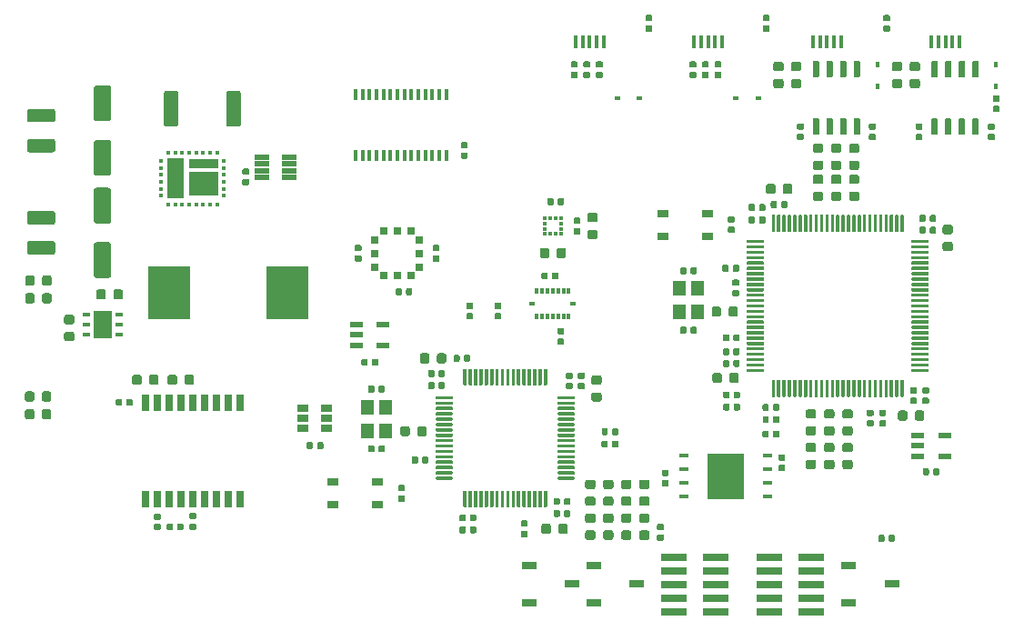
<source format=gtp>
G04 #@! TF.GenerationSoftware,KiCad,Pcbnew,(5.1.2)-2*
G04 #@! TF.CreationDate,2019-10-30T14:31:15+01:00*
G04 #@! TF.ProjectId,Hades,48616465-732e-46b6-9963-61645f706362,rev?*
G04 #@! TF.SameCoordinates,Original*
G04 #@! TF.FileFunction,Paste,Top*
G04 #@! TF.FilePolarity,Positive*
%FSLAX46Y46*%
G04 Gerber Fmt 4.6, Leading zero omitted, Abs format (unit mm)*
G04 Created by KiCad (PCBNEW (5.1.2)-2) date 2019-10-30 14:31:15*
%MOMM*%
%LPD*%
G04 APERTURE LIST*
%ADD10R,0.800000X1.500000*%
%ADD11C,0.100000*%
%ADD12C,0.590000*%
%ADD13C,1.600000*%
%ADD14C,1.250000*%
%ADD15C,0.875000*%
%ADD16R,0.600000X0.450000*%
%ADD17R,0.450000X0.600000*%
%ADD18C,0.300000*%
%ADD19R,1.200000X1.400000*%
%ADD20R,4.000000X4.900000*%
%ADD21C,1.350000*%
%ADD22R,0.300000X0.400000*%
%ADD23R,0.400000X0.300000*%
%ADD24R,2.830000X2.200000*%
%ADD25R,2.830000X0.900000*%
%ADD26R,1.600000X3.700000*%
%ADD27R,0.800000X0.400000*%
%ADD28R,1.750000X2.500000*%
%ADD29R,1.050000X0.650000*%
%ADD30R,1.400000X0.800000*%
%ADD31R,2.400000X0.740000*%
%ADD32R,1.320800X0.508000*%
%ADD33R,0.400000X1.100000*%
%ADD34R,1.150000X0.600000*%
%ADD35R,0.950000X0.450000*%
%ADD36R,3.450000X4.350000*%
%ADD37R,0.350000X0.580000*%
%ADD38R,0.580000X0.350000*%
%ADD39R,1.060000X0.650000*%
%ADD40R,0.700000X0.650000*%
%ADD41R,0.650000X0.700000*%
%ADD42R,0.350000X0.300000*%
%ADD43R,0.300000X0.350000*%
%ADD44C,0.600000*%
%ADD45R,0.450000X1.300000*%
G04 APERTURE END LIST*
D10*
X46333400Y-64685400D03*
X45233400Y-64685400D03*
X44133400Y-64685400D03*
X43033400Y-64685400D03*
X41933400Y-64685400D03*
X40833400Y-64685400D03*
X39733400Y-64685400D03*
X38633400Y-64685400D03*
X37533400Y-64685400D03*
X37533400Y-73685400D03*
X38633400Y-73685400D03*
X39733400Y-73685400D03*
X40833400Y-73685400D03*
X41933400Y-73685400D03*
X43033400Y-73685400D03*
X44133400Y-73685400D03*
X45233400Y-73685400D03*
X46333400Y-73685400D03*
D11*
G36*
X38820358Y-75016710D02*
G01*
X38834676Y-75018834D01*
X38848717Y-75022351D01*
X38862346Y-75027228D01*
X38875431Y-75033417D01*
X38887847Y-75040858D01*
X38899473Y-75049481D01*
X38910198Y-75059202D01*
X38919919Y-75069927D01*
X38928542Y-75081553D01*
X38935983Y-75093969D01*
X38942172Y-75107054D01*
X38947049Y-75120683D01*
X38950566Y-75134724D01*
X38952690Y-75149042D01*
X38953400Y-75163500D01*
X38953400Y-75458500D01*
X38952690Y-75472958D01*
X38950566Y-75487276D01*
X38947049Y-75501317D01*
X38942172Y-75514946D01*
X38935983Y-75528031D01*
X38928542Y-75540447D01*
X38919919Y-75552073D01*
X38910198Y-75562798D01*
X38899473Y-75572519D01*
X38887847Y-75581142D01*
X38875431Y-75588583D01*
X38862346Y-75594772D01*
X38848717Y-75599649D01*
X38834676Y-75603166D01*
X38820358Y-75605290D01*
X38805900Y-75606000D01*
X38460900Y-75606000D01*
X38446442Y-75605290D01*
X38432124Y-75603166D01*
X38418083Y-75599649D01*
X38404454Y-75594772D01*
X38391369Y-75588583D01*
X38378953Y-75581142D01*
X38367327Y-75572519D01*
X38356602Y-75562798D01*
X38346881Y-75552073D01*
X38338258Y-75540447D01*
X38330817Y-75528031D01*
X38324628Y-75514946D01*
X38319751Y-75501317D01*
X38316234Y-75487276D01*
X38314110Y-75472958D01*
X38313400Y-75458500D01*
X38313400Y-75163500D01*
X38314110Y-75149042D01*
X38316234Y-75134724D01*
X38319751Y-75120683D01*
X38324628Y-75107054D01*
X38330817Y-75093969D01*
X38338258Y-75081553D01*
X38346881Y-75069927D01*
X38356602Y-75059202D01*
X38367327Y-75049481D01*
X38378953Y-75040858D01*
X38391369Y-75033417D01*
X38404454Y-75027228D01*
X38418083Y-75022351D01*
X38432124Y-75018834D01*
X38446442Y-75016710D01*
X38460900Y-75016000D01*
X38805900Y-75016000D01*
X38820358Y-75016710D01*
X38820358Y-75016710D01*
G37*
D12*
X38633400Y-75311000D03*
D11*
G36*
X38820358Y-75986710D02*
G01*
X38834676Y-75988834D01*
X38848717Y-75992351D01*
X38862346Y-75997228D01*
X38875431Y-76003417D01*
X38887847Y-76010858D01*
X38899473Y-76019481D01*
X38910198Y-76029202D01*
X38919919Y-76039927D01*
X38928542Y-76051553D01*
X38935983Y-76063969D01*
X38942172Y-76077054D01*
X38947049Y-76090683D01*
X38950566Y-76104724D01*
X38952690Y-76119042D01*
X38953400Y-76133500D01*
X38953400Y-76428500D01*
X38952690Y-76442958D01*
X38950566Y-76457276D01*
X38947049Y-76471317D01*
X38942172Y-76484946D01*
X38935983Y-76498031D01*
X38928542Y-76510447D01*
X38919919Y-76522073D01*
X38910198Y-76532798D01*
X38899473Y-76542519D01*
X38887847Y-76551142D01*
X38875431Y-76558583D01*
X38862346Y-76564772D01*
X38848717Y-76569649D01*
X38834676Y-76573166D01*
X38820358Y-76575290D01*
X38805900Y-76576000D01*
X38460900Y-76576000D01*
X38446442Y-76575290D01*
X38432124Y-76573166D01*
X38418083Y-76569649D01*
X38404454Y-76564772D01*
X38391369Y-76558583D01*
X38378953Y-76551142D01*
X38367327Y-76542519D01*
X38356602Y-76532798D01*
X38346881Y-76522073D01*
X38338258Y-76510447D01*
X38330817Y-76498031D01*
X38324628Y-76484946D01*
X38319751Y-76471317D01*
X38316234Y-76457276D01*
X38314110Y-76442958D01*
X38313400Y-76428500D01*
X38313400Y-76133500D01*
X38314110Y-76119042D01*
X38316234Y-76104724D01*
X38319751Y-76090683D01*
X38324628Y-76077054D01*
X38330817Y-76063969D01*
X38338258Y-76051553D01*
X38346881Y-76039927D01*
X38356602Y-76029202D01*
X38367327Y-76019481D01*
X38378953Y-76010858D01*
X38391369Y-76003417D01*
X38404454Y-75997228D01*
X38418083Y-75992351D01*
X38432124Y-75988834D01*
X38446442Y-75986710D01*
X38460900Y-75986000D01*
X38805900Y-75986000D01*
X38820358Y-75986710D01*
X38820358Y-75986710D01*
G37*
D12*
X38633400Y-76281000D03*
D11*
G36*
X34102504Y-35168704D02*
G01*
X34126773Y-35172304D01*
X34150571Y-35178265D01*
X34173671Y-35186530D01*
X34195849Y-35197020D01*
X34216893Y-35209633D01*
X34236598Y-35224247D01*
X34254777Y-35240723D01*
X34271253Y-35258902D01*
X34285867Y-35278607D01*
X34298480Y-35299651D01*
X34308970Y-35321829D01*
X34317235Y-35344929D01*
X34323196Y-35368727D01*
X34326796Y-35392996D01*
X34328000Y-35417500D01*
X34328000Y-38242500D01*
X34326796Y-38267004D01*
X34323196Y-38291273D01*
X34317235Y-38315071D01*
X34308970Y-38338171D01*
X34298480Y-38360349D01*
X34285867Y-38381393D01*
X34271253Y-38401098D01*
X34254777Y-38419277D01*
X34236598Y-38435753D01*
X34216893Y-38450367D01*
X34195849Y-38462980D01*
X34173671Y-38473470D01*
X34150571Y-38481735D01*
X34126773Y-38487696D01*
X34102504Y-38491296D01*
X34078000Y-38492500D01*
X32978000Y-38492500D01*
X32953496Y-38491296D01*
X32929227Y-38487696D01*
X32905429Y-38481735D01*
X32882329Y-38473470D01*
X32860151Y-38462980D01*
X32839107Y-38450367D01*
X32819402Y-38435753D01*
X32801223Y-38419277D01*
X32784747Y-38401098D01*
X32770133Y-38381393D01*
X32757520Y-38360349D01*
X32747030Y-38338171D01*
X32738765Y-38315071D01*
X32732804Y-38291273D01*
X32729204Y-38267004D01*
X32728000Y-38242500D01*
X32728000Y-35417500D01*
X32729204Y-35392996D01*
X32732804Y-35368727D01*
X32738765Y-35344929D01*
X32747030Y-35321829D01*
X32757520Y-35299651D01*
X32770133Y-35278607D01*
X32784747Y-35258902D01*
X32801223Y-35240723D01*
X32819402Y-35224247D01*
X32839107Y-35209633D01*
X32860151Y-35197020D01*
X32882329Y-35186530D01*
X32905429Y-35178265D01*
X32929227Y-35172304D01*
X32953496Y-35168704D01*
X32978000Y-35167500D01*
X34078000Y-35167500D01*
X34102504Y-35168704D01*
X34102504Y-35168704D01*
G37*
D13*
X33528000Y-36830000D03*
D11*
G36*
X34102504Y-40243704D02*
G01*
X34126773Y-40247304D01*
X34150571Y-40253265D01*
X34173671Y-40261530D01*
X34195849Y-40272020D01*
X34216893Y-40284633D01*
X34236598Y-40299247D01*
X34254777Y-40315723D01*
X34271253Y-40333902D01*
X34285867Y-40353607D01*
X34298480Y-40374651D01*
X34308970Y-40396829D01*
X34317235Y-40419929D01*
X34323196Y-40443727D01*
X34326796Y-40467996D01*
X34328000Y-40492500D01*
X34328000Y-43317500D01*
X34326796Y-43342004D01*
X34323196Y-43366273D01*
X34317235Y-43390071D01*
X34308970Y-43413171D01*
X34298480Y-43435349D01*
X34285867Y-43456393D01*
X34271253Y-43476098D01*
X34254777Y-43494277D01*
X34236598Y-43510753D01*
X34216893Y-43525367D01*
X34195849Y-43537980D01*
X34173671Y-43548470D01*
X34150571Y-43556735D01*
X34126773Y-43562696D01*
X34102504Y-43566296D01*
X34078000Y-43567500D01*
X32978000Y-43567500D01*
X32953496Y-43566296D01*
X32929227Y-43562696D01*
X32905429Y-43556735D01*
X32882329Y-43548470D01*
X32860151Y-43537980D01*
X32839107Y-43525367D01*
X32819402Y-43510753D01*
X32801223Y-43494277D01*
X32784747Y-43476098D01*
X32770133Y-43456393D01*
X32757520Y-43435349D01*
X32747030Y-43413171D01*
X32738765Y-43390071D01*
X32732804Y-43366273D01*
X32729204Y-43342004D01*
X32728000Y-43317500D01*
X32728000Y-40492500D01*
X32729204Y-40467996D01*
X32732804Y-40443727D01*
X32738765Y-40419929D01*
X32747030Y-40396829D01*
X32757520Y-40374651D01*
X32770133Y-40353607D01*
X32784747Y-40333902D01*
X32801223Y-40315723D01*
X32819402Y-40299247D01*
X32839107Y-40284633D01*
X32860151Y-40272020D01*
X32882329Y-40261530D01*
X32905429Y-40253265D01*
X32929227Y-40247304D01*
X32953496Y-40243704D01*
X32978000Y-40242500D01*
X34078000Y-40242500D01*
X34102504Y-40243704D01*
X34102504Y-40243704D01*
G37*
D13*
X33528000Y-41905000D03*
D11*
G36*
X28912504Y-37349204D02*
G01*
X28936773Y-37352804D01*
X28960571Y-37358765D01*
X28983671Y-37367030D01*
X29005849Y-37377520D01*
X29026893Y-37390133D01*
X29046598Y-37404747D01*
X29064777Y-37421223D01*
X29081253Y-37439402D01*
X29095867Y-37459107D01*
X29108480Y-37480151D01*
X29118970Y-37502329D01*
X29127235Y-37525429D01*
X29133196Y-37549227D01*
X29136796Y-37573496D01*
X29138000Y-37598000D01*
X29138000Y-38348000D01*
X29136796Y-38372504D01*
X29133196Y-38396773D01*
X29127235Y-38420571D01*
X29118970Y-38443671D01*
X29108480Y-38465849D01*
X29095867Y-38486893D01*
X29081253Y-38506598D01*
X29064777Y-38524777D01*
X29046598Y-38541253D01*
X29026893Y-38555867D01*
X29005849Y-38568480D01*
X28983671Y-38578970D01*
X28960571Y-38587235D01*
X28936773Y-38593196D01*
X28912504Y-38596796D01*
X28888000Y-38598000D01*
X26738000Y-38598000D01*
X26713496Y-38596796D01*
X26689227Y-38593196D01*
X26665429Y-38587235D01*
X26642329Y-38578970D01*
X26620151Y-38568480D01*
X26599107Y-38555867D01*
X26579402Y-38541253D01*
X26561223Y-38524777D01*
X26544747Y-38506598D01*
X26530133Y-38486893D01*
X26517520Y-38465849D01*
X26507030Y-38443671D01*
X26498765Y-38420571D01*
X26492804Y-38396773D01*
X26489204Y-38372504D01*
X26488000Y-38348000D01*
X26488000Y-37598000D01*
X26489204Y-37573496D01*
X26492804Y-37549227D01*
X26498765Y-37525429D01*
X26507030Y-37502329D01*
X26517520Y-37480151D01*
X26530133Y-37459107D01*
X26544747Y-37439402D01*
X26561223Y-37421223D01*
X26579402Y-37404747D01*
X26599107Y-37390133D01*
X26620151Y-37377520D01*
X26642329Y-37367030D01*
X26665429Y-37358765D01*
X26689227Y-37352804D01*
X26713496Y-37349204D01*
X26738000Y-37348000D01*
X28888000Y-37348000D01*
X28912504Y-37349204D01*
X28912504Y-37349204D01*
G37*
D14*
X27813000Y-37973000D03*
D11*
G36*
X28912504Y-40149204D02*
G01*
X28936773Y-40152804D01*
X28960571Y-40158765D01*
X28983671Y-40167030D01*
X29005849Y-40177520D01*
X29026893Y-40190133D01*
X29046598Y-40204747D01*
X29064777Y-40221223D01*
X29081253Y-40239402D01*
X29095867Y-40259107D01*
X29108480Y-40280151D01*
X29118970Y-40302329D01*
X29127235Y-40325429D01*
X29133196Y-40349227D01*
X29136796Y-40373496D01*
X29138000Y-40398000D01*
X29138000Y-41148000D01*
X29136796Y-41172504D01*
X29133196Y-41196773D01*
X29127235Y-41220571D01*
X29118970Y-41243671D01*
X29108480Y-41265849D01*
X29095867Y-41286893D01*
X29081253Y-41306598D01*
X29064777Y-41324777D01*
X29046598Y-41341253D01*
X29026893Y-41355867D01*
X29005849Y-41368480D01*
X28983671Y-41378970D01*
X28960571Y-41387235D01*
X28936773Y-41393196D01*
X28912504Y-41396796D01*
X28888000Y-41398000D01*
X26738000Y-41398000D01*
X26713496Y-41396796D01*
X26689227Y-41393196D01*
X26665429Y-41387235D01*
X26642329Y-41378970D01*
X26620151Y-41368480D01*
X26599107Y-41355867D01*
X26579402Y-41341253D01*
X26561223Y-41324777D01*
X26544747Y-41306598D01*
X26530133Y-41286893D01*
X26517520Y-41265849D01*
X26507030Y-41243671D01*
X26498765Y-41220571D01*
X26492804Y-41196773D01*
X26489204Y-41172504D01*
X26488000Y-41148000D01*
X26488000Y-40398000D01*
X26489204Y-40373496D01*
X26492804Y-40349227D01*
X26498765Y-40325429D01*
X26507030Y-40302329D01*
X26517520Y-40280151D01*
X26530133Y-40259107D01*
X26544747Y-40239402D01*
X26561223Y-40221223D01*
X26579402Y-40204747D01*
X26599107Y-40190133D01*
X26620151Y-40177520D01*
X26642329Y-40167030D01*
X26665429Y-40158765D01*
X26689227Y-40152804D01*
X26713496Y-40149204D01*
X26738000Y-40148000D01*
X28888000Y-40148000D01*
X28912504Y-40149204D01*
X28912504Y-40149204D01*
G37*
D14*
X27813000Y-40773000D03*
D11*
G36*
X34102504Y-49771204D02*
G01*
X34126773Y-49774804D01*
X34150571Y-49780765D01*
X34173671Y-49789030D01*
X34195849Y-49799520D01*
X34216893Y-49812133D01*
X34236598Y-49826747D01*
X34254777Y-49843223D01*
X34271253Y-49861402D01*
X34285867Y-49881107D01*
X34298480Y-49902151D01*
X34308970Y-49924329D01*
X34317235Y-49947429D01*
X34323196Y-49971227D01*
X34326796Y-49995496D01*
X34328000Y-50020000D01*
X34328000Y-52845000D01*
X34326796Y-52869504D01*
X34323196Y-52893773D01*
X34317235Y-52917571D01*
X34308970Y-52940671D01*
X34298480Y-52962849D01*
X34285867Y-52983893D01*
X34271253Y-53003598D01*
X34254777Y-53021777D01*
X34236598Y-53038253D01*
X34216893Y-53052867D01*
X34195849Y-53065480D01*
X34173671Y-53075970D01*
X34150571Y-53084235D01*
X34126773Y-53090196D01*
X34102504Y-53093796D01*
X34078000Y-53095000D01*
X32978000Y-53095000D01*
X32953496Y-53093796D01*
X32929227Y-53090196D01*
X32905429Y-53084235D01*
X32882329Y-53075970D01*
X32860151Y-53065480D01*
X32839107Y-53052867D01*
X32819402Y-53038253D01*
X32801223Y-53021777D01*
X32784747Y-53003598D01*
X32770133Y-52983893D01*
X32757520Y-52962849D01*
X32747030Y-52940671D01*
X32738765Y-52917571D01*
X32732804Y-52893773D01*
X32729204Y-52869504D01*
X32728000Y-52845000D01*
X32728000Y-50020000D01*
X32729204Y-49995496D01*
X32732804Y-49971227D01*
X32738765Y-49947429D01*
X32747030Y-49924329D01*
X32757520Y-49902151D01*
X32770133Y-49881107D01*
X32784747Y-49861402D01*
X32801223Y-49843223D01*
X32819402Y-49826747D01*
X32839107Y-49812133D01*
X32860151Y-49799520D01*
X32882329Y-49789030D01*
X32905429Y-49780765D01*
X32929227Y-49774804D01*
X32953496Y-49771204D01*
X32978000Y-49770000D01*
X34078000Y-49770000D01*
X34102504Y-49771204D01*
X34102504Y-49771204D01*
G37*
D13*
X33528000Y-51432500D03*
D11*
G36*
X34102504Y-44696204D02*
G01*
X34126773Y-44699804D01*
X34150571Y-44705765D01*
X34173671Y-44714030D01*
X34195849Y-44724520D01*
X34216893Y-44737133D01*
X34236598Y-44751747D01*
X34254777Y-44768223D01*
X34271253Y-44786402D01*
X34285867Y-44806107D01*
X34298480Y-44827151D01*
X34308970Y-44849329D01*
X34317235Y-44872429D01*
X34323196Y-44896227D01*
X34326796Y-44920496D01*
X34328000Y-44945000D01*
X34328000Y-47770000D01*
X34326796Y-47794504D01*
X34323196Y-47818773D01*
X34317235Y-47842571D01*
X34308970Y-47865671D01*
X34298480Y-47887849D01*
X34285867Y-47908893D01*
X34271253Y-47928598D01*
X34254777Y-47946777D01*
X34236598Y-47963253D01*
X34216893Y-47977867D01*
X34195849Y-47990480D01*
X34173671Y-48000970D01*
X34150571Y-48009235D01*
X34126773Y-48015196D01*
X34102504Y-48018796D01*
X34078000Y-48020000D01*
X32978000Y-48020000D01*
X32953496Y-48018796D01*
X32929227Y-48015196D01*
X32905429Y-48009235D01*
X32882329Y-48000970D01*
X32860151Y-47990480D01*
X32839107Y-47977867D01*
X32819402Y-47963253D01*
X32801223Y-47946777D01*
X32784747Y-47928598D01*
X32770133Y-47908893D01*
X32757520Y-47887849D01*
X32747030Y-47865671D01*
X32738765Y-47842571D01*
X32732804Y-47818773D01*
X32729204Y-47794504D01*
X32728000Y-47770000D01*
X32728000Y-44945000D01*
X32729204Y-44920496D01*
X32732804Y-44896227D01*
X32738765Y-44872429D01*
X32747030Y-44849329D01*
X32757520Y-44827151D01*
X32770133Y-44806107D01*
X32784747Y-44786402D01*
X32801223Y-44768223D01*
X32819402Y-44751747D01*
X32839107Y-44737133D01*
X32860151Y-44724520D01*
X32882329Y-44714030D01*
X32905429Y-44705765D01*
X32929227Y-44699804D01*
X32953496Y-44696204D01*
X32978000Y-44695000D01*
X34078000Y-44695000D01*
X34102504Y-44696204D01*
X34102504Y-44696204D01*
G37*
D13*
X33528000Y-46357500D03*
D11*
G36*
X28912504Y-49671204D02*
G01*
X28936773Y-49674804D01*
X28960571Y-49680765D01*
X28983671Y-49689030D01*
X29005849Y-49699520D01*
X29026893Y-49712133D01*
X29046598Y-49726747D01*
X29064777Y-49743223D01*
X29081253Y-49761402D01*
X29095867Y-49781107D01*
X29108480Y-49802151D01*
X29118970Y-49824329D01*
X29127235Y-49847429D01*
X29133196Y-49871227D01*
X29136796Y-49895496D01*
X29138000Y-49920000D01*
X29138000Y-50670000D01*
X29136796Y-50694504D01*
X29133196Y-50718773D01*
X29127235Y-50742571D01*
X29118970Y-50765671D01*
X29108480Y-50787849D01*
X29095867Y-50808893D01*
X29081253Y-50828598D01*
X29064777Y-50846777D01*
X29046598Y-50863253D01*
X29026893Y-50877867D01*
X29005849Y-50890480D01*
X28983671Y-50900970D01*
X28960571Y-50909235D01*
X28936773Y-50915196D01*
X28912504Y-50918796D01*
X28888000Y-50920000D01*
X26738000Y-50920000D01*
X26713496Y-50918796D01*
X26689227Y-50915196D01*
X26665429Y-50909235D01*
X26642329Y-50900970D01*
X26620151Y-50890480D01*
X26599107Y-50877867D01*
X26579402Y-50863253D01*
X26561223Y-50846777D01*
X26544747Y-50828598D01*
X26530133Y-50808893D01*
X26517520Y-50787849D01*
X26507030Y-50765671D01*
X26498765Y-50742571D01*
X26492804Y-50718773D01*
X26489204Y-50694504D01*
X26488000Y-50670000D01*
X26488000Y-49920000D01*
X26489204Y-49895496D01*
X26492804Y-49871227D01*
X26498765Y-49847429D01*
X26507030Y-49824329D01*
X26517520Y-49802151D01*
X26530133Y-49781107D01*
X26544747Y-49761402D01*
X26561223Y-49743223D01*
X26579402Y-49726747D01*
X26599107Y-49712133D01*
X26620151Y-49699520D01*
X26642329Y-49689030D01*
X26665429Y-49680765D01*
X26689227Y-49674804D01*
X26713496Y-49671204D01*
X26738000Y-49670000D01*
X28888000Y-49670000D01*
X28912504Y-49671204D01*
X28912504Y-49671204D01*
G37*
D14*
X27813000Y-50295000D03*
D11*
G36*
X28912504Y-46871204D02*
G01*
X28936773Y-46874804D01*
X28960571Y-46880765D01*
X28983671Y-46889030D01*
X29005849Y-46899520D01*
X29026893Y-46912133D01*
X29046598Y-46926747D01*
X29064777Y-46943223D01*
X29081253Y-46961402D01*
X29095867Y-46981107D01*
X29108480Y-47002151D01*
X29118970Y-47024329D01*
X29127235Y-47047429D01*
X29133196Y-47071227D01*
X29136796Y-47095496D01*
X29138000Y-47120000D01*
X29138000Y-47870000D01*
X29136796Y-47894504D01*
X29133196Y-47918773D01*
X29127235Y-47942571D01*
X29118970Y-47965671D01*
X29108480Y-47987849D01*
X29095867Y-48008893D01*
X29081253Y-48028598D01*
X29064777Y-48046777D01*
X29046598Y-48063253D01*
X29026893Y-48077867D01*
X29005849Y-48090480D01*
X28983671Y-48100970D01*
X28960571Y-48109235D01*
X28936773Y-48115196D01*
X28912504Y-48118796D01*
X28888000Y-48120000D01*
X26738000Y-48120000D01*
X26713496Y-48118796D01*
X26689227Y-48115196D01*
X26665429Y-48109235D01*
X26642329Y-48100970D01*
X26620151Y-48090480D01*
X26599107Y-48077867D01*
X26579402Y-48063253D01*
X26561223Y-48046777D01*
X26544747Y-48028598D01*
X26530133Y-48008893D01*
X26517520Y-47987849D01*
X26507030Y-47965671D01*
X26498765Y-47942571D01*
X26492804Y-47918773D01*
X26489204Y-47894504D01*
X26488000Y-47870000D01*
X26488000Y-47120000D01*
X26489204Y-47095496D01*
X26492804Y-47071227D01*
X26498765Y-47047429D01*
X26507030Y-47024329D01*
X26517520Y-47002151D01*
X26530133Y-46981107D01*
X26544747Y-46961402D01*
X26561223Y-46943223D01*
X26579402Y-46926747D01*
X26599107Y-46912133D01*
X26620151Y-46899520D01*
X26642329Y-46889030D01*
X26665429Y-46880765D01*
X26689227Y-46874804D01*
X26713496Y-46871204D01*
X26738000Y-46870000D01*
X28888000Y-46870000D01*
X28912504Y-46871204D01*
X28912504Y-46871204D01*
G37*
D14*
X27813000Y-47495000D03*
D11*
G36*
X47049958Y-42908710D02*
G01*
X47064276Y-42910834D01*
X47078317Y-42914351D01*
X47091946Y-42919228D01*
X47105031Y-42925417D01*
X47117447Y-42932858D01*
X47129073Y-42941481D01*
X47139798Y-42951202D01*
X47149519Y-42961927D01*
X47158142Y-42973553D01*
X47165583Y-42985969D01*
X47171772Y-42999054D01*
X47176649Y-43012683D01*
X47180166Y-43026724D01*
X47182290Y-43041042D01*
X47183000Y-43055500D01*
X47183000Y-43350500D01*
X47182290Y-43364958D01*
X47180166Y-43379276D01*
X47176649Y-43393317D01*
X47171772Y-43406946D01*
X47165583Y-43420031D01*
X47158142Y-43432447D01*
X47149519Y-43444073D01*
X47139798Y-43454798D01*
X47129073Y-43464519D01*
X47117447Y-43473142D01*
X47105031Y-43480583D01*
X47091946Y-43486772D01*
X47078317Y-43491649D01*
X47064276Y-43495166D01*
X47049958Y-43497290D01*
X47035500Y-43498000D01*
X46690500Y-43498000D01*
X46676042Y-43497290D01*
X46661724Y-43495166D01*
X46647683Y-43491649D01*
X46634054Y-43486772D01*
X46620969Y-43480583D01*
X46608553Y-43473142D01*
X46596927Y-43464519D01*
X46586202Y-43454798D01*
X46576481Y-43444073D01*
X46567858Y-43432447D01*
X46560417Y-43420031D01*
X46554228Y-43406946D01*
X46549351Y-43393317D01*
X46545834Y-43379276D01*
X46543710Y-43364958D01*
X46543000Y-43350500D01*
X46543000Y-43055500D01*
X46543710Y-43041042D01*
X46545834Y-43026724D01*
X46549351Y-43012683D01*
X46554228Y-42999054D01*
X46560417Y-42985969D01*
X46567858Y-42973553D01*
X46576481Y-42961927D01*
X46586202Y-42951202D01*
X46596927Y-42941481D01*
X46608553Y-42932858D01*
X46620969Y-42925417D01*
X46634054Y-42919228D01*
X46647683Y-42914351D01*
X46661724Y-42910834D01*
X46676042Y-42908710D01*
X46690500Y-42908000D01*
X47035500Y-42908000D01*
X47049958Y-42908710D01*
X47049958Y-42908710D01*
G37*
D12*
X46863000Y-43203000D03*
D11*
G36*
X47049958Y-43878710D02*
G01*
X47064276Y-43880834D01*
X47078317Y-43884351D01*
X47091946Y-43889228D01*
X47105031Y-43895417D01*
X47117447Y-43902858D01*
X47129073Y-43911481D01*
X47139798Y-43921202D01*
X47149519Y-43931927D01*
X47158142Y-43943553D01*
X47165583Y-43955969D01*
X47171772Y-43969054D01*
X47176649Y-43982683D01*
X47180166Y-43996724D01*
X47182290Y-44011042D01*
X47183000Y-44025500D01*
X47183000Y-44320500D01*
X47182290Y-44334958D01*
X47180166Y-44349276D01*
X47176649Y-44363317D01*
X47171772Y-44376946D01*
X47165583Y-44390031D01*
X47158142Y-44402447D01*
X47149519Y-44414073D01*
X47139798Y-44424798D01*
X47129073Y-44434519D01*
X47117447Y-44443142D01*
X47105031Y-44450583D01*
X47091946Y-44456772D01*
X47078317Y-44461649D01*
X47064276Y-44465166D01*
X47049958Y-44467290D01*
X47035500Y-44468000D01*
X46690500Y-44468000D01*
X46676042Y-44467290D01*
X46661724Y-44465166D01*
X46647683Y-44461649D01*
X46634054Y-44456772D01*
X46620969Y-44450583D01*
X46608553Y-44443142D01*
X46596927Y-44434519D01*
X46586202Y-44424798D01*
X46576481Y-44414073D01*
X46567858Y-44402447D01*
X46560417Y-44390031D01*
X46554228Y-44376946D01*
X46549351Y-44363317D01*
X46545834Y-44349276D01*
X46543710Y-44334958D01*
X46543000Y-44320500D01*
X46543000Y-44025500D01*
X46543710Y-44011042D01*
X46545834Y-43996724D01*
X46549351Y-43982683D01*
X46554228Y-43969054D01*
X46560417Y-43955969D01*
X46567858Y-43943553D01*
X46576481Y-43931927D01*
X46586202Y-43921202D01*
X46596927Y-43911481D01*
X46608553Y-43902858D01*
X46620969Y-43895417D01*
X46634054Y-43889228D01*
X46647683Y-43884351D01*
X46661724Y-43880834D01*
X46676042Y-43878710D01*
X46690500Y-43878000D01*
X47035500Y-43878000D01*
X47049958Y-43878710D01*
X47049958Y-43878710D01*
G37*
D12*
X46863000Y-44173000D03*
D11*
G36*
X35216191Y-54161453D02*
G01*
X35237426Y-54164603D01*
X35258250Y-54169819D01*
X35278462Y-54177051D01*
X35297868Y-54186230D01*
X35316281Y-54197266D01*
X35333524Y-54210054D01*
X35349430Y-54224470D01*
X35363846Y-54240376D01*
X35376634Y-54257619D01*
X35387670Y-54276032D01*
X35396849Y-54295438D01*
X35404081Y-54315650D01*
X35409297Y-54336474D01*
X35412447Y-54357709D01*
X35413500Y-54379150D01*
X35413500Y-54891650D01*
X35412447Y-54913091D01*
X35409297Y-54934326D01*
X35404081Y-54955150D01*
X35396849Y-54975362D01*
X35387670Y-54994768D01*
X35376634Y-55013181D01*
X35363846Y-55030424D01*
X35349430Y-55046330D01*
X35333524Y-55060746D01*
X35316281Y-55073534D01*
X35297868Y-55084570D01*
X35278462Y-55093749D01*
X35258250Y-55100981D01*
X35237426Y-55106197D01*
X35216191Y-55109347D01*
X35194750Y-55110400D01*
X34757250Y-55110400D01*
X34735809Y-55109347D01*
X34714574Y-55106197D01*
X34693750Y-55100981D01*
X34673538Y-55093749D01*
X34654132Y-55084570D01*
X34635719Y-55073534D01*
X34618476Y-55060746D01*
X34602570Y-55046330D01*
X34588154Y-55030424D01*
X34575366Y-55013181D01*
X34564330Y-54994768D01*
X34555151Y-54975362D01*
X34547919Y-54955150D01*
X34542703Y-54934326D01*
X34539553Y-54913091D01*
X34538500Y-54891650D01*
X34538500Y-54379150D01*
X34539553Y-54357709D01*
X34542703Y-54336474D01*
X34547919Y-54315650D01*
X34555151Y-54295438D01*
X34564330Y-54276032D01*
X34575366Y-54257619D01*
X34588154Y-54240376D01*
X34602570Y-54224470D01*
X34618476Y-54210054D01*
X34635719Y-54197266D01*
X34654132Y-54186230D01*
X34673538Y-54177051D01*
X34693750Y-54169819D01*
X34714574Y-54164603D01*
X34735809Y-54161453D01*
X34757250Y-54160400D01*
X35194750Y-54160400D01*
X35216191Y-54161453D01*
X35216191Y-54161453D01*
G37*
D15*
X34976000Y-54635400D03*
D11*
G36*
X33641191Y-54161453D02*
G01*
X33662426Y-54164603D01*
X33683250Y-54169819D01*
X33703462Y-54177051D01*
X33722868Y-54186230D01*
X33741281Y-54197266D01*
X33758524Y-54210054D01*
X33774430Y-54224470D01*
X33788846Y-54240376D01*
X33801634Y-54257619D01*
X33812670Y-54276032D01*
X33821849Y-54295438D01*
X33829081Y-54315650D01*
X33834297Y-54336474D01*
X33837447Y-54357709D01*
X33838500Y-54379150D01*
X33838500Y-54891650D01*
X33837447Y-54913091D01*
X33834297Y-54934326D01*
X33829081Y-54955150D01*
X33821849Y-54975362D01*
X33812670Y-54994768D01*
X33801634Y-55013181D01*
X33788846Y-55030424D01*
X33774430Y-55046330D01*
X33758524Y-55060746D01*
X33741281Y-55073534D01*
X33722868Y-55084570D01*
X33703462Y-55093749D01*
X33683250Y-55100981D01*
X33662426Y-55106197D01*
X33641191Y-55109347D01*
X33619750Y-55110400D01*
X33182250Y-55110400D01*
X33160809Y-55109347D01*
X33139574Y-55106197D01*
X33118750Y-55100981D01*
X33098538Y-55093749D01*
X33079132Y-55084570D01*
X33060719Y-55073534D01*
X33043476Y-55060746D01*
X33027570Y-55046330D01*
X33013154Y-55030424D01*
X33000366Y-55013181D01*
X32989330Y-54994768D01*
X32980151Y-54975362D01*
X32972919Y-54955150D01*
X32967703Y-54934326D01*
X32964553Y-54913091D01*
X32963500Y-54891650D01*
X32963500Y-54379150D01*
X32964553Y-54357709D01*
X32967703Y-54336474D01*
X32972919Y-54315650D01*
X32980151Y-54295438D01*
X32989330Y-54276032D01*
X33000366Y-54257619D01*
X33013154Y-54240376D01*
X33027570Y-54224470D01*
X33043476Y-54210054D01*
X33060719Y-54197266D01*
X33079132Y-54186230D01*
X33098538Y-54177051D01*
X33118750Y-54169819D01*
X33139574Y-54164603D01*
X33160809Y-54161453D01*
X33182250Y-54160400D01*
X33619750Y-54160400D01*
X33641191Y-54161453D01*
X33641191Y-54161453D01*
G37*
D15*
X33401000Y-54635400D03*
D11*
G36*
X30706891Y-58110553D02*
G01*
X30728126Y-58113703D01*
X30748950Y-58118919D01*
X30769162Y-58126151D01*
X30788568Y-58135330D01*
X30806981Y-58146366D01*
X30824224Y-58159154D01*
X30840130Y-58173570D01*
X30854546Y-58189476D01*
X30867334Y-58206719D01*
X30878370Y-58225132D01*
X30887549Y-58244538D01*
X30894781Y-58264750D01*
X30899997Y-58285574D01*
X30903147Y-58306809D01*
X30904200Y-58328250D01*
X30904200Y-58765750D01*
X30903147Y-58787191D01*
X30899997Y-58808426D01*
X30894781Y-58829250D01*
X30887549Y-58849462D01*
X30878370Y-58868868D01*
X30867334Y-58887281D01*
X30854546Y-58904524D01*
X30840130Y-58920430D01*
X30824224Y-58934846D01*
X30806981Y-58947634D01*
X30788568Y-58958670D01*
X30769162Y-58967849D01*
X30748950Y-58975081D01*
X30728126Y-58980297D01*
X30706891Y-58983447D01*
X30685450Y-58984500D01*
X30172950Y-58984500D01*
X30151509Y-58983447D01*
X30130274Y-58980297D01*
X30109450Y-58975081D01*
X30089238Y-58967849D01*
X30069832Y-58958670D01*
X30051419Y-58947634D01*
X30034176Y-58934846D01*
X30018270Y-58920430D01*
X30003854Y-58904524D01*
X29991066Y-58887281D01*
X29980030Y-58868868D01*
X29970851Y-58849462D01*
X29963619Y-58829250D01*
X29958403Y-58808426D01*
X29955253Y-58787191D01*
X29954200Y-58765750D01*
X29954200Y-58328250D01*
X29955253Y-58306809D01*
X29958403Y-58285574D01*
X29963619Y-58264750D01*
X29970851Y-58244538D01*
X29980030Y-58225132D01*
X29991066Y-58206719D01*
X30003854Y-58189476D01*
X30018270Y-58173570D01*
X30034176Y-58159154D01*
X30051419Y-58146366D01*
X30069832Y-58135330D01*
X30089238Y-58126151D01*
X30109450Y-58118919D01*
X30130274Y-58113703D01*
X30151509Y-58110553D01*
X30172950Y-58109500D01*
X30685450Y-58109500D01*
X30706891Y-58110553D01*
X30706891Y-58110553D01*
G37*
D15*
X30429200Y-58547000D03*
D11*
G36*
X30706891Y-56535553D02*
G01*
X30728126Y-56538703D01*
X30748950Y-56543919D01*
X30769162Y-56551151D01*
X30788568Y-56560330D01*
X30806981Y-56571366D01*
X30824224Y-56584154D01*
X30840130Y-56598570D01*
X30854546Y-56614476D01*
X30867334Y-56631719D01*
X30878370Y-56650132D01*
X30887549Y-56669538D01*
X30894781Y-56689750D01*
X30899997Y-56710574D01*
X30903147Y-56731809D01*
X30904200Y-56753250D01*
X30904200Y-57190750D01*
X30903147Y-57212191D01*
X30899997Y-57233426D01*
X30894781Y-57254250D01*
X30887549Y-57274462D01*
X30878370Y-57293868D01*
X30867334Y-57312281D01*
X30854546Y-57329524D01*
X30840130Y-57345430D01*
X30824224Y-57359846D01*
X30806981Y-57372634D01*
X30788568Y-57383670D01*
X30769162Y-57392849D01*
X30748950Y-57400081D01*
X30728126Y-57405297D01*
X30706891Y-57408447D01*
X30685450Y-57409500D01*
X30172950Y-57409500D01*
X30151509Y-57408447D01*
X30130274Y-57405297D01*
X30109450Y-57400081D01*
X30089238Y-57392849D01*
X30069832Y-57383670D01*
X30051419Y-57372634D01*
X30034176Y-57359846D01*
X30018270Y-57345430D01*
X30003854Y-57329524D01*
X29991066Y-57312281D01*
X29980030Y-57293868D01*
X29970851Y-57274462D01*
X29963619Y-57254250D01*
X29958403Y-57233426D01*
X29955253Y-57212191D01*
X29954200Y-57190750D01*
X29954200Y-56753250D01*
X29955253Y-56731809D01*
X29958403Y-56710574D01*
X29963619Y-56689750D01*
X29970851Y-56669538D01*
X29980030Y-56650132D01*
X29991066Y-56631719D01*
X30003854Y-56614476D01*
X30018270Y-56598570D01*
X30034176Y-56584154D01*
X30051419Y-56571366D01*
X30069832Y-56560330D01*
X30089238Y-56551151D01*
X30109450Y-56543919D01*
X30130274Y-56538703D01*
X30151509Y-56535553D01*
X30172950Y-56534500D01*
X30685450Y-56534500D01*
X30706891Y-56535553D01*
X30706891Y-56535553D01*
G37*
D15*
X30429200Y-56972000D03*
D11*
G36*
X108266191Y-65439053D02*
G01*
X108287426Y-65442203D01*
X108308250Y-65447419D01*
X108328462Y-65454651D01*
X108347868Y-65463830D01*
X108366281Y-65474866D01*
X108383524Y-65487654D01*
X108399430Y-65502070D01*
X108413846Y-65517976D01*
X108426634Y-65535219D01*
X108437670Y-65553632D01*
X108446849Y-65573038D01*
X108454081Y-65593250D01*
X108459297Y-65614074D01*
X108462447Y-65635309D01*
X108463500Y-65656750D01*
X108463500Y-66169250D01*
X108462447Y-66190691D01*
X108459297Y-66211926D01*
X108454081Y-66232750D01*
X108446849Y-66252962D01*
X108437670Y-66272368D01*
X108426634Y-66290781D01*
X108413846Y-66308024D01*
X108399430Y-66323930D01*
X108383524Y-66338346D01*
X108366281Y-66351134D01*
X108347868Y-66362170D01*
X108328462Y-66371349D01*
X108308250Y-66378581D01*
X108287426Y-66383797D01*
X108266191Y-66386947D01*
X108244750Y-66388000D01*
X107807250Y-66388000D01*
X107785809Y-66386947D01*
X107764574Y-66383797D01*
X107743750Y-66378581D01*
X107723538Y-66371349D01*
X107704132Y-66362170D01*
X107685719Y-66351134D01*
X107668476Y-66338346D01*
X107652570Y-66323930D01*
X107638154Y-66308024D01*
X107625366Y-66290781D01*
X107614330Y-66272368D01*
X107605151Y-66252962D01*
X107597919Y-66232750D01*
X107592703Y-66211926D01*
X107589553Y-66190691D01*
X107588500Y-66169250D01*
X107588500Y-65656750D01*
X107589553Y-65635309D01*
X107592703Y-65614074D01*
X107597919Y-65593250D01*
X107605151Y-65573038D01*
X107614330Y-65553632D01*
X107625366Y-65535219D01*
X107638154Y-65517976D01*
X107652570Y-65502070D01*
X107668476Y-65487654D01*
X107685719Y-65474866D01*
X107704132Y-65463830D01*
X107723538Y-65454651D01*
X107743750Y-65447419D01*
X107764574Y-65442203D01*
X107785809Y-65439053D01*
X107807250Y-65438000D01*
X108244750Y-65438000D01*
X108266191Y-65439053D01*
X108266191Y-65439053D01*
G37*
D15*
X108026000Y-65913000D03*
D11*
G36*
X109841191Y-65439053D02*
G01*
X109862426Y-65442203D01*
X109883250Y-65447419D01*
X109903462Y-65454651D01*
X109922868Y-65463830D01*
X109941281Y-65474866D01*
X109958524Y-65487654D01*
X109974430Y-65502070D01*
X109988846Y-65517976D01*
X110001634Y-65535219D01*
X110012670Y-65553632D01*
X110021849Y-65573038D01*
X110029081Y-65593250D01*
X110034297Y-65614074D01*
X110037447Y-65635309D01*
X110038500Y-65656750D01*
X110038500Y-66169250D01*
X110037447Y-66190691D01*
X110034297Y-66211926D01*
X110029081Y-66232750D01*
X110021849Y-66252962D01*
X110012670Y-66272368D01*
X110001634Y-66290781D01*
X109988846Y-66308024D01*
X109974430Y-66323930D01*
X109958524Y-66338346D01*
X109941281Y-66351134D01*
X109922868Y-66362170D01*
X109903462Y-66371349D01*
X109883250Y-66378581D01*
X109862426Y-66383797D01*
X109841191Y-66386947D01*
X109819750Y-66388000D01*
X109382250Y-66388000D01*
X109360809Y-66386947D01*
X109339574Y-66383797D01*
X109318750Y-66378581D01*
X109298538Y-66371349D01*
X109279132Y-66362170D01*
X109260719Y-66351134D01*
X109243476Y-66338346D01*
X109227570Y-66323930D01*
X109213154Y-66308024D01*
X109200366Y-66290781D01*
X109189330Y-66272368D01*
X109180151Y-66252962D01*
X109172919Y-66232750D01*
X109167703Y-66211926D01*
X109164553Y-66190691D01*
X109163500Y-66169250D01*
X109163500Y-65656750D01*
X109164553Y-65635309D01*
X109167703Y-65614074D01*
X109172919Y-65593250D01*
X109180151Y-65573038D01*
X109189330Y-65553632D01*
X109200366Y-65535219D01*
X109213154Y-65517976D01*
X109227570Y-65502070D01*
X109243476Y-65487654D01*
X109260719Y-65474866D01*
X109279132Y-65463830D01*
X109298538Y-65454651D01*
X109318750Y-65447419D01*
X109339574Y-65442203D01*
X109360809Y-65439053D01*
X109382250Y-65438000D01*
X109819750Y-65438000D01*
X109841191Y-65439053D01*
X109841191Y-65439053D01*
G37*
D15*
X109601000Y-65913000D03*
D11*
G36*
X112494891Y-49728553D02*
G01*
X112516126Y-49731703D01*
X112536950Y-49736919D01*
X112557162Y-49744151D01*
X112576568Y-49753330D01*
X112594981Y-49764366D01*
X112612224Y-49777154D01*
X112628130Y-49791570D01*
X112642546Y-49807476D01*
X112655334Y-49824719D01*
X112666370Y-49843132D01*
X112675549Y-49862538D01*
X112682781Y-49882750D01*
X112687997Y-49903574D01*
X112691147Y-49924809D01*
X112692200Y-49946250D01*
X112692200Y-50383750D01*
X112691147Y-50405191D01*
X112687997Y-50426426D01*
X112682781Y-50447250D01*
X112675549Y-50467462D01*
X112666370Y-50486868D01*
X112655334Y-50505281D01*
X112642546Y-50522524D01*
X112628130Y-50538430D01*
X112612224Y-50552846D01*
X112594981Y-50565634D01*
X112576568Y-50576670D01*
X112557162Y-50585849D01*
X112536950Y-50593081D01*
X112516126Y-50598297D01*
X112494891Y-50601447D01*
X112473450Y-50602500D01*
X111960950Y-50602500D01*
X111939509Y-50601447D01*
X111918274Y-50598297D01*
X111897450Y-50593081D01*
X111877238Y-50585849D01*
X111857832Y-50576670D01*
X111839419Y-50565634D01*
X111822176Y-50552846D01*
X111806270Y-50538430D01*
X111791854Y-50522524D01*
X111779066Y-50505281D01*
X111768030Y-50486868D01*
X111758851Y-50467462D01*
X111751619Y-50447250D01*
X111746403Y-50426426D01*
X111743253Y-50405191D01*
X111742200Y-50383750D01*
X111742200Y-49946250D01*
X111743253Y-49924809D01*
X111746403Y-49903574D01*
X111751619Y-49882750D01*
X111758851Y-49862538D01*
X111768030Y-49843132D01*
X111779066Y-49824719D01*
X111791854Y-49807476D01*
X111806270Y-49791570D01*
X111822176Y-49777154D01*
X111839419Y-49764366D01*
X111857832Y-49753330D01*
X111877238Y-49744151D01*
X111897450Y-49736919D01*
X111918274Y-49731703D01*
X111939509Y-49728553D01*
X111960950Y-49727500D01*
X112473450Y-49727500D01*
X112494891Y-49728553D01*
X112494891Y-49728553D01*
G37*
D15*
X112217200Y-50165000D03*
D11*
G36*
X112494891Y-48153553D02*
G01*
X112516126Y-48156703D01*
X112536950Y-48161919D01*
X112557162Y-48169151D01*
X112576568Y-48178330D01*
X112594981Y-48189366D01*
X112612224Y-48202154D01*
X112628130Y-48216570D01*
X112642546Y-48232476D01*
X112655334Y-48249719D01*
X112666370Y-48268132D01*
X112675549Y-48287538D01*
X112682781Y-48307750D01*
X112687997Y-48328574D01*
X112691147Y-48349809D01*
X112692200Y-48371250D01*
X112692200Y-48808750D01*
X112691147Y-48830191D01*
X112687997Y-48851426D01*
X112682781Y-48872250D01*
X112675549Y-48892462D01*
X112666370Y-48911868D01*
X112655334Y-48930281D01*
X112642546Y-48947524D01*
X112628130Y-48963430D01*
X112612224Y-48977846D01*
X112594981Y-48990634D01*
X112576568Y-49001670D01*
X112557162Y-49010849D01*
X112536950Y-49018081D01*
X112516126Y-49023297D01*
X112494891Y-49026447D01*
X112473450Y-49027500D01*
X111960950Y-49027500D01*
X111939509Y-49026447D01*
X111918274Y-49023297D01*
X111897450Y-49018081D01*
X111877238Y-49010849D01*
X111857832Y-49001670D01*
X111839419Y-48990634D01*
X111822176Y-48977846D01*
X111806270Y-48963430D01*
X111791854Y-48947524D01*
X111779066Y-48930281D01*
X111768030Y-48911868D01*
X111758851Y-48892462D01*
X111751619Y-48872250D01*
X111746403Y-48851426D01*
X111743253Y-48830191D01*
X111742200Y-48808750D01*
X111742200Y-48371250D01*
X111743253Y-48349809D01*
X111746403Y-48328574D01*
X111751619Y-48307750D01*
X111758851Y-48287538D01*
X111768030Y-48268132D01*
X111779066Y-48249719D01*
X111791854Y-48232476D01*
X111806270Y-48216570D01*
X111822176Y-48202154D01*
X111839419Y-48189366D01*
X111857832Y-48178330D01*
X111877238Y-48169151D01*
X111897450Y-48161919D01*
X111918274Y-48156703D01*
X111939509Y-48153553D01*
X111960950Y-48152500D01*
X112473450Y-48152500D01*
X112494891Y-48153553D01*
X112494891Y-48153553D01*
G37*
D15*
X112217200Y-48590000D03*
D11*
G36*
X97547691Y-44331653D02*
G01*
X97568926Y-44334803D01*
X97589750Y-44340019D01*
X97609962Y-44347251D01*
X97629368Y-44356430D01*
X97647781Y-44367466D01*
X97665024Y-44380254D01*
X97680930Y-44394670D01*
X97695346Y-44410576D01*
X97708134Y-44427819D01*
X97719170Y-44446232D01*
X97728349Y-44465638D01*
X97735581Y-44485850D01*
X97740797Y-44506674D01*
X97743947Y-44527909D01*
X97745000Y-44549350D01*
X97745000Y-45061850D01*
X97743947Y-45083291D01*
X97740797Y-45104526D01*
X97735581Y-45125350D01*
X97728349Y-45145562D01*
X97719170Y-45164968D01*
X97708134Y-45183381D01*
X97695346Y-45200624D01*
X97680930Y-45216530D01*
X97665024Y-45230946D01*
X97647781Y-45243734D01*
X97629368Y-45254770D01*
X97609962Y-45263949D01*
X97589750Y-45271181D01*
X97568926Y-45276397D01*
X97547691Y-45279547D01*
X97526250Y-45280600D01*
X97088750Y-45280600D01*
X97067309Y-45279547D01*
X97046074Y-45276397D01*
X97025250Y-45271181D01*
X97005038Y-45263949D01*
X96985632Y-45254770D01*
X96967219Y-45243734D01*
X96949976Y-45230946D01*
X96934070Y-45216530D01*
X96919654Y-45200624D01*
X96906866Y-45183381D01*
X96895830Y-45164968D01*
X96886651Y-45145562D01*
X96879419Y-45125350D01*
X96874203Y-45104526D01*
X96871053Y-45083291D01*
X96870000Y-45061850D01*
X96870000Y-44549350D01*
X96871053Y-44527909D01*
X96874203Y-44506674D01*
X96879419Y-44485850D01*
X96886651Y-44465638D01*
X96895830Y-44446232D01*
X96906866Y-44427819D01*
X96919654Y-44410576D01*
X96934070Y-44394670D01*
X96949976Y-44380254D01*
X96967219Y-44367466D01*
X96985632Y-44356430D01*
X97005038Y-44347251D01*
X97025250Y-44340019D01*
X97046074Y-44334803D01*
X97067309Y-44331653D01*
X97088750Y-44330600D01*
X97526250Y-44330600D01*
X97547691Y-44331653D01*
X97547691Y-44331653D01*
G37*
D15*
X97307500Y-44805600D03*
D11*
G36*
X95972691Y-44331653D02*
G01*
X95993926Y-44334803D01*
X96014750Y-44340019D01*
X96034962Y-44347251D01*
X96054368Y-44356430D01*
X96072781Y-44367466D01*
X96090024Y-44380254D01*
X96105930Y-44394670D01*
X96120346Y-44410576D01*
X96133134Y-44427819D01*
X96144170Y-44446232D01*
X96153349Y-44465638D01*
X96160581Y-44485850D01*
X96165797Y-44506674D01*
X96168947Y-44527909D01*
X96170000Y-44549350D01*
X96170000Y-45061850D01*
X96168947Y-45083291D01*
X96165797Y-45104526D01*
X96160581Y-45125350D01*
X96153349Y-45145562D01*
X96144170Y-45164968D01*
X96133134Y-45183381D01*
X96120346Y-45200624D01*
X96105930Y-45216530D01*
X96090024Y-45230946D01*
X96072781Y-45243734D01*
X96054368Y-45254770D01*
X96034962Y-45263949D01*
X96014750Y-45271181D01*
X95993926Y-45276397D01*
X95972691Y-45279547D01*
X95951250Y-45280600D01*
X95513750Y-45280600D01*
X95492309Y-45279547D01*
X95471074Y-45276397D01*
X95450250Y-45271181D01*
X95430038Y-45263949D01*
X95410632Y-45254770D01*
X95392219Y-45243734D01*
X95374976Y-45230946D01*
X95359070Y-45216530D01*
X95344654Y-45200624D01*
X95331866Y-45183381D01*
X95320830Y-45164968D01*
X95311651Y-45145562D01*
X95304419Y-45125350D01*
X95299203Y-45104526D01*
X95296053Y-45083291D01*
X95295000Y-45061850D01*
X95295000Y-44549350D01*
X95296053Y-44527909D01*
X95299203Y-44506674D01*
X95304419Y-44485850D01*
X95311651Y-44465638D01*
X95320830Y-44446232D01*
X95331866Y-44427819D01*
X95344654Y-44410576D01*
X95359070Y-44394670D01*
X95374976Y-44380254D01*
X95392219Y-44367466D01*
X95410632Y-44356430D01*
X95430038Y-44347251D01*
X95450250Y-44340019D01*
X95471074Y-44334803D01*
X95492309Y-44331653D01*
X95513750Y-44330600D01*
X95951250Y-44330600D01*
X95972691Y-44331653D01*
X95972691Y-44331653D01*
G37*
D15*
X95732500Y-44805600D03*
D11*
G36*
X96194558Y-45934110D02*
G01*
X96208876Y-45936234D01*
X96222917Y-45939751D01*
X96236546Y-45944628D01*
X96249631Y-45950817D01*
X96262047Y-45958258D01*
X96273673Y-45966881D01*
X96284398Y-45976602D01*
X96294119Y-45987327D01*
X96302742Y-45998953D01*
X96310183Y-46011369D01*
X96316372Y-46024454D01*
X96321249Y-46038083D01*
X96324766Y-46052124D01*
X96326890Y-46066442D01*
X96327600Y-46080900D01*
X96327600Y-46425900D01*
X96326890Y-46440358D01*
X96324766Y-46454676D01*
X96321249Y-46468717D01*
X96316372Y-46482346D01*
X96310183Y-46495431D01*
X96302742Y-46507847D01*
X96294119Y-46519473D01*
X96284398Y-46530198D01*
X96273673Y-46539919D01*
X96262047Y-46548542D01*
X96249631Y-46555983D01*
X96236546Y-46562172D01*
X96222917Y-46567049D01*
X96208876Y-46570566D01*
X96194558Y-46572690D01*
X96180100Y-46573400D01*
X95885100Y-46573400D01*
X95870642Y-46572690D01*
X95856324Y-46570566D01*
X95842283Y-46567049D01*
X95828654Y-46562172D01*
X95815569Y-46555983D01*
X95803153Y-46548542D01*
X95791527Y-46539919D01*
X95780802Y-46530198D01*
X95771081Y-46519473D01*
X95762458Y-46507847D01*
X95755017Y-46495431D01*
X95748828Y-46482346D01*
X95743951Y-46468717D01*
X95740434Y-46454676D01*
X95738310Y-46440358D01*
X95737600Y-46425900D01*
X95737600Y-46080900D01*
X95738310Y-46066442D01*
X95740434Y-46052124D01*
X95743951Y-46038083D01*
X95748828Y-46024454D01*
X95755017Y-46011369D01*
X95762458Y-45998953D01*
X95771081Y-45987327D01*
X95780802Y-45976602D01*
X95791527Y-45966881D01*
X95803153Y-45958258D01*
X95815569Y-45950817D01*
X95828654Y-45944628D01*
X95842283Y-45939751D01*
X95856324Y-45936234D01*
X95870642Y-45934110D01*
X95885100Y-45933400D01*
X96180100Y-45933400D01*
X96194558Y-45934110D01*
X96194558Y-45934110D01*
G37*
D12*
X96032600Y-46253400D03*
D11*
G36*
X97164558Y-45934110D02*
G01*
X97178876Y-45936234D01*
X97192917Y-45939751D01*
X97206546Y-45944628D01*
X97219631Y-45950817D01*
X97232047Y-45958258D01*
X97243673Y-45966881D01*
X97254398Y-45976602D01*
X97264119Y-45987327D01*
X97272742Y-45998953D01*
X97280183Y-46011369D01*
X97286372Y-46024454D01*
X97291249Y-46038083D01*
X97294766Y-46052124D01*
X97296890Y-46066442D01*
X97297600Y-46080900D01*
X97297600Y-46425900D01*
X97296890Y-46440358D01*
X97294766Y-46454676D01*
X97291249Y-46468717D01*
X97286372Y-46482346D01*
X97280183Y-46495431D01*
X97272742Y-46507847D01*
X97264119Y-46519473D01*
X97254398Y-46530198D01*
X97243673Y-46539919D01*
X97232047Y-46548542D01*
X97219631Y-46555983D01*
X97206546Y-46562172D01*
X97192917Y-46567049D01*
X97178876Y-46570566D01*
X97164558Y-46572690D01*
X97150100Y-46573400D01*
X96855100Y-46573400D01*
X96840642Y-46572690D01*
X96826324Y-46570566D01*
X96812283Y-46567049D01*
X96798654Y-46562172D01*
X96785569Y-46555983D01*
X96773153Y-46548542D01*
X96761527Y-46539919D01*
X96750802Y-46530198D01*
X96741081Y-46519473D01*
X96732458Y-46507847D01*
X96725017Y-46495431D01*
X96718828Y-46482346D01*
X96713951Y-46468717D01*
X96710434Y-46454676D01*
X96708310Y-46440358D01*
X96707600Y-46425900D01*
X96707600Y-46080900D01*
X96708310Y-46066442D01*
X96710434Y-46052124D01*
X96713951Y-46038083D01*
X96718828Y-46024454D01*
X96725017Y-46011369D01*
X96732458Y-45998953D01*
X96741081Y-45987327D01*
X96750802Y-45976602D01*
X96761527Y-45966881D01*
X96773153Y-45958258D01*
X96785569Y-45950817D01*
X96798654Y-45944628D01*
X96812283Y-45939751D01*
X96826324Y-45936234D01*
X96840642Y-45934110D01*
X96855100Y-45933400D01*
X97150100Y-45933400D01*
X97164558Y-45934110D01*
X97164558Y-45934110D01*
G37*
D12*
X97002600Y-46253400D03*
D11*
G36*
X91698758Y-51877710D02*
G01*
X91713076Y-51879834D01*
X91727117Y-51883351D01*
X91740746Y-51888228D01*
X91753831Y-51894417D01*
X91766247Y-51901858D01*
X91777873Y-51910481D01*
X91788598Y-51920202D01*
X91798319Y-51930927D01*
X91806942Y-51942553D01*
X91814383Y-51954969D01*
X91820572Y-51968054D01*
X91825449Y-51981683D01*
X91828966Y-51995724D01*
X91831090Y-52010042D01*
X91831800Y-52024500D01*
X91831800Y-52369500D01*
X91831090Y-52383958D01*
X91828966Y-52398276D01*
X91825449Y-52412317D01*
X91820572Y-52425946D01*
X91814383Y-52439031D01*
X91806942Y-52451447D01*
X91798319Y-52463073D01*
X91788598Y-52473798D01*
X91777873Y-52483519D01*
X91766247Y-52492142D01*
X91753831Y-52499583D01*
X91740746Y-52505772D01*
X91727117Y-52510649D01*
X91713076Y-52514166D01*
X91698758Y-52516290D01*
X91684300Y-52517000D01*
X91389300Y-52517000D01*
X91374842Y-52516290D01*
X91360524Y-52514166D01*
X91346483Y-52510649D01*
X91332854Y-52505772D01*
X91319769Y-52499583D01*
X91307353Y-52492142D01*
X91295727Y-52483519D01*
X91285002Y-52473798D01*
X91275281Y-52463073D01*
X91266658Y-52451447D01*
X91259217Y-52439031D01*
X91253028Y-52425946D01*
X91248151Y-52412317D01*
X91244634Y-52398276D01*
X91242510Y-52383958D01*
X91241800Y-52369500D01*
X91241800Y-52024500D01*
X91242510Y-52010042D01*
X91244634Y-51995724D01*
X91248151Y-51981683D01*
X91253028Y-51968054D01*
X91259217Y-51954969D01*
X91266658Y-51942553D01*
X91275281Y-51930927D01*
X91285002Y-51920202D01*
X91295727Y-51910481D01*
X91307353Y-51901858D01*
X91319769Y-51894417D01*
X91332854Y-51888228D01*
X91346483Y-51883351D01*
X91360524Y-51879834D01*
X91374842Y-51877710D01*
X91389300Y-51877000D01*
X91684300Y-51877000D01*
X91698758Y-51877710D01*
X91698758Y-51877710D01*
G37*
D12*
X91536800Y-52197000D03*
D11*
G36*
X92668758Y-51877710D02*
G01*
X92683076Y-51879834D01*
X92697117Y-51883351D01*
X92710746Y-51888228D01*
X92723831Y-51894417D01*
X92736247Y-51901858D01*
X92747873Y-51910481D01*
X92758598Y-51920202D01*
X92768319Y-51930927D01*
X92776942Y-51942553D01*
X92784383Y-51954969D01*
X92790572Y-51968054D01*
X92795449Y-51981683D01*
X92798966Y-51995724D01*
X92801090Y-52010042D01*
X92801800Y-52024500D01*
X92801800Y-52369500D01*
X92801090Y-52383958D01*
X92798966Y-52398276D01*
X92795449Y-52412317D01*
X92790572Y-52425946D01*
X92784383Y-52439031D01*
X92776942Y-52451447D01*
X92768319Y-52463073D01*
X92758598Y-52473798D01*
X92747873Y-52483519D01*
X92736247Y-52492142D01*
X92723831Y-52499583D01*
X92710746Y-52505772D01*
X92697117Y-52510649D01*
X92683076Y-52514166D01*
X92668758Y-52516290D01*
X92654300Y-52517000D01*
X92359300Y-52517000D01*
X92344842Y-52516290D01*
X92330524Y-52514166D01*
X92316483Y-52510649D01*
X92302854Y-52505772D01*
X92289769Y-52499583D01*
X92277353Y-52492142D01*
X92265727Y-52483519D01*
X92255002Y-52473798D01*
X92245281Y-52463073D01*
X92236658Y-52451447D01*
X92229217Y-52439031D01*
X92223028Y-52425946D01*
X92218151Y-52412317D01*
X92214634Y-52398276D01*
X92212510Y-52383958D01*
X92211800Y-52369500D01*
X92211800Y-52024500D01*
X92212510Y-52010042D01*
X92214634Y-51995724D01*
X92218151Y-51981683D01*
X92223028Y-51968054D01*
X92229217Y-51954969D01*
X92236658Y-51942553D01*
X92245281Y-51930927D01*
X92255002Y-51920202D01*
X92265727Y-51910481D01*
X92277353Y-51901858D01*
X92289769Y-51894417D01*
X92302854Y-51888228D01*
X92316483Y-51883351D01*
X92330524Y-51879834D01*
X92344842Y-51877710D01*
X92359300Y-51877000D01*
X92654300Y-51877000D01*
X92668758Y-51877710D01*
X92668758Y-51877710D01*
G37*
D12*
X92506800Y-52197000D03*
D11*
G36*
X96404958Y-64831710D02*
G01*
X96419276Y-64833834D01*
X96433317Y-64837351D01*
X96446946Y-64842228D01*
X96460031Y-64848417D01*
X96472447Y-64855858D01*
X96484073Y-64864481D01*
X96494798Y-64874202D01*
X96504519Y-64884927D01*
X96513142Y-64896553D01*
X96520583Y-64908969D01*
X96526772Y-64922054D01*
X96531649Y-64935683D01*
X96535166Y-64949724D01*
X96537290Y-64964042D01*
X96538000Y-64978500D01*
X96538000Y-65323500D01*
X96537290Y-65337958D01*
X96535166Y-65352276D01*
X96531649Y-65366317D01*
X96526772Y-65379946D01*
X96520583Y-65393031D01*
X96513142Y-65405447D01*
X96504519Y-65417073D01*
X96494798Y-65427798D01*
X96484073Y-65437519D01*
X96472447Y-65446142D01*
X96460031Y-65453583D01*
X96446946Y-65459772D01*
X96433317Y-65464649D01*
X96419276Y-65468166D01*
X96404958Y-65470290D01*
X96390500Y-65471000D01*
X96095500Y-65471000D01*
X96081042Y-65470290D01*
X96066724Y-65468166D01*
X96052683Y-65464649D01*
X96039054Y-65459772D01*
X96025969Y-65453583D01*
X96013553Y-65446142D01*
X96001927Y-65437519D01*
X95991202Y-65427798D01*
X95981481Y-65417073D01*
X95972858Y-65405447D01*
X95965417Y-65393031D01*
X95959228Y-65379946D01*
X95954351Y-65366317D01*
X95950834Y-65352276D01*
X95948710Y-65337958D01*
X95948000Y-65323500D01*
X95948000Y-64978500D01*
X95948710Y-64964042D01*
X95950834Y-64949724D01*
X95954351Y-64935683D01*
X95959228Y-64922054D01*
X95965417Y-64908969D01*
X95972858Y-64896553D01*
X95981481Y-64884927D01*
X95991202Y-64874202D01*
X96001927Y-64864481D01*
X96013553Y-64855858D01*
X96025969Y-64848417D01*
X96039054Y-64842228D01*
X96052683Y-64837351D01*
X96066724Y-64833834D01*
X96081042Y-64831710D01*
X96095500Y-64831000D01*
X96390500Y-64831000D01*
X96404958Y-64831710D01*
X96404958Y-64831710D01*
G37*
D12*
X96243000Y-65151000D03*
D11*
G36*
X95434958Y-64831710D02*
G01*
X95449276Y-64833834D01*
X95463317Y-64837351D01*
X95476946Y-64842228D01*
X95490031Y-64848417D01*
X95502447Y-64855858D01*
X95514073Y-64864481D01*
X95524798Y-64874202D01*
X95534519Y-64884927D01*
X95543142Y-64896553D01*
X95550583Y-64908969D01*
X95556772Y-64922054D01*
X95561649Y-64935683D01*
X95565166Y-64949724D01*
X95567290Y-64964042D01*
X95568000Y-64978500D01*
X95568000Y-65323500D01*
X95567290Y-65337958D01*
X95565166Y-65352276D01*
X95561649Y-65366317D01*
X95556772Y-65379946D01*
X95550583Y-65393031D01*
X95543142Y-65405447D01*
X95534519Y-65417073D01*
X95524798Y-65427798D01*
X95514073Y-65437519D01*
X95502447Y-65446142D01*
X95490031Y-65453583D01*
X95476946Y-65459772D01*
X95463317Y-65464649D01*
X95449276Y-65468166D01*
X95434958Y-65470290D01*
X95420500Y-65471000D01*
X95125500Y-65471000D01*
X95111042Y-65470290D01*
X95096724Y-65468166D01*
X95082683Y-65464649D01*
X95069054Y-65459772D01*
X95055969Y-65453583D01*
X95043553Y-65446142D01*
X95031927Y-65437519D01*
X95021202Y-65427798D01*
X95011481Y-65417073D01*
X95002858Y-65405447D01*
X94995417Y-65393031D01*
X94989228Y-65379946D01*
X94984351Y-65366317D01*
X94980834Y-65352276D01*
X94978710Y-65337958D01*
X94978000Y-65323500D01*
X94978000Y-64978500D01*
X94978710Y-64964042D01*
X94980834Y-64949724D01*
X94984351Y-64935683D01*
X94989228Y-64922054D01*
X94995417Y-64908969D01*
X95002858Y-64896553D01*
X95011481Y-64884927D01*
X95021202Y-64874202D01*
X95031927Y-64864481D01*
X95043553Y-64855858D01*
X95055969Y-64848417D01*
X95069054Y-64842228D01*
X95082683Y-64837351D01*
X95096724Y-64833834D01*
X95111042Y-64831710D01*
X95125500Y-64831000D01*
X95420500Y-64831000D01*
X95434958Y-64831710D01*
X95434958Y-64831710D01*
G37*
D12*
X95273000Y-65151000D03*
D11*
G36*
X109229158Y-64251910D02*
G01*
X109243476Y-64254034D01*
X109257517Y-64257551D01*
X109271146Y-64262428D01*
X109284231Y-64268617D01*
X109296647Y-64276058D01*
X109308273Y-64284681D01*
X109318998Y-64294402D01*
X109328719Y-64305127D01*
X109337342Y-64316753D01*
X109344783Y-64329169D01*
X109350972Y-64342254D01*
X109355849Y-64355883D01*
X109359366Y-64369924D01*
X109361490Y-64384242D01*
X109362200Y-64398700D01*
X109362200Y-64693700D01*
X109361490Y-64708158D01*
X109359366Y-64722476D01*
X109355849Y-64736517D01*
X109350972Y-64750146D01*
X109344783Y-64763231D01*
X109337342Y-64775647D01*
X109328719Y-64787273D01*
X109318998Y-64797998D01*
X109308273Y-64807719D01*
X109296647Y-64816342D01*
X109284231Y-64823783D01*
X109271146Y-64829972D01*
X109257517Y-64834849D01*
X109243476Y-64838366D01*
X109229158Y-64840490D01*
X109214700Y-64841200D01*
X108869700Y-64841200D01*
X108855242Y-64840490D01*
X108840924Y-64838366D01*
X108826883Y-64834849D01*
X108813254Y-64829972D01*
X108800169Y-64823783D01*
X108787753Y-64816342D01*
X108776127Y-64807719D01*
X108765402Y-64797998D01*
X108755681Y-64787273D01*
X108747058Y-64775647D01*
X108739617Y-64763231D01*
X108733428Y-64750146D01*
X108728551Y-64736517D01*
X108725034Y-64722476D01*
X108722910Y-64708158D01*
X108722200Y-64693700D01*
X108722200Y-64398700D01*
X108722910Y-64384242D01*
X108725034Y-64369924D01*
X108728551Y-64355883D01*
X108733428Y-64342254D01*
X108739617Y-64329169D01*
X108747058Y-64316753D01*
X108755681Y-64305127D01*
X108765402Y-64294402D01*
X108776127Y-64284681D01*
X108787753Y-64276058D01*
X108800169Y-64268617D01*
X108813254Y-64262428D01*
X108826883Y-64257551D01*
X108840924Y-64254034D01*
X108855242Y-64251910D01*
X108869700Y-64251200D01*
X109214700Y-64251200D01*
X109229158Y-64251910D01*
X109229158Y-64251910D01*
G37*
D12*
X109042200Y-64546200D03*
D11*
G36*
X109229158Y-63281910D02*
G01*
X109243476Y-63284034D01*
X109257517Y-63287551D01*
X109271146Y-63292428D01*
X109284231Y-63298617D01*
X109296647Y-63306058D01*
X109308273Y-63314681D01*
X109318998Y-63324402D01*
X109328719Y-63335127D01*
X109337342Y-63346753D01*
X109344783Y-63359169D01*
X109350972Y-63372254D01*
X109355849Y-63385883D01*
X109359366Y-63399924D01*
X109361490Y-63414242D01*
X109362200Y-63428700D01*
X109362200Y-63723700D01*
X109361490Y-63738158D01*
X109359366Y-63752476D01*
X109355849Y-63766517D01*
X109350972Y-63780146D01*
X109344783Y-63793231D01*
X109337342Y-63805647D01*
X109328719Y-63817273D01*
X109318998Y-63827998D01*
X109308273Y-63837719D01*
X109296647Y-63846342D01*
X109284231Y-63853783D01*
X109271146Y-63859972D01*
X109257517Y-63864849D01*
X109243476Y-63868366D01*
X109229158Y-63870490D01*
X109214700Y-63871200D01*
X108869700Y-63871200D01*
X108855242Y-63870490D01*
X108840924Y-63868366D01*
X108826883Y-63864849D01*
X108813254Y-63859972D01*
X108800169Y-63853783D01*
X108787753Y-63846342D01*
X108776127Y-63837719D01*
X108765402Y-63827998D01*
X108755681Y-63817273D01*
X108747058Y-63805647D01*
X108739617Y-63793231D01*
X108733428Y-63780146D01*
X108728551Y-63766517D01*
X108725034Y-63752476D01*
X108722910Y-63738158D01*
X108722200Y-63723700D01*
X108722200Y-63428700D01*
X108722910Y-63414242D01*
X108725034Y-63399924D01*
X108728551Y-63385883D01*
X108733428Y-63372254D01*
X108739617Y-63359169D01*
X108747058Y-63346753D01*
X108755681Y-63335127D01*
X108765402Y-63324402D01*
X108776127Y-63314681D01*
X108787753Y-63306058D01*
X108800169Y-63298617D01*
X108813254Y-63292428D01*
X108826883Y-63287551D01*
X108840924Y-63284034D01*
X108855242Y-63281910D01*
X108869700Y-63281200D01*
X109214700Y-63281200D01*
X109229158Y-63281910D01*
X109229158Y-63281910D01*
G37*
D12*
X109042200Y-63576200D03*
D11*
G36*
X110039958Y-48321710D02*
G01*
X110054276Y-48323834D01*
X110068317Y-48327351D01*
X110081946Y-48332228D01*
X110095031Y-48338417D01*
X110107447Y-48345858D01*
X110119073Y-48354481D01*
X110129798Y-48364202D01*
X110139519Y-48374927D01*
X110148142Y-48386553D01*
X110155583Y-48398969D01*
X110161772Y-48412054D01*
X110166649Y-48425683D01*
X110170166Y-48439724D01*
X110172290Y-48454042D01*
X110173000Y-48468500D01*
X110173000Y-48813500D01*
X110172290Y-48827958D01*
X110170166Y-48842276D01*
X110166649Y-48856317D01*
X110161772Y-48869946D01*
X110155583Y-48883031D01*
X110148142Y-48895447D01*
X110139519Y-48907073D01*
X110129798Y-48917798D01*
X110119073Y-48927519D01*
X110107447Y-48936142D01*
X110095031Y-48943583D01*
X110081946Y-48949772D01*
X110068317Y-48954649D01*
X110054276Y-48958166D01*
X110039958Y-48960290D01*
X110025500Y-48961000D01*
X109730500Y-48961000D01*
X109716042Y-48960290D01*
X109701724Y-48958166D01*
X109687683Y-48954649D01*
X109674054Y-48949772D01*
X109660969Y-48943583D01*
X109648553Y-48936142D01*
X109636927Y-48927519D01*
X109626202Y-48917798D01*
X109616481Y-48907073D01*
X109607858Y-48895447D01*
X109600417Y-48883031D01*
X109594228Y-48869946D01*
X109589351Y-48856317D01*
X109585834Y-48842276D01*
X109583710Y-48827958D01*
X109583000Y-48813500D01*
X109583000Y-48468500D01*
X109583710Y-48454042D01*
X109585834Y-48439724D01*
X109589351Y-48425683D01*
X109594228Y-48412054D01*
X109600417Y-48398969D01*
X109607858Y-48386553D01*
X109616481Y-48374927D01*
X109626202Y-48364202D01*
X109636927Y-48354481D01*
X109648553Y-48345858D01*
X109660969Y-48338417D01*
X109674054Y-48332228D01*
X109687683Y-48327351D01*
X109701724Y-48323834D01*
X109716042Y-48321710D01*
X109730500Y-48321000D01*
X110025500Y-48321000D01*
X110039958Y-48321710D01*
X110039958Y-48321710D01*
G37*
D12*
X109878000Y-48641000D03*
D11*
G36*
X111009958Y-48321710D02*
G01*
X111024276Y-48323834D01*
X111038317Y-48327351D01*
X111051946Y-48332228D01*
X111065031Y-48338417D01*
X111077447Y-48345858D01*
X111089073Y-48354481D01*
X111099798Y-48364202D01*
X111109519Y-48374927D01*
X111118142Y-48386553D01*
X111125583Y-48398969D01*
X111131772Y-48412054D01*
X111136649Y-48425683D01*
X111140166Y-48439724D01*
X111142290Y-48454042D01*
X111143000Y-48468500D01*
X111143000Y-48813500D01*
X111142290Y-48827958D01*
X111140166Y-48842276D01*
X111136649Y-48856317D01*
X111131772Y-48869946D01*
X111125583Y-48883031D01*
X111118142Y-48895447D01*
X111109519Y-48907073D01*
X111099798Y-48917798D01*
X111089073Y-48927519D01*
X111077447Y-48936142D01*
X111065031Y-48943583D01*
X111051946Y-48949772D01*
X111038317Y-48954649D01*
X111024276Y-48958166D01*
X111009958Y-48960290D01*
X110995500Y-48961000D01*
X110700500Y-48961000D01*
X110686042Y-48960290D01*
X110671724Y-48958166D01*
X110657683Y-48954649D01*
X110644054Y-48949772D01*
X110630969Y-48943583D01*
X110618553Y-48936142D01*
X110606927Y-48927519D01*
X110596202Y-48917798D01*
X110586481Y-48907073D01*
X110577858Y-48895447D01*
X110570417Y-48883031D01*
X110564228Y-48869946D01*
X110559351Y-48856317D01*
X110555834Y-48842276D01*
X110553710Y-48827958D01*
X110553000Y-48813500D01*
X110553000Y-48468500D01*
X110553710Y-48454042D01*
X110555834Y-48439724D01*
X110559351Y-48425683D01*
X110564228Y-48412054D01*
X110570417Y-48398969D01*
X110577858Y-48386553D01*
X110586481Y-48374927D01*
X110596202Y-48364202D01*
X110606927Y-48354481D01*
X110618553Y-48345858D01*
X110630969Y-48338417D01*
X110644054Y-48332228D01*
X110657683Y-48327351D01*
X110671724Y-48323834D01*
X110686042Y-48321710D01*
X110700500Y-48321000D01*
X110995500Y-48321000D01*
X111009958Y-48321710D01*
X111009958Y-48321710D01*
G37*
D12*
X110848000Y-48641000D03*
D11*
G36*
X94137158Y-47381910D02*
G01*
X94151476Y-47384034D01*
X94165517Y-47387551D01*
X94179146Y-47392428D01*
X94192231Y-47398617D01*
X94204647Y-47406058D01*
X94216273Y-47414681D01*
X94226998Y-47424402D01*
X94236719Y-47435127D01*
X94245342Y-47446753D01*
X94252783Y-47459169D01*
X94258972Y-47472254D01*
X94263849Y-47485883D01*
X94267366Y-47499924D01*
X94269490Y-47514242D01*
X94270200Y-47528700D01*
X94270200Y-47873700D01*
X94269490Y-47888158D01*
X94267366Y-47902476D01*
X94263849Y-47916517D01*
X94258972Y-47930146D01*
X94252783Y-47943231D01*
X94245342Y-47955647D01*
X94236719Y-47967273D01*
X94226998Y-47977998D01*
X94216273Y-47987719D01*
X94204647Y-47996342D01*
X94192231Y-48003783D01*
X94179146Y-48009972D01*
X94165517Y-48014849D01*
X94151476Y-48018366D01*
X94137158Y-48020490D01*
X94122700Y-48021200D01*
X93827700Y-48021200D01*
X93813242Y-48020490D01*
X93798924Y-48018366D01*
X93784883Y-48014849D01*
X93771254Y-48009972D01*
X93758169Y-48003783D01*
X93745753Y-47996342D01*
X93734127Y-47987719D01*
X93723402Y-47977998D01*
X93713681Y-47967273D01*
X93705058Y-47955647D01*
X93697617Y-47943231D01*
X93691428Y-47930146D01*
X93686551Y-47916517D01*
X93683034Y-47902476D01*
X93680910Y-47888158D01*
X93680200Y-47873700D01*
X93680200Y-47528700D01*
X93680910Y-47514242D01*
X93683034Y-47499924D01*
X93686551Y-47485883D01*
X93691428Y-47472254D01*
X93697617Y-47459169D01*
X93705058Y-47446753D01*
X93713681Y-47435127D01*
X93723402Y-47424402D01*
X93734127Y-47414681D01*
X93745753Y-47406058D01*
X93758169Y-47398617D01*
X93771254Y-47392428D01*
X93784883Y-47387551D01*
X93798924Y-47384034D01*
X93813242Y-47381910D01*
X93827700Y-47381200D01*
X94122700Y-47381200D01*
X94137158Y-47381910D01*
X94137158Y-47381910D01*
G37*
D12*
X93975200Y-47701200D03*
D11*
G36*
X95107158Y-47381910D02*
G01*
X95121476Y-47384034D01*
X95135517Y-47387551D01*
X95149146Y-47392428D01*
X95162231Y-47398617D01*
X95174647Y-47406058D01*
X95186273Y-47414681D01*
X95196998Y-47424402D01*
X95206719Y-47435127D01*
X95215342Y-47446753D01*
X95222783Y-47459169D01*
X95228972Y-47472254D01*
X95233849Y-47485883D01*
X95237366Y-47499924D01*
X95239490Y-47514242D01*
X95240200Y-47528700D01*
X95240200Y-47873700D01*
X95239490Y-47888158D01*
X95237366Y-47902476D01*
X95233849Y-47916517D01*
X95228972Y-47930146D01*
X95222783Y-47943231D01*
X95215342Y-47955647D01*
X95206719Y-47967273D01*
X95196998Y-47977998D01*
X95186273Y-47987719D01*
X95174647Y-47996342D01*
X95162231Y-48003783D01*
X95149146Y-48009972D01*
X95135517Y-48014849D01*
X95121476Y-48018366D01*
X95107158Y-48020490D01*
X95092700Y-48021200D01*
X94797700Y-48021200D01*
X94783242Y-48020490D01*
X94768924Y-48018366D01*
X94754883Y-48014849D01*
X94741254Y-48009972D01*
X94728169Y-48003783D01*
X94715753Y-47996342D01*
X94704127Y-47987719D01*
X94693402Y-47977998D01*
X94683681Y-47967273D01*
X94675058Y-47955647D01*
X94667617Y-47943231D01*
X94661428Y-47930146D01*
X94656551Y-47916517D01*
X94653034Y-47902476D01*
X94650910Y-47888158D01*
X94650200Y-47873700D01*
X94650200Y-47528700D01*
X94650910Y-47514242D01*
X94653034Y-47499924D01*
X94656551Y-47485883D01*
X94661428Y-47472254D01*
X94667617Y-47459169D01*
X94675058Y-47446753D01*
X94683681Y-47435127D01*
X94693402Y-47424402D01*
X94704127Y-47414681D01*
X94715753Y-47406058D01*
X94728169Y-47398617D01*
X94741254Y-47392428D01*
X94754883Y-47387551D01*
X94768924Y-47384034D01*
X94783242Y-47381910D01*
X94797700Y-47381200D01*
X95092700Y-47381200D01*
X95107158Y-47381910D01*
X95107158Y-47381910D01*
G37*
D12*
X94945200Y-47701200D03*
D11*
G36*
X92668358Y-53246510D02*
G01*
X92682676Y-53248634D01*
X92696717Y-53252151D01*
X92710346Y-53257028D01*
X92723431Y-53263217D01*
X92735847Y-53270658D01*
X92747473Y-53279281D01*
X92758198Y-53289002D01*
X92767919Y-53299727D01*
X92776542Y-53311353D01*
X92783983Y-53323769D01*
X92790172Y-53336854D01*
X92795049Y-53350483D01*
X92798566Y-53364524D01*
X92800690Y-53378842D01*
X92801400Y-53393300D01*
X92801400Y-53688300D01*
X92800690Y-53702758D01*
X92798566Y-53717076D01*
X92795049Y-53731117D01*
X92790172Y-53744746D01*
X92783983Y-53757831D01*
X92776542Y-53770247D01*
X92767919Y-53781873D01*
X92758198Y-53792598D01*
X92747473Y-53802319D01*
X92735847Y-53810942D01*
X92723431Y-53818383D01*
X92710346Y-53824572D01*
X92696717Y-53829449D01*
X92682676Y-53832966D01*
X92668358Y-53835090D01*
X92653900Y-53835800D01*
X92308900Y-53835800D01*
X92294442Y-53835090D01*
X92280124Y-53832966D01*
X92266083Y-53829449D01*
X92252454Y-53824572D01*
X92239369Y-53818383D01*
X92226953Y-53810942D01*
X92215327Y-53802319D01*
X92204602Y-53792598D01*
X92194881Y-53781873D01*
X92186258Y-53770247D01*
X92178817Y-53757831D01*
X92172628Y-53744746D01*
X92167751Y-53731117D01*
X92164234Y-53717076D01*
X92162110Y-53702758D01*
X92161400Y-53688300D01*
X92161400Y-53393300D01*
X92162110Y-53378842D01*
X92164234Y-53364524D01*
X92167751Y-53350483D01*
X92172628Y-53336854D01*
X92178817Y-53323769D01*
X92186258Y-53311353D01*
X92194881Y-53299727D01*
X92204602Y-53289002D01*
X92215327Y-53279281D01*
X92226953Y-53270658D01*
X92239369Y-53263217D01*
X92252454Y-53257028D01*
X92266083Y-53252151D01*
X92280124Y-53248634D01*
X92294442Y-53246510D01*
X92308900Y-53245800D01*
X92653900Y-53245800D01*
X92668358Y-53246510D01*
X92668358Y-53246510D01*
G37*
D12*
X92481400Y-53540800D03*
D11*
G36*
X92668358Y-54216510D02*
G01*
X92682676Y-54218634D01*
X92696717Y-54222151D01*
X92710346Y-54227028D01*
X92723431Y-54233217D01*
X92735847Y-54240658D01*
X92747473Y-54249281D01*
X92758198Y-54259002D01*
X92767919Y-54269727D01*
X92776542Y-54281353D01*
X92783983Y-54293769D01*
X92790172Y-54306854D01*
X92795049Y-54320483D01*
X92798566Y-54334524D01*
X92800690Y-54348842D01*
X92801400Y-54363300D01*
X92801400Y-54658300D01*
X92800690Y-54672758D01*
X92798566Y-54687076D01*
X92795049Y-54701117D01*
X92790172Y-54714746D01*
X92783983Y-54727831D01*
X92776542Y-54740247D01*
X92767919Y-54751873D01*
X92758198Y-54762598D01*
X92747473Y-54772319D01*
X92735847Y-54780942D01*
X92723431Y-54788383D01*
X92710346Y-54794572D01*
X92696717Y-54799449D01*
X92682676Y-54802966D01*
X92668358Y-54805090D01*
X92653900Y-54805800D01*
X92308900Y-54805800D01*
X92294442Y-54805090D01*
X92280124Y-54802966D01*
X92266083Y-54799449D01*
X92252454Y-54794572D01*
X92239369Y-54788383D01*
X92226953Y-54780942D01*
X92215327Y-54772319D01*
X92204602Y-54762598D01*
X92194881Y-54751873D01*
X92186258Y-54740247D01*
X92178817Y-54727831D01*
X92172628Y-54714746D01*
X92167751Y-54701117D01*
X92164234Y-54687076D01*
X92162110Y-54672758D01*
X92161400Y-54658300D01*
X92161400Y-54363300D01*
X92162110Y-54348842D01*
X92164234Y-54334524D01*
X92167751Y-54320483D01*
X92172628Y-54306854D01*
X92178817Y-54293769D01*
X92186258Y-54281353D01*
X92194881Y-54269727D01*
X92204602Y-54259002D01*
X92215327Y-54249281D01*
X92226953Y-54240658D01*
X92239369Y-54233217D01*
X92252454Y-54227028D01*
X92266083Y-54222151D01*
X92280124Y-54218634D01*
X92294442Y-54216510D01*
X92308900Y-54215800D01*
X92653900Y-54215800D01*
X92668358Y-54216510D01*
X92668358Y-54216510D01*
G37*
D12*
X92481400Y-54510800D03*
D11*
G36*
X95437358Y-65949310D02*
G01*
X95451676Y-65951434D01*
X95465717Y-65954951D01*
X95479346Y-65959828D01*
X95492431Y-65966017D01*
X95504847Y-65973458D01*
X95516473Y-65982081D01*
X95527198Y-65991802D01*
X95536919Y-66002527D01*
X95545542Y-66014153D01*
X95552983Y-66026569D01*
X95559172Y-66039654D01*
X95564049Y-66053283D01*
X95567566Y-66067324D01*
X95569690Y-66081642D01*
X95570400Y-66096100D01*
X95570400Y-66441100D01*
X95569690Y-66455558D01*
X95567566Y-66469876D01*
X95564049Y-66483917D01*
X95559172Y-66497546D01*
X95552983Y-66510631D01*
X95545542Y-66523047D01*
X95536919Y-66534673D01*
X95527198Y-66545398D01*
X95516473Y-66555119D01*
X95504847Y-66563742D01*
X95492431Y-66571183D01*
X95479346Y-66577372D01*
X95465717Y-66582249D01*
X95451676Y-66585766D01*
X95437358Y-66587890D01*
X95422900Y-66588600D01*
X95127900Y-66588600D01*
X95113442Y-66587890D01*
X95099124Y-66585766D01*
X95085083Y-66582249D01*
X95071454Y-66577372D01*
X95058369Y-66571183D01*
X95045953Y-66563742D01*
X95034327Y-66555119D01*
X95023602Y-66545398D01*
X95013881Y-66534673D01*
X95005258Y-66523047D01*
X94997817Y-66510631D01*
X94991628Y-66497546D01*
X94986751Y-66483917D01*
X94983234Y-66469876D01*
X94981110Y-66455558D01*
X94980400Y-66441100D01*
X94980400Y-66096100D01*
X94981110Y-66081642D01*
X94983234Y-66067324D01*
X94986751Y-66053283D01*
X94991628Y-66039654D01*
X94997817Y-66026569D01*
X95005258Y-66014153D01*
X95013881Y-66002527D01*
X95023602Y-65991802D01*
X95034327Y-65982081D01*
X95045953Y-65973458D01*
X95058369Y-65966017D01*
X95071454Y-65959828D01*
X95085083Y-65954951D01*
X95099124Y-65951434D01*
X95113442Y-65949310D01*
X95127900Y-65948600D01*
X95422900Y-65948600D01*
X95437358Y-65949310D01*
X95437358Y-65949310D01*
G37*
D12*
X95275400Y-66268600D03*
D11*
G36*
X96407358Y-65949310D02*
G01*
X96421676Y-65951434D01*
X96435717Y-65954951D01*
X96449346Y-65959828D01*
X96462431Y-65966017D01*
X96474847Y-65973458D01*
X96486473Y-65982081D01*
X96497198Y-65991802D01*
X96506919Y-66002527D01*
X96515542Y-66014153D01*
X96522983Y-66026569D01*
X96529172Y-66039654D01*
X96534049Y-66053283D01*
X96537566Y-66067324D01*
X96539690Y-66081642D01*
X96540400Y-66096100D01*
X96540400Y-66441100D01*
X96539690Y-66455558D01*
X96537566Y-66469876D01*
X96534049Y-66483917D01*
X96529172Y-66497546D01*
X96522983Y-66510631D01*
X96515542Y-66523047D01*
X96506919Y-66534673D01*
X96497198Y-66545398D01*
X96486473Y-66555119D01*
X96474847Y-66563742D01*
X96462431Y-66571183D01*
X96449346Y-66577372D01*
X96435717Y-66582249D01*
X96421676Y-66585766D01*
X96407358Y-66587890D01*
X96392900Y-66588600D01*
X96097900Y-66588600D01*
X96083442Y-66587890D01*
X96069124Y-66585766D01*
X96055083Y-66582249D01*
X96041454Y-66577372D01*
X96028369Y-66571183D01*
X96015953Y-66563742D01*
X96004327Y-66555119D01*
X95993602Y-66545398D01*
X95983881Y-66534673D01*
X95975258Y-66523047D01*
X95967817Y-66510631D01*
X95961628Y-66497546D01*
X95956751Y-66483917D01*
X95953234Y-66469876D01*
X95951110Y-66455558D01*
X95950400Y-66441100D01*
X95950400Y-66096100D01*
X95951110Y-66081642D01*
X95953234Y-66067324D01*
X95956751Y-66053283D01*
X95961628Y-66039654D01*
X95967817Y-66026569D01*
X95975258Y-66014153D01*
X95983881Y-66002527D01*
X95993602Y-65991802D01*
X96004327Y-65982081D01*
X96015953Y-65973458D01*
X96028369Y-65966017D01*
X96041454Y-65959828D01*
X96055083Y-65954951D01*
X96069124Y-65951434D01*
X96083442Y-65949310D01*
X96097900Y-65948600D01*
X96392900Y-65948600D01*
X96407358Y-65949310D01*
X96407358Y-65949310D01*
G37*
D12*
X96245400Y-66268600D03*
D11*
G36*
X110346758Y-63277110D02*
G01*
X110361076Y-63279234D01*
X110375117Y-63282751D01*
X110388746Y-63287628D01*
X110401831Y-63293817D01*
X110414247Y-63301258D01*
X110425873Y-63309881D01*
X110436598Y-63319602D01*
X110446319Y-63330327D01*
X110454942Y-63341953D01*
X110462383Y-63354369D01*
X110468572Y-63367454D01*
X110473449Y-63381083D01*
X110476966Y-63395124D01*
X110479090Y-63409442D01*
X110479800Y-63423900D01*
X110479800Y-63718900D01*
X110479090Y-63733358D01*
X110476966Y-63747676D01*
X110473449Y-63761717D01*
X110468572Y-63775346D01*
X110462383Y-63788431D01*
X110454942Y-63800847D01*
X110446319Y-63812473D01*
X110436598Y-63823198D01*
X110425873Y-63832919D01*
X110414247Y-63841542D01*
X110401831Y-63848983D01*
X110388746Y-63855172D01*
X110375117Y-63860049D01*
X110361076Y-63863566D01*
X110346758Y-63865690D01*
X110332300Y-63866400D01*
X109987300Y-63866400D01*
X109972842Y-63865690D01*
X109958524Y-63863566D01*
X109944483Y-63860049D01*
X109930854Y-63855172D01*
X109917769Y-63848983D01*
X109905353Y-63841542D01*
X109893727Y-63832919D01*
X109883002Y-63823198D01*
X109873281Y-63812473D01*
X109864658Y-63800847D01*
X109857217Y-63788431D01*
X109851028Y-63775346D01*
X109846151Y-63761717D01*
X109842634Y-63747676D01*
X109840510Y-63733358D01*
X109839800Y-63718900D01*
X109839800Y-63423900D01*
X109840510Y-63409442D01*
X109842634Y-63395124D01*
X109846151Y-63381083D01*
X109851028Y-63367454D01*
X109857217Y-63354369D01*
X109864658Y-63341953D01*
X109873281Y-63330327D01*
X109883002Y-63319602D01*
X109893727Y-63309881D01*
X109905353Y-63301258D01*
X109917769Y-63293817D01*
X109930854Y-63287628D01*
X109944483Y-63282751D01*
X109958524Y-63279234D01*
X109972842Y-63277110D01*
X109987300Y-63276400D01*
X110332300Y-63276400D01*
X110346758Y-63277110D01*
X110346758Y-63277110D01*
G37*
D12*
X110159800Y-63571400D03*
D11*
G36*
X110346758Y-64247110D02*
G01*
X110361076Y-64249234D01*
X110375117Y-64252751D01*
X110388746Y-64257628D01*
X110401831Y-64263817D01*
X110414247Y-64271258D01*
X110425873Y-64279881D01*
X110436598Y-64289602D01*
X110446319Y-64300327D01*
X110454942Y-64311953D01*
X110462383Y-64324369D01*
X110468572Y-64337454D01*
X110473449Y-64351083D01*
X110476966Y-64365124D01*
X110479090Y-64379442D01*
X110479800Y-64393900D01*
X110479800Y-64688900D01*
X110479090Y-64703358D01*
X110476966Y-64717676D01*
X110473449Y-64731717D01*
X110468572Y-64745346D01*
X110462383Y-64758431D01*
X110454942Y-64770847D01*
X110446319Y-64782473D01*
X110436598Y-64793198D01*
X110425873Y-64802919D01*
X110414247Y-64811542D01*
X110401831Y-64818983D01*
X110388746Y-64825172D01*
X110375117Y-64830049D01*
X110361076Y-64833566D01*
X110346758Y-64835690D01*
X110332300Y-64836400D01*
X109987300Y-64836400D01*
X109972842Y-64835690D01*
X109958524Y-64833566D01*
X109944483Y-64830049D01*
X109930854Y-64825172D01*
X109917769Y-64818983D01*
X109905353Y-64811542D01*
X109893727Y-64802919D01*
X109883002Y-64793198D01*
X109873281Y-64782473D01*
X109864658Y-64770847D01*
X109857217Y-64758431D01*
X109851028Y-64745346D01*
X109846151Y-64731717D01*
X109842634Y-64717676D01*
X109840510Y-64703358D01*
X109839800Y-64688900D01*
X109839800Y-64393900D01*
X109840510Y-64379442D01*
X109842634Y-64365124D01*
X109846151Y-64351083D01*
X109851028Y-64337454D01*
X109857217Y-64324369D01*
X109864658Y-64311953D01*
X109873281Y-64300327D01*
X109883002Y-64289602D01*
X109893727Y-64279881D01*
X109905353Y-64271258D01*
X109917769Y-64263817D01*
X109930854Y-64257628D01*
X109944483Y-64252751D01*
X109958524Y-64249234D01*
X109972842Y-64247110D01*
X109987300Y-64246400D01*
X110332300Y-64246400D01*
X110346758Y-64247110D01*
X110346758Y-64247110D01*
G37*
D12*
X110159800Y-64541400D03*
D11*
G36*
X95107158Y-46213510D02*
G01*
X95121476Y-46215634D01*
X95135517Y-46219151D01*
X95149146Y-46224028D01*
X95162231Y-46230217D01*
X95174647Y-46237658D01*
X95186273Y-46246281D01*
X95196998Y-46256002D01*
X95206719Y-46266727D01*
X95215342Y-46278353D01*
X95222783Y-46290769D01*
X95228972Y-46303854D01*
X95233849Y-46317483D01*
X95237366Y-46331524D01*
X95239490Y-46345842D01*
X95240200Y-46360300D01*
X95240200Y-46705300D01*
X95239490Y-46719758D01*
X95237366Y-46734076D01*
X95233849Y-46748117D01*
X95228972Y-46761746D01*
X95222783Y-46774831D01*
X95215342Y-46787247D01*
X95206719Y-46798873D01*
X95196998Y-46809598D01*
X95186273Y-46819319D01*
X95174647Y-46827942D01*
X95162231Y-46835383D01*
X95149146Y-46841572D01*
X95135517Y-46846449D01*
X95121476Y-46849966D01*
X95107158Y-46852090D01*
X95092700Y-46852800D01*
X94797700Y-46852800D01*
X94783242Y-46852090D01*
X94768924Y-46849966D01*
X94754883Y-46846449D01*
X94741254Y-46841572D01*
X94728169Y-46835383D01*
X94715753Y-46827942D01*
X94704127Y-46819319D01*
X94693402Y-46809598D01*
X94683681Y-46798873D01*
X94675058Y-46787247D01*
X94667617Y-46774831D01*
X94661428Y-46761746D01*
X94656551Y-46748117D01*
X94653034Y-46734076D01*
X94650910Y-46719758D01*
X94650200Y-46705300D01*
X94650200Y-46360300D01*
X94650910Y-46345842D01*
X94653034Y-46331524D01*
X94656551Y-46317483D01*
X94661428Y-46303854D01*
X94667617Y-46290769D01*
X94675058Y-46278353D01*
X94683681Y-46266727D01*
X94693402Y-46256002D01*
X94704127Y-46246281D01*
X94715753Y-46237658D01*
X94728169Y-46230217D01*
X94741254Y-46224028D01*
X94754883Y-46219151D01*
X94768924Y-46215634D01*
X94783242Y-46213510D01*
X94797700Y-46212800D01*
X95092700Y-46212800D01*
X95107158Y-46213510D01*
X95107158Y-46213510D01*
G37*
D12*
X94945200Y-46532800D03*
D11*
G36*
X94137158Y-46213510D02*
G01*
X94151476Y-46215634D01*
X94165517Y-46219151D01*
X94179146Y-46224028D01*
X94192231Y-46230217D01*
X94204647Y-46237658D01*
X94216273Y-46246281D01*
X94226998Y-46256002D01*
X94236719Y-46266727D01*
X94245342Y-46278353D01*
X94252783Y-46290769D01*
X94258972Y-46303854D01*
X94263849Y-46317483D01*
X94267366Y-46331524D01*
X94269490Y-46345842D01*
X94270200Y-46360300D01*
X94270200Y-46705300D01*
X94269490Y-46719758D01*
X94267366Y-46734076D01*
X94263849Y-46748117D01*
X94258972Y-46761746D01*
X94252783Y-46774831D01*
X94245342Y-46787247D01*
X94236719Y-46798873D01*
X94226998Y-46809598D01*
X94216273Y-46819319D01*
X94204647Y-46827942D01*
X94192231Y-46835383D01*
X94179146Y-46841572D01*
X94165517Y-46846449D01*
X94151476Y-46849966D01*
X94137158Y-46852090D01*
X94122700Y-46852800D01*
X93827700Y-46852800D01*
X93813242Y-46852090D01*
X93798924Y-46849966D01*
X93784883Y-46846449D01*
X93771254Y-46841572D01*
X93758169Y-46835383D01*
X93745753Y-46827942D01*
X93734127Y-46819319D01*
X93723402Y-46809598D01*
X93713681Y-46798873D01*
X93705058Y-46787247D01*
X93697617Y-46774831D01*
X93691428Y-46761746D01*
X93686551Y-46748117D01*
X93683034Y-46734076D01*
X93680910Y-46719758D01*
X93680200Y-46705300D01*
X93680200Y-46360300D01*
X93680910Y-46345842D01*
X93683034Y-46331524D01*
X93686551Y-46317483D01*
X93691428Y-46303854D01*
X93697617Y-46290769D01*
X93705058Y-46278353D01*
X93713681Y-46266727D01*
X93723402Y-46256002D01*
X93734127Y-46246281D01*
X93745753Y-46237658D01*
X93758169Y-46230217D01*
X93771254Y-46224028D01*
X93784883Y-46219151D01*
X93798924Y-46215634D01*
X93813242Y-46213510D01*
X93827700Y-46212800D01*
X94122700Y-46212800D01*
X94137158Y-46213510D01*
X94137158Y-46213510D01*
G37*
D12*
X93975200Y-46532800D03*
D11*
G36*
X111009958Y-47229510D02*
G01*
X111024276Y-47231634D01*
X111038317Y-47235151D01*
X111051946Y-47240028D01*
X111065031Y-47246217D01*
X111077447Y-47253658D01*
X111089073Y-47262281D01*
X111099798Y-47272002D01*
X111109519Y-47282727D01*
X111118142Y-47294353D01*
X111125583Y-47306769D01*
X111131772Y-47319854D01*
X111136649Y-47333483D01*
X111140166Y-47347524D01*
X111142290Y-47361842D01*
X111143000Y-47376300D01*
X111143000Y-47721300D01*
X111142290Y-47735758D01*
X111140166Y-47750076D01*
X111136649Y-47764117D01*
X111131772Y-47777746D01*
X111125583Y-47790831D01*
X111118142Y-47803247D01*
X111109519Y-47814873D01*
X111099798Y-47825598D01*
X111089073Y-47835319D01*
X111077447Y-47843942D01*
X111065031Y-47851383D01*
X111051946Y-47857572D01*
X111038317Y-47862449D01*
X111024276Y-47865966D01*
X111009958Y-47868090D01*
X110995500Y-47868800D01*
X110700500Y-47868800D01*
X110686042Y-47868090D01*
X110671724Y-47865966D01*
X110657683Y-47862449D01*
X110644054Y-47857572D01*
X110630969Y-47851383D01*
X110618553Y-47843942D01*
X110606927Y-47835319D01*
X110596202Y-47825598D01*
X110586481Y-47814873D01*
X110577858Y-47803247D01*
X110570417Y-47790831D01*
X110564228Y-47777746D01*
X110559351Y-47764117D01*
X110555834Y-47750076D01*
X110553710Y-47735758D01*
X110553000Y-47721300D01*
X110553000Y-47376300D01*
X110553710Y-47361842D01*
X110555834Y-47347524D01*
X110559351Y-47333483D01*
X110564228Y-47319854D01*
X110570417Y-47306769D01*
X110577858Y-47294353D01*
X110586481Y-47282727D01*
X110596202Y-47272002D01*
X110606927Y-47262281D01*
X110618553Y-47253658D01*
X110630969Y-47246217D01*
X110644054Y-47240028D01*
X110657683Y-47235151D01*
X110671724Y-47231634D01*
X110686042Y-47229510D01*
X110700500Y-47228800D01*
X110995500Y-47228800D01*
X111009958Y-47229510D01*
X111009958Y-47229510D01*
G37*
D12*
X110848000Y-47548800D03*
D11*
G36*
X110039958Y-47229510D02*
G01*
X110054276Y-47231634D01*
X110068317Y-47235151D01*
X110081946Y-47240028D01*
X110095031Y-47246217D01*
X110107447Y-47253658D01*
X110119073Y-47262281D01*
X110129798Y-47272002D01*
X110139519Y-47282727D01*
X110148142Y-47294353D01*
X110155583Y-47306769D01*
X110161772Y-47319854D01*
X110166649Y-47333483D01*
X110170166Y-47347524D01*
X110172290Y-47361842D01*
X110173000Y-47376300D01*
X110173000Y-47721300D01*
X110172290Y-47735758D01*
X110170166Y-47750076D01*
X110166649Y-47764117D01*
X110161772Y-47777746D01*
X110155583Y-47790831D01*
X110148142Y-47803247D01*
X110139519Y-47814873D01*
X110129798Y-47825598D01*
X110119073Y-47835319D01*
X110107447Y-47843942D01*
X110095031Y-47851383D01*
X110081946Y-47857572D01*
X110068317Y-47862449D01*
X110054276Y-47865966D01*
X110039958Y-47868090D01*
X110025500Y-47868800D01*
X109730500Y-47868800D01*
X109716042Y-47868090D01*
X109701724Y-47865966D01*
X109687683Y-47862449D01*
X109674054Y-47857572D01*
X109660969Y-47851383D01*
X109648553Y-47843942D01*
X109636927Y-47835319D01*
X109626202Y-47825598D01*
X109616481Y-47814873D01*
X109607858Y-47803247D01*
X109600417Y-47790831D01*
X109594228Y-47777746D01*
X109589351Y-47764117D01*
X109585834Y-47750076D01*
X109583710Y-47735758D01*
X109583000Y-47721300D01*
X109583000Y-47376300D01*
X109583710Y-47361842D01*
X109585834Y-47347524D01*
X109589351Y-47333483D01*
X109594228Y-47319854D01*
X109600417Y-47306769D01*
X109607858Y-47294353D01*
X109616481Y-47282727D01*
X109626202Y-47272002D01*
X109636927Y-47262281D01*
X109648553Y-47253658D01*
X109660969Y-47246217D01*
X109674054Y-47240028D01*
X109687683Y-47235151D01*
X109701724Y-47231634D01*
X109716042Y-47229510D01*
X109730500Y-47228800D01*
X110025500Y-47228800D01*
X110039958Y-47229510D01*
X110039958Y-47229510D01*
G37*
D12*
X109878000Y-47548800D03*
D11*
G36*
X90994191Y-61933853D02*
G01*
X91015426Y-61937003D01*
X91036250Y-61942219D01*
X91056462Y-61949451D01*
X91075868Y-61958630D01*
X91094281Y-61969666D01*
X91111524Y-61982454D01*
X91127430Y-61996870D01*
X91141846Y-62012776D01*
X91154634Y-62030019D01*
X91165670Y-62048432D01*
X91174849Y-62067838D01*
X91182081Y-62088050D01*
X91187297Y-62108874D01*
X91190447Y-62130109D01*
X91191500Y-62151550D01*
X91191500Y-62664050D01*
X91190447Y-62685491D01*
X91187297Y-62706726D01*
X91182081Y-62727550D01*
X91174849Y-62747762D01*
X91165670Y-62767168D01*
X91154634Y-62785581D01*
X91141846Y-62802824D01*
X91127430Y-62818730D01*
X91111524Y-62833146D01*
X91094281Y-62845934D01*
X91075868Y-62856970D01*
X91056462Y-62866149D01*
X91036250Y-62873381D01*
X91015426Y-62878597D01*
X90994191Y-62881747D01*
X90972750Y-62882800D01*
X90535250Y-62882800D01*
X90513809Y-62881747D01*
X90492574Y-62878597D01*
X90471750Y-62873381D01*
X90451538Y-62866149D01*
X90432132Y-62856970D01*
X90413719Y-62845934D01*
X90396476Y-62833146D01*
X90380570Y-62818730D01*
X90366154Y-62802824D01*
X90353366Y-62785581D01*
X90342330Y-62767168D01*
X90333151Y-62747762D01*
X90325919Y-62727550D01*
X90320703Y-62706726D01*
X90317553Y-62685491D01*
X90316500Y-62664050D01*
X90316500Y-62151550D01*
X90317553Y-62130109D01*
X90320703Y-62108874D01*
X90325919Y-62088050D01*
X90333151Y-62067838D01*
X90342330Y-62048432D01*
X90353366Y-62030019D01*
X90366154Y-62012776D01*
X90380570Y-61996870D01*
X90396476Y-61982454D01*
X90413719Y-61969666D01*
X90432132Y-61958630D01*
X90451538Y-61949451D01*
X90471750Y-61942219D01*
X90492574Y-61937003D01*
X90513809Y-61933853D01*
X90535250Y-61932800D01*
X90972750Y-61932800D01*
X90994191Y-61933853D01*
X90994191Y-61933853D01*
G37*
D15*
X90754000Y-62407800D03*
D11*
G36*
X92569191Y-61933853D02*
G01*
X92590426Y-61937003D01*
X92611250Y-61942219D01*
X92631462Y-61949451D01*
X92650868Y-61958630D01*
X92669281Y-61969666D01*
X92686524Y-61982454D01*
X92702430Y-61996870D01*
X92716846Y-62012776D01*
X92729634Y-62030019D01*
X92740670Y-62048432D01*
X92749849Y-62067838D01*
X92757081Y-62088050D01*
X92762297Y-62108874D01*
X92765447Y-62130109D01*
X92766500Y-62151550D01*
X92766500Y-62664050D01*
X92765447Y-62685491D01*
X92762297Y-62706726D01*
X92757081Y-62727550D01*
X92749849Y-62747762D01*
X92740670Y-62767168D01*
X92729634Y-62785581D01*
X92716846Y-62802824D01*
X92702430Y-62818730D01*
X92686524Y-62833146D01*
X92669281Y-62845934D01*
X92650868Y-62856970D01*
X92631462Y-62866149D01*
X92611250Y-62873381D01*
X92590426Y-62878597D01*
X92569191Y-62881747D01*
X92547750Y-62882800D01*
X92110250Y-62882800D01*
X92088809Y-62881747D01*
X92067574Y-62878597D01*
X92046750Y-62873381D01*
X92026538Y-62866149D01*
X92007132Y-62856970D01*
X91988719Y-62845934D01*
X91971476Y-62833146D01*
X91955570Y-62818730D01*
X91941154Y-62802824D01*
X91928366Y-62785581D01*
X91917330Y-62767168D01*
X91908151Y-62747762D01*
X91900919Y-62727550D01*
X91895703Y-62706726D01*
X91892553Y-62685491D01*
X91891500Y-62664050D01*
X91891500Y-62151550D01*
X91892553Y-62130109D01*
X91895703Y-62108874D01*
X91900919Y-62088050D01*
X91908151Y-62067838D01*
X91917330Y-62048432D01*
X91928366Y-62030019D01*
X91941154Y-62012776D01*
X91955570Y-61996870D01*
X91971476Y-61982454D01*
X91988719Y-61969666D01*
X92007132Y-61958630D01*
X92026538Y-61949451D01*
X92046750Y-61942219D01*
X92067574Y-61937003D01*
X92088809Y-61933853D01*
X92110250Y-61932800D01*
X92547750Y-61932800D01*
X92569191Y-61933853D01*
X92569191Y-61933853D01*
G37*
D15*
X92329000Y-62407800D03*
D11*
G36*
X92721958Y-60742310D02*
G01*
X92736276Y-60744434D01*
X92750317Y-60747951D01*
X92763946Y-60752828D01*
X92777031Y-60759017D01*
X92789447Y-60766458D01*
X92801073Y-60775081D01*
X92811798Y-60784802D01*
X92821519Y-60795527D01*
X92830142Y-60807153D01*
X92837583Y-60819569D01*
X92843772Y-60832654D01*
X92848649Y-60846283D01*
X92852166Y-60860324D01*
X92854290Y-60874642D01*
X92855000Y-60889100D01*
X92855000Y-61234100D01*
X92854290Y-61248558D01*
X92852166Y-61262876D01*
X92848649Y-61276917D01*
X92843772Y-61290546D01*
X92837583Y-61303631D01*
X92830142Y-61316047D01*
X92821519Y-61327673D01*
X92811798Y-61338398D01*
X92801073Y-61348119D01*
X92789447Y-61356742D01*
X92777031Y-61364183D01*
X92763946Y-61370372D01*
X92750317Y-61375249D01*
X92736276Y-61378766D01*
X92721958Y-61380890D01*
X92707500Y-61381600D01*
X92412500Y-61381600D01*
X92398042Y-61380890D01*
X92383724Y-61378766D01*
X92369683Y-61375249D01*
X92356054Y-61370372D01*
X92342969Y-61364183D01*
X92330553Y-61356742D01*
X92318927Y-61348119D01*
X92308202Y-61338398D01*
X92298481Y-61327673D01*
X92289858Y-61316047D01*
X92282417Y-61303631D01*
X92276228Y-61290546D01*
X92271351Y-61276917D01*
X92267834Y-61262876D01*
X92265710Y-61248558D01*
X92265000Y-61234100D01*
X92265000Y-60889100D01*
X92265710Y-60874642D01*
X92267834Y-60860324D01*
X92271351Y-60846283D01*
X92276228Y-60832654D01*
X92282417Y-60819569D01*
X92289858Y-60807153D01*
X92298481Y-60795527D01*
X92308202Y-60784802D01*
X92318927Y-60775081D01*
X92330553Y-60766458D01*
X92342969Y-60759017D01*
X92356054Y-60752828D01*
X92369683Y-60747951D01*
X92383724Y-60744434D01*
X92398042Y-60742310D01*
X92412500Y-60741600D01*
X92707500Y-60741600D01*
X92721958Y-60742310D01*
X92721958Y-60742310D01*
G37*
D12*
X92560000Y-61061600D03*
D11*
G36*
X91751958Y-60742310D02*
G01*
X91766276Y-60744434D01*
X91780317Y-60747951D01*
X91793946Y-60752828D01*
X91807031Y-60759017D01*
X91819447Y-60766458D01*
X91831073Y-60775081D01*
X91841798Y-60784802D01*
X91851519Y-60795527D01*
X91860142Y-60807153D01*
X91867583Y-60819569D01*
X91873772Y-60832654D01*
X91878649Y-60846283D01*
X91882166Y-60860324D01*
X91884290Y-60874642D01*
X91885000Y-60889100D01*
X91885000Y-61234100D01*
X91884290Y-61248558D01*
X91882166Y-61262876D01*
X91878649Y-61276917D01*
X91873772Y-61290546D01*
X91867583Y-61303631D01*
X91860142Y-61316047D01*
X91851519Y-61327673D01*
X91841798Y-61338398D01*
X91831073Y-61348119D01*
X91819447Y-61356742D01*
X91807031Y-61364183D01*
X91793946Y-61370372D01*
X91780317Y-61375249D01*
X91766276Y-61378766D01*
X91751958Y-61380890D01*
X91737500Y-61381600D01*
X91442500Y-61381600D01*
X91428042Y-61380890D01*
X91413724Y-61378766D01*
X91399683Y-61375249D01*
X91386054Y-61370372D01*
X91372969Y-61364183D01*
X91360553Y-61356742D01*
X91348927Y-61348119D01*
X91338202Y-61338398D01*
X91328481Y-61327673D01*
X91319858Y-61316047D01*
X91312417Y-61303631D01*
X91306228Y-61290546D01*
X91301351Y-61276917D01*
X91297834Y-61262876D01*
X91295710Y-61248558D01*
X91295000Y-61234100D01*
X91295000Y-60889100D01*
X91295710Y-60874642D01*
X91297834Y-60860324D01*
X91301351Y-60846283D01*
X91306228Y-60832654D01*
X91312417Y-60819569D01*
X91319858Y-60807153D01*
X91328481Y-60795527D01*
X91338202Y-60784802D01*
X91348927Y-60775081D01*
X91360553Y-60766458D01*
X91372969Y-60759017D01*
X91386054Y-60752828D01*
X91399683Y-60747951D01*
X91413724Y-60744434D01*
X91428042Y-60742310D01*
X91442500Y-60741600D01*
X91737500Y-60741600D01*
X91751958Y-60742310D01*
X91751958Y-60742310D01*
G37*
D12*
X91590000Y-61061600D03*
D11*
G36*
X92261958Y-47353710D02*
G01*
X92276276Y-47355834D01*
X92290317Y-47359351D01*
X92303946Y-47364228D01*
X92317031Y-47370417D01*
X92329447Y-47377858D01*
X92341073Y-47386481D01*
X92351798Y-47396202D01*
X92361519Y-47406927D01*
X92370142Y-47418553D01*
X92377583Y-47430969D01*
X92383772Y-47444054D01*
X92388649Y-47457683D01*
X92392166Y-47471724D01*
X92394290Y-47486042D01*
X92395000Y-47500500D01*
X92395000Y-47795500D01*
X92394290Y-47809958D01*
X92392166Y-47824276D01*
X92388649Y-47838317D01*
X92383772Y-47851946D01*
X92377583Y-47865031D01*
X92370142Y-47877447D01*
X92361519Y-47889073D01*
X92351798Y-47899798D01*
X92341073Y-47909519D01*
X92329447Y-47918142D01*
X92317031Y-47925583D01*
X92303946Y-47931772D01*
X92290317Y-47936649D01*
X92276276Y-47940166D01*
X92261958Y-47942290D01*
X92247500Y-47943000D01*
X91902500Y-47943000D01*
X91888042Y-47942290D01*
X91873724Y-47940166D01*
X91859683Y-47936649D01*
X91846054Y-47931772D01*
X91832969Y-47925583D01*
X91820553Y-47918142D01*
X91808927Y-47909519D01*
X91798202Y-47899798D01*
X91788481Y-47889073D01*
X91779858Y-47877447D01*
X91772417Y-47865031D01*
X91766228Y-47851946D01*
X91761351Y-47838317D01*
X91757834Y-47824276D01*
X91755710Y-47809958D01*
X91755000Y-47795500D01*
X91755000Y-47500500D01*
X91755710Y-47486042D01*
X91757834Y-47471724D01*
X91761351Y-47457683D01*
X91766228Y-47444054D01*
X91772417Y-47430969D01*
X91779858Y-47418553D01*
X91788481Y-47406927D01*
X91798202Y-47396202D01*
X91808927Y-47386481D01*
X91820553Y-47377858D01*
X91832969Y-47370417D01*
X91846054Y-47364228D01*
X91859683Y-47359351D01*
X91873724Y-47355834D01*
X91888042Y-47353710D01*
X91902500Y-47353000D01*
X92247500Y-47353000D01*
X92261958Y-47353710D01*
X92261958Y-47353710D01*
G37*
D12*
X92075000Y-47648000D03*
D11*
G36*
X92261958Y-48323710D02*
G01*
X92276276Y-48325834D01*
X92290317Y-48329351D01*
X92303946Y-48334228D01*
X92317031Y-48340417D01*
X92329447Y-48347858D01*
X92341073Y-48356481D01*
X92351798Y-48366202D01*
X92361519Y-48376927D01*
X92370142Y-48388553D01*
X92377583Y-48400969D01*
X92383772Y-48414054D01*
X92388649Y-48427683D01*
X92392166Y-48441724D01*
X92394290Y-48456042D01*
X92395000Y-48470500D01*
X92395000Y-48765500D01*
X92394290Y-48779958D01*
X92392166Y-48794276D01*
X92388649Y-48808317D01*
X92383772Y-48821946D01*
X92377583Y-48835031D01*
X92370142Y-48847447D01*
X92361519Y-48859073D01*
X92351798Y-48869798D01*
X92341073Y-48879519D01*
X92329447Y-48888142D01*
X92317031Y-48895583D01*
X92303946Y-48901772D01*
X92290317Y-48906649D01*
X92276276Y-48910166D01*
X92261958Y-48912290D01*
X92247500Y-48913000D01*
X91902500Y-48913000D01*
X91888042Y-48912290D01*
X91873724Y-48910166D01*
X91859683Y-48906649D01*
X91846054Y-48901772D01*
X91832969Y-48895583D01*
X91820553Y-48888142D01*
X91808927Y-48879519D01*
X91798202Y-48869798D01*
X91788481Y-48859073D01*
X91779858Y-48847447D01*
X91772417Y-48835031D01*
X91766228Y-48821946D01*
X91761351Y-48808317D01*
X91757834Y-48794276D01*
X91755710Y-48779958D01*
X91755000Y-48765500D01*
X91755000Y-48470500D01*
X91755710Y-48456042D01*
X91757834Y-48441724D01*
X91761351Y-48427683D01*
X91766228Y-48414054D01*
X91772417Y-48400969D01*
X91779858Y-48388553D01*
X91788481Y-48376927D01*
X91798202Y-48366202D01*
X91808927Y-48356481D01*
X91820553Y-48347858D01*
X91832969Y-48340417D01*
X91846054Y-48334228D01*
X91859683Y-48329351D01*
X91873724Y-48325834D01*
X91888042Y-48323710D01*
X91902500Y-48323000D01*
X92247500Y-48323000D01*
X92261958Y-48323710D01*
X92261958Y-48323710D01*
G37*
D12*
X92075000Y-48618000D03*
D11*
G36*
X88734158Y-52106310D02*
G01*
X88748476Y-52108434D01*
X88762517Y-52111951D01*
X88776146Y-52116828D01*
X88789231Y-52123017D01*
X88801647Y-52130458D01*
X88813273Y-52139081D01*
X88823998Y-52148802D01*
X88833719Y-52159527D01*
X88842342Y-52171153D01*
X88849783Y-52183569D01*
X88855972Y-52196654D01*
X88860849Y-52210283D01*
X88864366Y-52224324D01*
X88866490Y-52238642D01*
X88867200Y-52253100D01*
X88867200Y-52598100D01*
X88866490Y-52612558D01*
X88864366Y-52626876D01*
X88860849Y-52640917D01*
X88855972Y-52654546D01*
X88849783Y-52667631D01*
X88842342Y-52680047D01*
X88833719Y-52691673D01*
X88823998Y-52702398D01*
X88813273Y-52712119D01*
X88801647Y-52720742D01*
X88789231Y-52728183D01*
X88776146Y-52734372D01*
X88762517Y-52739249D01*
X88748476Y-52742766D01*
X88734158Y-52744890D01*
X88719700Y-52745600D01*
X88424700Y-52745600D01*
X88410242Y-52744890D01*
X88395924Y-52742766D01*
X88381883Y-52739249D01*
X88368254Y-52734372D01*
X88355169Y-52728183D01*
X88342753Y-52720742D01*
X88331127Y-52712119D01*
X88320402Y-52702398D01*
X88310681Y-52691673D01*
X88302058Y-52680047D01*
X88294617Y-52667631D01*
X88288428Y-52654546D01*
X88283551Y-52640917D01*
X88280034Y-52626876D01*
X88277910Y-52612558D01*
X88277200Y-52598100D01*
X88277200Y-52253100D01*
X88277910Y-52238642D01*
X88280034Y-52224324D01*
X88283551Y-52210283D01*
X88288428Y-52196654D01*
X88294617Y-52183569D01*
X88302058Y-52171153D01*
X88310681Y-52159527D01*
X88320402Y-52148802D01*
X88331127Y-52139081D01*
X88342753Y-52130458D01*
X88355169Y-52123017D01*
X88368254Y-52116828D01*
X88381883Y-52111951D01*
X88395924Y-52108434D01*
X88410242Y-52106310D01*
X88424700Y-52105600D01*
X88719700Y-52105600D01*
X88734158Y-52106310D01*
X88734158Y-52106310D01*
G37*
D12*
X88572200Y-52425600D03*
D11*
G36*
X87764158Y-52106310D02*
G01*
X87778476Y-52108434D01*
X87792517Y-52111951D01*
X87806146Y-52116828D01*
X87819231Y-52123017D01*
X87831647Y-52130458D01*
X87843273Y-52139081D01*
X87853998Y-52148802D01*
X87863719Y-52159527D01*
X87872342Y-52171153D01*
X87879783Y-52183569D01*
X87885972Y-52196654D01*
X87890849Y-52210283D01*
X87894366Y-52224324D01*
X87896490Y-52238642D01*
X87897200Y-52253100D01*
X87897200Y-52598100D01*
X87896490Y-52612558D01*
X87894366Y-52626876D01*
X87890849Y-52640917D01*
X87885972Y-52654546D01*
X87879783Y-52667631D01*
X87872342Y-52680047D01*
X87863719Y-52691673D01*
X87853998Y-52702398D01*
X87843273Y-52712119D01*
X87831647Y-52720742D01*
X87819231Y-52728183D01*
X87806146Y-52734372D01*
X87792517Y-52739249D01*
X87778476Y-52742766D01*
X87764158Y-52744890D01*
X87749700Y-52745600D01*
X87454700Y-52745600D01*
X87440242Y-52744890D01*
X87425924Y-52742766D01*
X87411883Y-52739249D01*
X87398254Y-52734372D01*
X87385169Y-52728183D01*
X87372753Y-52720742D01*
X87361127Y-52712119D01*
X87350402Y-52702398D01*
X87340681Y-52691673D01*
X87332058Y-52680047D01*
X87324617Y-52667631D01*
X87318428Y-52654546D01*
X87313551Y-52640917D01*
X87310034Y-52626876D01*
X87307910Y-52612558D01*
X87307200Y-52598100D01*
X87307200Y-52253100D01*
X87307910Y-52238642D01*
X87310034Y-52224324D01*
X87313551Y-52210283D01*
X87318428Y-52196654D01*
X87324617Y-52183569D01*
X87332058Y-52171153D01*
X87340681Y-52159527D01*
X87350402Y-52148802D01*
X87361127Y-52139081D01*
X87372753Y-52130458D01*
X87385169Y-52123017D01*
X87398254Y-52116828D01*
X87411883Y-52111951D01*
X87425924Y-52108434D01*
X87440242Y-52106310D01*
X87454700Y-52105600D01*
X87749700Y-52105600D01*
X87764158Y-52106310D01*
X87764158Y-52106310D01*
G37*
D12*
X87602200Y-52425600D03*
D11*
G36*
X88734158Y-57643510D02*
G01*
X88748476Y-57645634D01*
X88762517Y-57649151D01*
X88776146Y-57654028D01*
X88789231Y-57660217D01*
X88801647Y-57667658D01*
X88813273Y-57676281D01*
X88823998Y-57686002D01*
X88833719Y-57696727D01*
X88842342Y-57708353D01*
X88849783Y-57720769D01*
X88855972Y-57733854D01*
X88860849Y-57747483D01*
X88864366Y-57761524D01*
X88866490Y-57775842D01*
X88867200Y-57790300D01*
X88867200Y-58135300D01*
X88866490Y-58149758D01*
X88864366Y-58164076D01*
X88860849Y-58178117D01*
X88855972Y-58191746D01*
X88849783Y-58204831D01*
X88842342Y-58217247D01*
X88833719Y-58228873D01*
X88823998Y-58239598D01*
X88813273Y-58249319D01*
X88801647Y-58257942D01*
X88789231Y-58265383D01*
X88776146Y-58271572D01*
X88762517Y-58276449D01*
X88748476Y-58279966D01*
X88734158Y-58282090D01*
X88719700Y-58282800D01*
X88424700Y-58282800D01*
X88410242Y-58282090D01*
X88395924Y-58279966D01*
X88381883Y-58276449D01*
X88368254Y-58271572D01*
X88355169Y-58265383D01*
X88342753Y-58257942D01*
X88331127Y-58249319D01*
X88320402Y-58239598D01*
X88310681Y-58228873D01*
X88302058Y-58217247D01*
X88294617Y-58204831D01*
X88288428Y-58191746D01*
X88283551Y-58178117D01*
X88280034Y-58164076D01*
X88277910Y-58149758D01*
X88277200Y-58135300D01*
X88277200Y-57790300D01*
X88277910Y-57775842D01*
X88280034Y-57761524D01*
X88283551Y-57747483D01*
X88288428Y-57733854D01*
X88294617Y-57720769D01*
X88302058Y-57708353D01*
X88310681Y-57696727D01*
X88320402Y-57686002D01*
X88331127Y-57676281D01*
X88342753Y-57667658D01*
X88355169Y-57660217D01*
X88368254Y-57654028D01*
X88381883Y-57649151D01*
X88395924Y-57645634D01*
X88410242Y-57643510D01*
X88424700Y-57642800D01*
X88719700Y-57642800D01*
X88734158Y-57643510D01*
X88734158Y-57643510D01*
G37*
D12*
X88572200Y-57962800D03*
D11*
G36*
X87764158Y-57643510D02*
G01*
X87778476Y-57645634D01*
X87792517Y-57649151D01*
X87806146Y-57654028D01*
X87819231Y-57660217D01*
X87831647Y-57667658D01*
X87843273Y-57676281D01*
X87853998Y-57686002D01*
X87863719Y-57696727D01*
X87872342Y-57708353D01*
X87879783Y-57720769D01*
X87885972Y-57733854D01*
X87890849Y-57747483D01*
X87894366Y-57761524D01*
X87896490Y-57775842D01*
X87897200Y-57790300D01*
X87897200Y-58135300D01*
X87896490Y-58149758D01*
X87894366Y-58164076D01*
X87890849Y-58178117D01*
X87885972Y-58191746D01*
X87879783Y-58204831D01*
X87872342Y-58217247D01*
X87863719Y-58228873D01*
X87853998Y-58239598D01*
X87843273Y-58249319D01*
X87831647Y-58257942D01*
X87819231Y-58265383D01*
X87806146Y-58271572D01*
X87792517Y-58276449D01*
X87778476Y-58279966D01*
X87764158Y-58282090D01*
X87749700Y-58282800D01*
X87454700Y-58282800D01*
X87440242Y-58282090D01*
X87425924Y-58279966D01*
X87411883Y-58276449D01*
X87398254Y-58271572D01*
X87385169Y-58265383D01*
X87372753Y-58257942D01*
X87361127Y-58249319D01*
X87350402Y-58239598D01*
X87340681Y-58228873D01*
X87332058Y-58217247D01*
X87324617Y-58204831D01*
X87318428Y-58191746D01*
X87313551Y-58178117D01*
X87310034Y-58164076D01*
X87307910Y-58149758D01*
X87307200Y-58135300D01*
X87307200Y-57790300D01*
X87307910Y-57775842D01*
X87310034Y-57761524D01*
X87313551Y-57747483D01*
X87318428Y-57733854D01*
X87324617Y-57720769D01*
X87332058Y-57708353D01*
X87340681Y-57696727D01*
X87350402Y-57686002D01*
X87361127Y-57676281D01*
X87372753Y-57667658D01*
X87385169Y-57660217D01*
X87398254Y-57654028D01*
X87411883Y-57649151D01*
X87425924Y-57645634D01*
X87440242Y-57643510D01*
X87454700Y-57642800D01*
X87749700Y-57642800D01*
X87764158Y-57643510D01*
X87764158Y-57643510D01*
G37*
D12*
X87602200Y-57962800D03*
D11*
G36*
X67395358Y-40444910D02*
G01*
X67409676Y-40447034D01*
X67423717Y-40450551D01*
X67437346Y-40455428D01*
X67450431Y-40461617D01*
X67462847Y-40469058D01*
X67474473Y-40477681D01*
X67485198Y-40487402D01*
X67494919Y-40498127D01*
X67503542Y-40509753D01*
X67510983Y-40522169D01*
X67517172Y-40535254D01*
X67522049Y-40548883D01*
X67525566Y-40562924D01*
X67527690Y-40577242D01*
X67528400Y-40591700D01*
X67528400Y-40886700D01*
X67527690Y-40901158D01*
X67525566Y-40915476D01*
X67522049Y-40929517D01*
X67517172Y-40943146D01*
X67510983Y-40956231D01*
X67503542Y-40968647D01*
X67494919Y-40980273D01*
X67485198Y-40990998D01*
X67474473Y-41000719D01*
X67462847Y-41009342D01*
X67450431Y-41016783D01*
X67437346Y-41022972D01*
X67423717Y-41027849D01*
X67409676Y-41031366D01*
X67395358Y-41033490D01*
X67380900Y-41034200D01*
X67035900Y-41034200D01*
X67021442Y-41033490D01*
X67007124Y-41031366D01*
X66993083Y-41027849D01*
X66979454Y-41022972D01*
X66966369Y-41016783D01*
X66953953Y-41009342D01*
X66942327Y-41000719D01*
X66931602Y-40990998D01*
X66921881Y-40980273D01*
X66913258Y-40968647D01*
X66905817Y-40956231D01*
X66899628Y-40943146D01*
X66894751Y-40929517D01*
X66891234Y-40915476D01*
X66889110Y-40901158D01*
X66888400Y-40886700D01*
X66888400Y-40591700D01*
X66889110Y-40577242D01*
X66891234Y-40562924D01*
X66894751Y-40548883D01*
X66899628Y-40535254D01*
X66905817Y-40522169D01*
X66913258Y-40509753D01*
X66921881Y-40498127D01*
X66931602Y-40487402D01*
X66942327Y-40477681D01*
X66953953Y-40469058D01*
X66966369Y-40461617D01*
X66979454Y-40455428D01*
X66993083Y-40450551D01*
X67007124Y-40447034D01*
X67021442Y-40444910D01*
X67035900Y-40444200D01*
X67380900Y-40444200D01*
X67395358Y-40444910D01*
X67395358Y-40444910D01*
G37*
D12*
X67208400Y-40739200D03*
D11*
G36*
X67395358Y-41414910D02*
G01*
X67409676Y-41417034D01*
X67423717Y-41420551D01*
X67437346Y-41425428D01*
X67450431Y-41431617D01*
X67462847Y-41439058D01*
X67474473Y-41447681D01*
X67485198Y-41457402D01*
X67494919Y-41468127D01*
X67503542Y-41479753D01*
X67510983Y-41492169D01*
X67517172Y-41505254D01*
X67522049Y-41518883D01*
X67525566Y-41532924D01*
X67527690Y-41547242D01*
X67528400Y-41561700D01*
X67528400Y-41856700D01*
X67527690Y-41871158D01*
X67525566Y-41885476D01*
X67522049Y-41899517D01*
X67517172Y-41913146D01*
X67510983Y-41926231D01*
X67503542Y-41938647D01*
X67494919Y-41950273D01*
X67485198Y-41960998D01*
X67474473Y-41970719D01*
X67462847Y-41979342D01*
X67450431Y-41986783D01*
X67437346Y-41992972D01*
X67423717Y-41997849D01*
X67409676Y-42001366D01*
X67395358Y-42003490D01*
X67380900Y-42004200D01*
X67035900Y-42004200D01*
X67021442Y-42003490D01*
X67007124Y-42001366D01*
X66993083Y-41997849D01*
X66979454Y-41992972D01*
X66966369Y-41986783D01*
X66953953Y-41979342D01*
X66942327Y-41970719D01*
X66931602Y-41960998D01*
X66921881Y-41950273D01*
X66913258Y-41938647D01*
X66905817Y-41926231D01*
X66899628Y-41913146D01*
X66894751Y-41899517D01*
X66891234Y-41885476D01*
X66889110Y-41871158D01*
X66888400Y-41856700D01*
X66888400Y-41561700D01*
X66889110Y-41547242D01*
X66891234Y-41532924D01*
X66894751Y-41518883D01*
X66899628Y-41505254D01*
X66905817Y-41492169D01*
X66913258Y-41479753D01*
X66921881Y-41468127D01*
X66931602Y-41457402D01*
X66942327Y-41447681D01*
X66953953Y-41439058D01*
X66966369Y-41431617D01*
X66979454Y-41425428D01*
X66993083Y-41420551D01*
X67007124Y-41417034D01*
X67021442Y-41414910D01*
X67035900Y-41414200D01*
X67380900Y-41414200D01*
X67395358Y-41414910D01*
X67395358Y-41414910D01*
G37*
D12*
X67208400Y-41709200D03*
D11*
G36*
X110344758Y-70826110D02*
G01*
X110359076Y-70828234D01*
X110373117Y-70831751D01*
X110386746Y-70836628D01*
X110399831Y-70842817D01*
X110412247Y-70850258D01*
X110423873Y-70858881D01*
X110434598Y-70868602D01*
X110444319Y-70879327D01*
X110452942Y-70890953D01*
X110460383Y-70903369D01*
X110466572Y-70916454D01*
X110471449Y-70930083D01*
X110474966Y-70944124D01*
X110477090Y-70958442D01*
X110477800Y-70972900D01*
X110477800Y-71317900D01*
X110477090Y-71332358D01*
X110474966Y-71346676D01*
X110471449Y-71360717D01*
X110466572Y-71374346D01*
X110460383Y-71387431D01*
X110452942Y-71399847D01*
X110444319Y-71411473D01*
X110434598Y-71422198D01*
X110423873Y-71431919D01*
X110412247Y-71440542D01*
X110399831Y-71447983D01*
X110386746Y-71454172D01*
X110373117Y-71459049D01*
X110359076Y-71462566D01*
X110344758Y-71464690D01*
X110330300Y-71465400D01*
X110035300Y-71465400D01*
X110020842Y-71464690D01*
X110006524Y-71462566D01*
X109992483Y-71459049D01*
X109978854Y-71454172D01*
X109965769Y-71447983D01*
X109953353Y-71440542D01*
X109941727Y-71431919D01*
X109931002Y-71422198D01*
X109921281Y-71411473D01*
X109912658Y-71399847D01*
X109905217Y-71387431D01*
X109899028Y-71374346D01*
X109894151Y-71360717D01*
X109890634Y-71346676D01*
X109888510Y-71332358D01*
X109887800Y-71317900D01*
X109887800Y-70972900D01*
X109888510Y-70958442D01*
X109890634Y-70944124D01*
X109894151Y-70930083D01*
X109899028Y-70916454D01*
X109905217Y-70903369D01*
X109912658Y-70890953D01*
X109921281Y-70879327D01*
X109931002Y-70868602D01*
X109941727Y-70858881D01*
X109953353Y-70850258D01*
X109965769Y-70842817D01*
X109978854Y-70836628D01*
X109992483Y-70831751D01*
X110006524Y-70828234D01*
X110020842Y-70826110D01*
X110035300Y-70825400D01*
X110330300Y-70825400D01*
X110344758Y-70826110D01*
X110344758Y-70826110D01*
G37*
D12*
X110182800Y-71145400D03*
D11*
G36*
X111314758Y-70826110D02*
G01*
X111329076Y-70828234D01*
X111343117Y-70831751D01*
X111356746Y-70836628D01*
X111369831Y-70842817D01*
X111382247Y-70850258D01*
X111393873Y-70858881D01*
X111404598Y-70868602D01*
X111414319Y-70879327D01*
X111422942Y-70890953D01*
X111430383Y-70903369D01*
X111436572Y-70916454D01*
X111441449Y-70930083D01*
X111444966Y-70944124D01*
X111447090Y-70958442D01*
X111447800Y-70972900D01*
X111447800Y-71317900D01*
X111447090Y-71332358D01*
X111444966Y-71346676D01*
X111441449Y-71360717D01*
X111436572Y-71374346D01*
X111430383Y-71387431D01*
X111422942Y-71399847D01*
X111414319Y-71411473D01*
X111404598Y-71422198D01*
X111393873Y-71431919D01*
X111382247Y-71440542D01*
X111369831Y-71447983D01*
X111356746Y-71454172D01*
X111343117Y-71459049D01*
X111329076Y-71462566D01*
X111314758Y-71464690D01*
X111300300Y-71465400D01*
X111005300Y-71465400D01*
X110990842Y-71464690D01*
X110976524Y-71462566D01*
X110962483Y-71459049D01*
X110948854Y-71454172D01*
X110935769Y-71447983D01*
X110923353Y-71440542D01*
X110911727Y-71431919D01*
X110901002Y-71422198D01*
X110891281Y-71411473D01*
X110882658Y-71399847D01*
X110875217Y-71387431D01*
X110869028Y-71374346D01*
X110864151Y-71360717D01*
X110860634Y-71346676D01*
X110858510Y-71332358D01*
X110857800Y-71317900D01*
X110857800Y-70972900D01*
X110858510Y-70958442D01*
X110860634Y-70944124D01*
X110864151Y-70930083D01*
X110869028Y-70916454D01*
X110875217Y-70903369D01*
X110882658Y-70890953D01*
X110891281Y-70879327D01*
X110901002Y-70868602D01*
X110911727Y-70858881D01*
X110923353Y-70850258D01*
X110935769Y-70842817D01*
X110948854Y-70836628D01*
X110962483Y-70831751D01*
X110976524Y-70828234D01*
X110990842Y-70826110D01*
X111005300Y-70825400D01*
X111300300Y-70825400D01*
X111314758Y-70826110D01*
X111314758Y-70826110D01*
G37*
D12*
X111152800Y-71145400D03*
D11*
G36*
X95434958Y-67320910D02*
G01*
X95449276Y-67323034D01*
X95463317Y-67326551D01*
X95476946Y-67331428D01*
X95490031Y-67337617D01*
X95502447Y-67345058D01*
X95514073Y-67353681D01*
X95524798Y-67363402D01*
X95534519Y-67374127D01*
X95543142Y-67385753D01*
X95550583Y-67398169D01*
X95556772Y-67411254D01*
X95561649Y-67424883D01*
X95565166Y-67438924D01*
X95567290Y-67453242D01*
X95568000Y-67467700D01*
X95568000Y-67812700D01*
X95567290Y-67827158D01*
X95565166Y-67841476D01*
X95561649Y-67855517D01*
X95556772Y-67869146D01*
X95550583Y-67882231D01*
X95543142Y-67894647D01*
X95534519Y-67906273D01*
X95524798Y-67916998D01*
X95514073Y-67926719D01*
X95502447Y-67935342D01*
X95490031Y-67942783D01*
X95476946Y-67948972D01*
X95463317Y-67953849D01*
X95449276Y-67957366D01*
X95434958Y-67959490D01*
X95420500Y-67960200D01*
X95125500Y-67960200D01*
X95111042Y-67959490D01*
X95096724Y-67957366D01*
X95082683Y-67953849D01*
X95069054Y-67948972D01*
X95055969Y-67942783D01*
X95043553Y-67935342D01*
X95031927Y-67926719D01*
X95021202Y-67916998D01*
X95011481Y-67906273D01*
X95002858Y-67894647D01*
X94995417Y-67882231D01*
X94989228Y-67869146D01*
X94984351Y-67855517D01*
X94980834Y-67841476D01*
X94978710Y-67827158D01*
X94978000Y-67812700D01*
X94978000Y-67467700D01*
X94978710Y-67453242D01*
X94980834Y-67438924D01*
X94984351Y-67424883D01*
X94989228Y-67411254D01*
X94995417Y-67398169D01*
X95002858Y-67385753D01*
X95011481Y-67374127D01*
X95021202Y-67363402D01*
X95031927Y-67353681D01*
X95043553Y-67345058D01*
X95055969Y-67337617D01*
X95069054Y-67331428D01*
X95082683Y-67326551D01*
X95096724Y-67323034D01*
X95111042Y-67320910D01*
X95125500Y-67320200D01*
X95420500Y-67320200D01*
X95434958Y-67320910D01*
X95434958Y-67320910D01*
G37*
D12*
X95273000Y-67640200D03*
D11*
G36*
X96404958Y-67320910D02*
G01*
X96419276Y-67323034D01*
X96433317Y-67326551D01*
X96446946Y-67331428D01*
X96460031Y-67337617D01*
X96472447Y-67345058D01*
X96484073Y-67353681D01*
X96494798Y-67363402D01*
X96504519Y-67374127D01*
X96513142Y-67385753D01*
X96520583Y-67398169D01*
X96526772Y-67411254D01*
X96531649Y-67424883D01*
X96535166Y-67438924D01*
X96537290Y-67453242D01*
X96538000Y-67467700D01*
X96538000Y-67812700D01*
X96537290Y-67827158D01*
X96535166Y-67841476D01*
X96531649Y-67855517D01*
X96526772Y-67869146D01*
X96520583Y-67882231D01*
X96513142Y-67894647D01*
X96504519Y-67906273D01*
X96494798Y-67916998D01*
X96484073Y-67926719D01*
X96472447Y-67935342D01*
X96460031Y-67942783D01*
X96446946Y-67948972D01*
X96433317Y-67953849D01*
X96419276Y-67957366D01*
X96404958Y-67959490D01*
X96390500Y-67960200D01*
X96095500Y-67960200D01*
X96081042Y-67959490D01*
X96066724Y-67957366D01*
X96052683Y-67953849D01*
X96039054Y-67948972D01*
X96025969Y-67942783D01*
X96013553Y-67935342D01*
X96001927Y-67926719D01*
X95991202Y-67916998D01*
X95981481Y-67906273D01*
X95972858Y-67894647D01*
X95965417Y-67882231D01*
X95959228Y-67869146D01*
X95954351Y-67855517D01*
X95950834Y-67841476D01*
X95948710Y-67827158D01*
X95948000Y-67812700D01*
X95948000Y-67467700D01*
X95948710Y-67453242D01*
X95950834Y-67438924D01*
X95954351Y-67424883D01*
X95959228Y-67411254D01*
X95965417Y-67398169D01*
X95972858Y-67385753D01*
X95981481Y-67374127D01*
X95991202Y-67363402D01*
X96001927Y-67353681D01*
X96013553Y-67345058D01*
X96025969Y-67337617D01*
X96039054Y-67331428D01*
X96052683Y-67326551D01*
X96066724Y-67323034D01*
X96081042Y-67320910D01*
X96095500Y-67320200D01*
X96390500Y-67320200D01*
X96404958Y-67320910D01*
X96404958Y-67320910D01*
G37*
D12*
X96243000Y-67640200D03*
D11*
G36*
X76643591Y-75980053D02*
G01*
X76664826Y-75983203D01*
X76685650Y-75988419D01*
X76705862Y-75995651D01*
X76725268Y-76004830D01*
X76743681Y-76015866D01*
X76760924Y-76028654D01*
X76776830Y-76043070D01*
X76791246Y-76058976D01*
X76804034Y-76076219D01*
X76815070Y-76094632D01*
X76824249Y-76114038D01*
X76831481Y-76134250D01*
X76836697Y-76155074D01*
X76839847Y-76176309D01*
X76840900Y-76197750D01*
X76840900Y-76710250D01*
X76839847Y-76731691D01*
X76836697Y-76752926D01*
X76831481Y-76773750D01*
X76824249Y-76793962D01*
X76815070Y-76813368D01*
X76804034Y-76831781D01*
X76791246Y-76849024D01*
X76776830Y-76864930D01*
X76760924Y-76879346D01*
X76743681Y-76892134D01*
X76725268Y-76903170D01*
X76705862Y-76912349D01*
X76685650Y-76919581D01*
X76664826Y-76924797D01*
X76643591Y-76927947D01*
X76622150Y-76929000D01*
X76184650Y-76929000D01*
X76163209Y-76927947D01*
X76141974Y-76924797D01*
X76121150Y-76919581D01*
X76100938Y-76912349D01*
X76081532Y-76903170D01*
X76063119Y-76892134D01*
X76045876Y-76879346D01*
X76029970Y-76864930D01*
X76015554Y-76849024D01*
X76002766Y-76831781D01*
X75991730Y-76813368D01*
X75982551Y-76793962D01*
X75975319Y-76773750D01*
X75970103Y-76752926D01*
X75966953Y-76731691D01*
X75965900Y-76710250D01*
X75965900Y-76197750D01*
X75966953Y-76176309D01*
X75970103Y-76155074D01*
X75975319Y-76134250D01*
X75982551Y-76114038D01*
X75991730Y-76094632D01*
X76002766Y-76076219D01*
X76015554Y-76058976D01*
X76029970Y-76043070D01*
X76045876Y-76028654D01*
X76063119Y-76015866D01*
X76081532Y-76004830D01*
X76100938Y-75995651D01*
X76121150Y-75988419D01*
X76141974Y-75983203D01*
X76163209Y-75980053D01*
X76184650Y-75979000D01*
X76622150Y-75979000D01*
X76643591Y-75980053D01*
X76643591Y-75980053D01*
G37*
D15*
X76403400Y-76454000D03*
D11*
G36*
X75068591Y-75980053D02*
G01*
X75089826Y-75983203D01*
X75110650Y-75988419D01*
X75130862Y-75995651D01*
X75150268Y-76004830D01*
X75168681Y-76015866D01*
X75185924Y-76028654D01*
X75201830Y-76043070D01*
X75216246Y-76058976D01*
X75229034Y-76076219D01*
X75240070Y-76094632D01*
X75249249Y-76114038D01*
X75256481Y-76134250D01*
X75261697Y-76155074D01*
X75264847Y-76176309D01*
X75265900Y-76197750D01*
X75265900Y-76710250D01*
X75264847Y-76731691D01*
X75261697Y-76752926D01*
X75256481Y-76773750D01*
X75249249Y-76793962D01*
X75240070Y-76813368D01*
X75229034Y-76831781D01*
X75216246Y-76849024D01*
X75201830Y-76864930D01*
X75185924Y-76879346D01*
X75168681Y-76892134D01*
X75150268Y-76903170D01*
X75130862Y-76912349D01*
X75110650Y-76919581D01*
X75089826Y-76924797D01*
X75068591Y-76927947D01*
X75047150Y-76929000D01*
X74609650Y-76929000D01*
X74588209Y-76927947D01*
X74566974Y-76924797D01*
X74546150Y-76919581D01*
X74525938Y-76912349D01*
X74506532Y-76903170D01*
X74488119Y-76892134D01*
X74470876Y-76879346D01*
X74454970Y-76864930D01*
X74440554Y-76849024D01*
X74427766Y-76831781D01*
X74416730Y-76813368D01*
X74407551Y-76793962D01*
X74400319Y-76773750D01*
X74395103Y-76752926D01*
X74391953Y-76731691D01*
X74390900Y-76710250D01*
X74390900Y-76197750D01*
X74391953Y-76176309D01*
X74395103Y-76155074D01*
X74400319Y-76134250D01*
X74407551Y-76114038D01*
X74416730Y-76094632D01*
X74427766Y-76076219D01*
X74440554Y-76058976D01*
X74454970Y-76043070D01*
X74470876Y-76028654D01*
X74488119Y-76015866D01*
X74506532Y-76004830D01*
X74525938Y-75995651D01*
X74546150Y-75988419D01*
X74566974Y-75983203D01*
X74588209Y-75980053D01*
X74609650Y-75979000D01*
X75047150Y-75979000D01*
X75068591Y-75980053D01*
X75068591Y-75980053D01*
G37*
D15*
X74828400Y-76454000D03*
D11*
G36*
X79805091Y-63749353D02*
G01*
X79826326Y-63752503D01*
X79847150Y-63757719D01*
X79867362Y-63764951D01*
X79886768Y-63774130D01*
X79905181Y-63785166D01*
X79922424Y-63797954D01*
X79938330Y-63812370D01*
X79952746Y-63828276D01*
X79965534Y-63845519D01*
X79976570Y-63863932D01*
X79985749Y-63883338D01*
X79992981Y-63903550D01*
X79998197Y-63924374D01*
X80001347Y-63945609D01*
X80002400Y-63967050D01*
X80002400Y-64404550D01*
X80001347Y-64425991D01*
X79998197Y-64447226D01*
X79992981Y-64468050D01*
X79985749Y-64488262D01*
X79976570Y-64507668D01*
X79965534Y-64526081D01*
X79952746Y-64543324D01*
X79938330Y-64559230D01*
X79922424Y-64573646D01*
X79905181Y-64586434D01*
X79886768Y-64597470D01*
X79867362Y-64606649D01*
X79847150Y-64613881D01*
X79826326Y-64619097D01*
X79805091Y-64622247D01*
X79783650Y-64623300D01*
X79271150Y-64623300D01*
X79249709Y-64622247D01*
X79228474Y-64619097D01*
X79207650Y-64613881D01*
X79187438Y-64606649D01*
X79168032Y-64597470D01*
X79149619Y-64586434D01*
X79132376Y-64573646D01*
X79116470Y-64559230D01*
X79102054Y-64543324D01*
X79089266Y-64526081D01*
X79078230Y-64507668D01*
X79069051Y-64488262D01*
X79061819Y-64468050D01*
X79056603Y-64447226D01*
X79053453Y-64425991D01*
X79052400Y-64404550D01*
X79052400Y-63967050D01*
X79053453Y-63945609D01*
X79056603Y-63924374D01*
X79061819Y-63903550D01*
X79069051Y-63883338D01*
X79078230Y-63863932D01*
X79089266Y-63845519D01*
X79102054Y-63828276D01*
X79116470Y-63812370D01*
X79132376Y-63797954D01*
X79149619Y-63785166D01*
X79168032Y-63774130D01*
X79187438Y-63764951D01*
X79207650Y-63757719D01*
X79228474Y-63752503D01*
X79249709Y-63749353D01*
X79271150Y-63748300D01*
X79783650Y-63748300D01*
X79805091Y-63749353D01*
X79805091Y-63749353D01*
G37*
D15*
X79527400Y-64185800D03*
D11*
G36*
X79805091Y-62174353D02*
G01*
X79826326Y-62177503D01*
X79847150Y-62182719D01*
X79867362Y-62189951D01*
X79886768Y-62199130D01*
X79905181Y-62210166D01*
X79922424Y-62222954D01*
X79938330Y-62237370D01*
X79952746Y-62253276D01*
X79965534Y-62270519D01*
X79976570Y-62288932D01*
X79985749Y-62308338D01*
X79992981Y-62328550D01*
X79998197Y-62349374D01*
X80001347Y-62370609D01*
X80002400Y-62392050D01*
X80002400Y-62829550D01*
X80001347Y-62850991D01*
X79998197Y-62872226D01*
X79992981Y-62893050D01*
X79985749Y-62913262D01*
X79976570Y-62932668D01*
X79965534Y-62951081D01*
X79952746Y-62968324D01*
X79938330Y-62984230D01*
X79922424Y-62998646D01*
X79905181Y-63011434D01*
X79886768Y-63022470D01*
X79867362Y-63031649D01*
X79847150Y-63038881D01*
X79826326Y-63044097D01*
X79805091Y-63047247D01*
X79783650Y-63048300D01*
X79271150Y-63048300D01*
X79249709Y-63047247D01*
X79228474Y-63044097D01*
X79207650Y-63038881D01*
X79187438Y-63031649D01*
X79168032Y-63022470D01*
X79149619Y-63011434D01*
X79132376Y-62998646D01*
X79116470Y-62984230D01*
X79102054Y-62968324D01*
X79089266Y-62951081D01*
X79078230Y-62932668D01*
X79069051Y-62913262D01*
X79061819Y-62893050D01*
X79056603Y-62872226D01*
X79053453Y-62850991D01*
X79052400Y-62829550D01*
X79052400Y-62392050D01*
X79053453Y-62370609D01*
X79056603Y-62349374D01*
X79061819Y-62328550D01*
X79069051Y-62308338D01*
X79078230Y-62288932D01*
X79089266Y-62270519D01*
X79102054Y-62253276D01*
X79116470Y-62237370D01*
X79132376Y-62222954D01*
X79149619Y-62210166D01*
X79168032Y-62199130D01*
X79187438Y-62189951D01*
X79207650Y-62182719D01*
X79228474Y-62177503D01*
X79249709Y-62174353D01*
X79271150Y-62173300D01*
X79783650Y-62173300D01*
X79805091Y-62174353D01*
X79805091Y-62174353D01*
G37*
D15*
X79527400Y-62610800D03*
D11*
G36*
X65340391Y-60105053D02*
G01*
X65361626Y-60108203D01*
X65382450Y-60113419D01*
X65402662Y-60120651D01*
X65422068Y-60129830D01*
X65440481Y-60140866D01*
X65457724Y-60153654D01*
X65473630Y-60168070D01*
X65488046Y-60183976D01*
X65500834Y-60201219D01*
X65511870Y-60219632D01*
X65521049Y-60239038D01*
X65528281Y-60259250D01*
X65533497Y-60280074D01*
X65536647Y-60301309D01*
X65537700Y-60322750D01*
X65537700Y-60835250D01*
X65536647Y-60856691D01*
X65533497Y-60877926D01*
X65528281Y-60898750D01*
X65521049Y-60918962D01*
X65511870Y-60938368D01*
X65500834Y-60956781D01*
X65488046Y-60974024D01*
X65473630Y-60989930D01*
X65457724Y-61004346D01*
X65440481Y-61017134D01*
X65422068Y-61028170D01*
X65402662Y-61037349D01*
X65382450Y-61044581D01*
X65361626Y-61049797D01*
X65340391Y-61052947D01*
X65318950Y-61054000D01*
X64881450Y-61054000D01*
X64860009Y-61052947D01*
X64838774Y-61049797D01*
X64817950Y-61044581D01*
X64797738Y-61037349D01*
X64778332Y-61028170D01*
X64759919Y-61017134D01*
X64742676Y-61004346D01*
X64726770Y-60989930D01*
X64712354Y-60974024D01*
X64699566Y-60956781D01*
X64688530Y-60938368D01*
X64679351Y-60918962D01*
X64672119Y-60898750D01*
X64666903Y-60877926D01*
X64663753Y-60856691D01*
X64662700Y-60835250D01*
X64662700Y-60322750D01*
X64663753Y-60301309D01*
X64666903Y-60280074D01*
X64672119Y-60259250D01*
X64679351Y-60239038D01*
X64688530Y-60219632D01*
X64699566Y-60201219D01*
X64712354Y-60183976D01*
X64726770Y-60168070D01*
X64742676Y-60153654D01*
X64759919Y-60140866D01*
X64778332Y-60129830D01*
X64797738Y-60120651D01*
X64817950Y-60113419D01*
X64838774Y-60108203D01*
X64860009Y-60105053D01*
X64881450Y-60104000D01*
X65318950Y-60104000D01*
X65340391Y-60105053D01*
X65340391Y-60105053D01*
G37*
D15*
X65100200Y-60579000D03*
D11*
G36*
X63765391Y-60105053D02*
G01*
X63786626Y-60108203D01*
X63807450Y-60113419D01*
X63827662Y-60120651D01*
X63847068Y-60129830D01*
X63865481Y-60140866D01*
X63882724Y-60153654D01*
X63898630Y-60168070D01*
X63913046Y-60183976D01*
X63925834Y-60201219D01*
X63936870Y-60219632D01*
X63946049Y-60239038D01*
X63953281Y-60259250D01*
X63958497Y-60280074D01*
X63961647Y-60301309D01*
X63962700Y-60322750D01*
X63962700Y-60835250D01*
X63961647Y-60856691D01*
X63958497Y-60877926D01*
X63953281Y-60898750D01*
X63946049Y-60918962D01*
X63936870Y-60938368D01*
X63925834Y-60956781D01*
X63913046Y-60974024D01*
X63898630Y-60989930D01*
X63882724Y-61004346D01*
X63865481Y-61017134D01*
X63847068Y-61028170D01*
X63827662Y-61037349D01*
X63807450Y-61044581D01*
X63786626Y-61049797D01*
X63765391Y-61052947D01*
X63743950Y-61054000D01*
X63306450Y-61054000D01*
X63285009Y-61052947D01*
X63263774Y-61049797D01*
X63242950Y-61044581D01*
X63222738Y-61037349D01*
X63203332Y-61028170D01*
X63184919Y-61017134D01*
X63167676Y-61004346D01*
X63151770Y-60989930D01*
X63137354Y-60974024D01*
X63124566Y-60956781D01*
X63113530Y-60938368D01*
X63104351Y-60918962D01*
X63097119Y-60898750D01*
X63091903Y-60877926D01*
X63088753Y-60856691D01*
X63087700Y-60835250D01*
X63087700Y-60322750D01*
X63088753Y-60301309D01*
X63091903Y-60280074D01*
X63097119Y-60259250D01*
X63104351Y-60239038D01*
X63113530Y-60219632D01*
X63124566Y-60201219D01*
X63137354Y-60183976D01*
X63151770Y-60168070D01*
X63167676Y-60153654D01*
X63184919Y-60140866D01*
X63203332Y-60129830D01*
X63222738Y-60120651D01*
X63242950Y-60113419D01*
X63263774Y-60108203D01*
X63285009Y-60105053D01*
X63306450Y-60104000D01*
X63743950Y-60104000D01*
X63765391Y-60105053D01*
X63765391Y-60105053D01*
G37*
D15*
X63525200Y-60579000D03*
D11*
G36*
X64296958Y-62799710D02*
G01*
X64311276Y-62801834D01*
X64325317Y-62805351D01*
X64338946Y-62810228D01*
X64352031Y-62816417D01*
X64364447Y-62823858D01*
X64376073Y-62832481D01*
X64386798Y-62842202D01*
X64396519Y-62852927D01*
X64405142Y-62864553D01*
X64412583Y-62876969D01*
X64418772Y-62890054D01*
X64423649Y-62903683D01*
X64427166Y-62917724D01*
X64429290Y-62932042D01*
X64430000Y-62946500D01*
X64430000Y-63291500D01*
X64429290Y-63305958D01*
X64427166Y-63320276D01*
X64423649Y-63334317D01*
X64418772Y-63347946D01*
X64412583Y-63361031D01*
X64405142Y-63373447D01*
X64396519Y-63385073D01*
X64386798Y-63395798D01*
X64376073Y-63405519D01*
X64364447Y-63414142D01*
X64352031Y-63421583D01*
X64338946Y-63427772D01*
X64325317Y-63432649D01*
X64311276Y-63436166D01*
X64296958Y-63438290D01*
X64282500Y-63439000D01*
X63987500Y-63439000D01*
X63973042Y-63438290D01*
X63958724Y-63436166D01*
X63944683Y-63432649D01*
X63931054Y-63427772D01*
X63917969Y-63421583D01*
X63905553Y-63414142D01*
X63893927Y-63405519D01*
X63883202Y-63395798D01*
X63873481Y-63385073D01*
X63864858Y-63373447D01*
X63857417Y-63361031D01*
X63851228Y-63347946D01*
X63846351Y-63334317D01*
X63842834Y-63320276D01*
X63840710Y-63305958D01*
X63840000Y-63291500D01*
X63840000Y-62946500D01*
X63840710Y-62932042D01*
X63842834Y-62917724D01*
X63846351Y-62903683D01*
X63851228Y-62890054D01*
X63857417Y-62876969D01*
X63864858Y-62864553D01*
X63873481Y-62852927D01*
X63883202Y-62842202D01*
X63893927Y-62832481D01*
X63905553Y-62823858D01*
X63917969Y-62816417D01*
X63931054Y-62810228D01*
X63944683Y-62805351D01*
X63958724Y-62801834D01*
X63973042Y-62799710D01*
X63987500Y-62799000D01*
X64282500Y-62799000D01*
X64296958Y-62799710D01*
X64296958Y-62799710D01*
G37*
D12*
X64135000Y-63119000D03*
D11*
G36*
X65266958Y-62799710D02*
G01*
X65281276Y-62801834D01*
X65295317Y-62805351D01*
X65308946Y-62810228D01*
X65322031Y-62816417D01*
X65334447Y-62823858D01*
X65346073Y-62832481D01*
X65356798Y-62842202D01*
X65366519Y-62852927D01*
X65375142Y-62864553D01*
X65382583Y-62876969D01*
X65388772Y-62890054D01*
X65393649Y-62903683D01*
X65397166Y-62917724D01*
X65399290Y-62932042D01*
X65400000Y-62946500D01*
X65400000Y-63291500D01*
X65399290Y-63305958D01*
X65397166Y-63320276D01*
X65393649Y-63334317D01*
X65388772Y-63347946D01*
X65382583Y-63361031D01*
X65375142Y-63373447D01*
X65366519Y-63385073D01*
X65356798Y-63395798D01*
X65346073Y-63405519D01*
X65334447Y-63414142D01*
X65322031Y-63421583D01*
X65308946Y-63427772D01*
X65295317Y-63432649D01*
X65281276Y-63436166D01*
X65266958Y-63438290D01*
X65252500Y-63439000D01*
X64957500Y-63439000D01*
X64943042Y-63438290D01*
X64928724Y-63436166D01*
X64914683Y-63432649D01*
X64901054Y-63427772D01*
X64887969Y-63421583D01*
X64875553Y-63414142D01*
X64863927Y-63405519D01*
X64853202Y-63395798D01*
X64843481Y-63385073D01*
X64834858Y-63373447D01*
X64827417Y-63361031D01*
X64821228Y-63347946D01*
X64816351Y-63334317D01*
X64812834Y-63320276D01*
X64810710Y-63305958D01*
X64810000Y-63291500D01*
X64810000Y-62946500D01*
X64810710Y-62932042D01*
X64812834Y-62917724D01*
X64816351Y-62903683D01*
X64821228Y-62890054D01*
X64827417Y-62876969D01*
X64834858Y-62864553D01*
X64843481Y-62852927D01*
X64853202Y-62842202D01*
X64863927Y-62832481D01*
X64875553Y-62823858D01*
X64887969Y-62816417D01*
X64901054Y-62810228D01*
X64914683Y-62805351D01*
X64928724Y-62801834D01*
X64943042Y-62799710D01*
X64957500Y-62799000D01*
X65252500Y-62799000D01*
X65266958Y-62799710D01*
X65266958Y-62799710D01*
G37*
D12*
X65105000Y-63119000D03*
D11*
G36*
X66654358Y-60259710D02*
G01*
X66668676Y-60261834D01*
X66682717Y-60265351D01*
X66696346Y-60270228D01*
X66709431Y-60276417D01*
X66721847Y-60283858D01*
X66733473Y-60292481D01*
X66744198Y-60302202D01*
X66753919Y-60312927D01*
X66762542Y-60324553D01*
X66769983Y-60336969D01*
X66776172Y-60350054D01*
X66781049Y-60363683D01*
X66784566Y-60377724D01*
X66786690Y-60392042D01*
X66787400Y-60406500D01*
X66787400Y-60751500D01*
X66786690Y-60765958D01*
X66784566Y-60780276D01*
X66781049Y-60794317D01*
X66776172Y-60807946D01*
X66769983Y-60821031D01*
X66762542Y-60833447D01*
X66753919Y-60845073D01*
X66744198Y-60855798D01*
X66733473Y-60865519D01*
X66721847Y-60874142D01*
X66709431Y-60881583D01*
X66696346Y-60887772D01*
X66682717Y-60892649D01*
X66668676Y-60896166D01*
X66654358Y-60898290D01*
X66639900Y-60899000D01*
X66344900Y-60899000D01*
X66330442Y-60898290D01*
X66316124Y-60896166D01*
X66302083Y-60892649D01*
X66288454Y-60887772D01*
X66275369Y-60881583D01*
X66262953Y-60874142D01*
X66251327Y-60865519D01*
X66240602Y-60855798D01*
X66230881Y-60845073D01*
X66222258Y-60833447D01*
X66214817Y-60821031D01*
X66208628Y-60807946D01*
X66203751Y-60794317D01*
X66200234Y-60780276D01*
X66198110Y-60765958D01*
X66197400Y-60751500D01*
X66197400Y-60406500D01*
X66198110Y-60392042D01*
X66200234Y-60377724D01*
X66203751Y-60363683D01*
X66208628Y-60350054D01*
X66214817Y-60336969D01*
X66222258Y-60324553D01*
X66230881Y-60312927D01*
X66240602Y-60302202D01*
X66251327Y-60292481D01*
X66262953Y-60283858D01*
X66275369Y-60276417D01*
X66288454Y-60270228D01*
X66302083Y-60265351D01*
X66316124Y-60261834D01*
X66330442Y-60259710D01*
X66344900Y-60259000D01*
X66639900Y-60259000D01*
X66654358Y-60259710D01*
X66654358Y-60259710D01*
G37*
D12*
X66492400Y-60579000D03*
D11*
G36*
X67624358Y-60259710D02*
G01*
X67638676Y-60261834D01*
X67652717Y-60265351D01*
X67666346Y-60270228D01*
X67679431Y-60276417D01*
X67691847Y-60283858D01*
X67703473Y-60292481D01*
X67714198Y-60302202D01*
X67723919Y-60312927D01*
X67732542Y-60324553D01*
X67739983Y-60336969D01*
X67746172Y-60350054D01*
X67751049Y-60363683D01*
X67754566Y-60377724D01*
X67756690Y-60392042D01*
X67757400Y-60406500D01*
X67757400Y-60751500D01*
X67756690Y-60765958D01*
X67754566Y-60780276D01*
X67751049Y-60794317D01*
X67746172Y-60807946D01*
X67739983Y-60821031D01*
X67732542Y-60833447D01*
X67723919Y-60845073D01*
X67714198Y-60855798D01*
X67703473Y-60865519D01*
X67691847Y-60874142D01*
X67679431Y-60881583D01*
X67666346Y-60887772D01*
X67652717Y-60892649D01*
X67638676Y-60896166D01*
X67624358Y-60898290D01*
X67609900Y-60899000D01*
X67314900Y-60899000D01*
X67300442Y-60898290D01*
X67286124Y-60896166D01*
X67272083Y-60892649D01*
X67258454Y-60887772D01*
X67245369Y-60881583D01*
X67232953Y-60874142D01*
X67221327Y-60865519D01*
X67210602Y-60855798D01*
X67200881Y-60845073D01*
X67192258Y-60833447D01*
X67184817Y-60821031D01*
X67178628Y-60807946D01*
X67173751Y-60794317D01*
X67170234Y-60780276D01*
X67168110Y-60765958D01*
X67167400Y-60751500D01*
X67167400Y-60406500D01*
X67168110Y-60392042D01*
X67170234Y-60377724D01*
X67173751Y-60363683D01*
X67178628Y-60350054D01*
X67184817Y-60336969D01*
X67192258Y-60324553D01*
X67200881Y-60312927D01*
X67210602Y-60302202D01*
X67221327Y-60292481D01*
X67232953Y-60283858D01*
X67245369Y-60276417D01*
X67258454Y-60270228D01*
X67272083Y-60265351D01*
X67286124Y-60261834D01*
X67300442Y-60259710D01*
X67314900Y-60259000D01*
X67609900Y-60259000D01*
X67624358Y-60259710D01*
X67624358Y-60259710D01*
G37*
D12*
X67462400Y-60579000D03*
D11*
G36*
X77174358Y-61907910D02*
G01*
X77188676Y-61910034D01*
X77202717Y-61913551D01*
X77216346Y-61918428D01*
X77229431Y-61924617D01*
X77241847Y-61932058D01*
X77253473Y-61940681D01*
X77264198Y-61950402D01*
X77273919Y-61961127D01*
X77282542Y-61972753D01*
X77289983Y-61985169D01*
X77296172Y-61998254D01*
X77301049Y-62011883D01*
X77304566Y-62025924D01*
X77306690Y-62040242D01*
X77307400Y-62054700D01*
X77307400Y-62349700D01*
X77306690Y-62364158D01*
X77304566Y-62378476D01*
X77301049Y-62392517D01*
X77296172Y-62406146D01*
X77289983Y-62419231D01*
X77282542Y-62431647D01*
X77273919Y-62443273D01*
X77264198Y-62453998D01*
X77253473Y-62463719D01*
X77241847Y-62472342D01*
X77229431Y-62479783D01*
X77216346Y-62485972D01*
X77202717Y-62490849D01*
X77188676Y-62494366D01*
X77174358Y-62496490D01*
X77159900Y-62497200D01*
X76814900Y-62497200D01*
X76800442Y-62496490D01*
X76786124Y-62494366D01*
X76772083Y-62490849D01*
X76758454Y-62485972D01*
X76745369Y-62479783D01*
X76732953Y-62472342D01*
X76721327Y-62463719D01*
X76710602Y-62453998D01*
X76700881Y-62443273D01*
X76692258Y-62431647D01*
X76684817Y-62419231D01*
X76678628Y-62406146D01*
X76673751Y-62392517D01*
X76670234Y-62378476D01*
X76668110Y-62364158D01*
X76667400Y-62349700D01*
X76667400Y-62054700D01*
X76668110Y-62040242D01*
X76670234Y-62025924D01*
X76673751Y-62011883D01*
X76678628Y-61998254D01*
X76684817Y-61985169D01*
X76692258Y-61972753D01*
X76700881Y-61961127D01*
X76710602Y-61950402D01*
X76721327Y-61940681D01*
X76732953Y-61932058D01*
X76745369Y-61924617D01*
X76758454Y-61918428D01*
X76772083Y-61913551D01*
X76786124Y-61910034D01*
X76800442Y-61907910D01*
X76814900Y-61907200D01*
X77159900Y-61907200D01*
X77174358Y-61907910D01*
X77174358Y-61907910D01*
G37*
D12*
X76987400Y-62202200D03*
D11*
G36*
X77174358Y-62877910D02*
G01*
X77188676Y-62880034D01*
X77202717Y-62883551D01*
X77216346Y-62888428D01*
X77229431Y-62894617D01*
X77241847Y-62902058D01*
X77253473Y-62910681D01*
X77264198Y-62920402D01*
X77273919Y-62931127D01*
X77282542Y-62942753D01*
X77289983Y-62955169D01*
X77296172Y-62968254D01*
X77301049Y-62981883D01*
X77304566Y-62995924D01*
X77306690Y-63010242D01*
X77307400Y-63024700D01*
X77307400Y-63319700D01*
X77306690Y-63334158D01*
X77304566Y-63348476D01*
X77301049Y-63362517D01*
X77296172Y-63376146D01*
X77289983Y-63389231D01*
X77282542Y-63401647D01*
X77273919Y-63413273D01*
X77264198Y-63423998D01*
X77253473Y-63433719D01*
X77241847Y-63442342D01*
X77229431Y-63449783D01*
X77216346Y-63455972D01*
X77202717Y-63460849D01*
X77188676Y-63464366D01*
X77174358Y-63466490D01*
X77159900Y-63467200D01*
X76814900Y-63467200D01*
X76800442Y-63466490D01*
X76786124Y-63464366D01*
X76772083Y-63460849D01*
X76758454Y-63455972D01*
X76745369Y-63449783D01*
X76732953Y-63442342D01*
X76721327Y-63433719D01*
X76710602Y-63423998D01*
X76700881Y-63413273D01*
X76692258Y-63401647D01*
X76684817Y-63389231D01*
X76678628Y-63376146D01*
X76673751Y-63362517D01*
X76670234Y-63348476D01*
X76668110Y-63334158D01*
X76667400Y-63319700D01*
X76667400Y-63024700D01*
X76668110Y-63010242D01*
X76670234Y-62995924D01*
X76673751Y-62981883D01*
X76678628Y-62968254D01*
X76684817Y-62955169D01*
X76692258Y-62942753D01*
X76700881Y-62931127D01*
X76710602Y-62920402D01*
X76721327Y-62910681D01*
X76732953Y-62902058D01*
X76745369Y-62894617D01*
X76758454Y-62888428D01*
X76772083Y-62883551D01*
X76786124Y-62880034D01*
X76800442Y-62877910D01*
X76814900Y-62877200D01*
X77159900Y-62877200D01*
X77174358Y-62877910D01*
X77174358Y-62877910D01*
G37*
D12*
X76987400Y-63172200D03*
D11*
G36*
X75980958Y-73594710D02*
G01*
X75995276Y-73596834D01*
X76009317Y-73600351D01*
X76022946Y-73605228D01*
X76036031Y-73611417D01*
X76048447Y-73618858D01*
X76060073Y-73627481D01*
X76070798Y-73637202D01*
X76080519Y-73647927D01*
X76089142Y-73659553D01*
X76096583Y-73671969D01*
X76102772Y-73685054D01*
X76107649Y-73698683D01*
X76111166Y-73712724D01*
X76113290Y-73727042D01*
X76114000Y-73741500D01*
X76114000Y-74086500D01*
X76113290Y-74100958D01*
X76111166Y-74115276D01*
X76107649Y-74129317D01*
X76102772Y-74142946D01*
X76096583Y-74156031D01*
X76089142Y-74168447D01*
X76080519Y-74180073D01*
X76070798Y-74190798D01*
X76060073Y-74200519D01*
X76048447Y-74209142D01*
X76036031Y-74216583D01*
X76022946Y-74222772D01*
X76009317Y-74227649D01*
X75995276Y-74231166D01*
X75980958Y-74233290D01*
X75966500Y-74234000D01*
X75671500Y-74234000D01*
X75657042Y-74233290D01*
X75642724Y-74231166D01*
X75628683Y-74227649D01*
X75615054Y-74222772D01*
X75601969Y-74216583D01*
X75589553Y-74209142D01*
X75577927Y-74200519D01*
X75567202Y-74190798D01*
X75557481Y-74180073D01*
X75548858Y-74168447D01*
X75541417Y-74156031D01*
X75535228Y-74142946D01*
X75530351Y-74129317D01*
X75526834Y-74115276D01*
X75524710Y-74100958D01*
X75524000Y-74086500D01*
X75524000Y-73741500D01*
X75524710Y-73727042D01*
X75526834Y-73712724D01*
X75530351Y-73698683D01*
X75535228Y-73685054D01*
X75541417Y-73671969D01*
X75548858Y-73659553D01*
X75557481Y-73647927D01*
X75567202Y-73637202D01*
X75577927Y-73627481D01*
X75589553Y-73618858D01*
X75601969Y-73611417D01*
X75615054Y-73605228D01*
X75628683Y-73600351D01*
X75642724Y-73596834D01*
X75657042Y-73594710D01*
X75671500Y-73594000D01*
X75966500Y-73594000D01*
X75980958Y-73594710D01*
X75980958Y-73594710D01*
G37*
D12*
X75819000Y-73914000D03*
D11*
G36*
X76950958Y-73594710D02*
G01*
X76965276Y-73596834D01*
X76979317Y-73600351D01*
X76992946Y-73605228D01*
X77006031Y-73611417D01*
X77018447Y-73618858D01*
X77030073Y-73627481D01*
X77040798Y-73637202D01*
X77050519Y-73647927D01*
X77059142Y-73659553D01*
X77066583Y-73671969D01*
X77072772Y-73685054D01*
X77077649Y-73698683D01*
X77081166Y-73712724D01*
X77083290Y-73727042D01*
X77084000Y-73741500D01*
X77084000Y-74086500D01*
X77083290Y-74100958D01*
X77081166Y-74115276D01*
X77077649Y-74129317D01*
X77072772Y-74142946D01*
X77066583Y-74156031D01*
X77059142Y-74168447D01*
X77050519Y-74180073D01*
X77040798Y-74190798D01*
X77030073Y-74200519D01*
X77018447Y-74209142D01*
X77006031Y-74216583D01*
X76992946Y-74222772D01*
X76979317Y-74227649D01*
X76965276Y-74231166D01*
X76950958Y-74233290D01*
X76936500Y-74234000D01*
X76641500Y-74234000D01*
X76627042Y-74233290D01*
X76612724Y-74231166D01*
X76598683Y-74227649D01*
X76585054Y-74222772D01*
X76571969Y-74216583D01*
X76559553Y-74209142D01*
X76547927Y-74200519D01*
X76537202Y-74190798D01*
X76527481Y-74180073D01*
X76518858Y-74168447D01*
X76511417Y-74156031D01*
X76505228Y-74142946D01*
X76500351Y-74129317D01*
X76496834Y-74115276D01*
X76494710Y-74100958D01*
X76494000Y-74086500D01*
X76494000Y-73741500D01*
X76494710Y-73727042D01*
X76496834Y-73712724D01*
X76500351Y-73698683D01*
X76505228Y-73685054D01*
X76511417Y-73671969D01*
X76518858Y-73659553D01*
X76527481Y-73647927D01*
X76537202Y-73637202D01*
X76547927Y-73627481D01*
X76559553Y-73618858D01*
X76571969Y-73611417D01*
X76585054Y-73605228D01*
X76598683Y-73600351D01*
X76612724Y-73596834D01*
X76627042Y-73594710D01*
X76641500Y-73594000D01*
X76936500Y-73594000D01*
X76950958Y-73594710D01*
X76950958Y-73594710D01*
G37*
D12*
X76789000Y-73914000D03*
D11*
G36*
X67213158Y-75118710D02*
G01*
X67227476Y-75120834D01*
X67241517Y-75124351D01*
X67255146Y-75129228D01*
X67268231Y-75135417D01*
X67280647Y-75142858D01*
X67292273Y-75151481D01*
X67302998Y-75161202D01*
X67312719Y-75171927D01*
X67321342Y-75183553D01*
X67328783Y-75195969D01*
X67334972Y-75209054D01*
X67339849Y-75222683D01*
X67343366Y-75236724D01*
X67345490Y-75251042D01*
X67346200Y-75265500D01*
X67346200Y-75610500D01*
X67345490Y-75624958D01*
X67343366Y-75639276D01*
X67339849Y-75653317D01*
X67334972Y-75666946D01*
X67328783Y-75680031D01*
X67321342Y-75692447D01*
X67312719Y-75704073D01*
X67302998Y-75714798D01*
X67292273Y-75724519D01*
X67280647Y-75733142D01*
X67268231Y-75740583D01*
X67255146Y-75746772D01*
X67241517Y-75751649D01*
X67227476Y-75755166D01*
X67213158Y-75757290D01*
X67198700Y-75758000D01*
X66903700Y-75758000D01*
X66889242Y-75757290D01*
X66874924Y-75755166D01*
X66860883Y-75751649D01*
X66847254Y-75746772D01*
X66834169Y-75740583D01*
X66821753Y-75733142D01*
X66810127Y-75724519D01*
X66799402Y-75714798D01*
X66789681Y-75704073D01*
X66781058Y-75692447D01*
X66773617Y-75680031D01*
X66767428Y-75666946D01*
X66762551Y-75653317D01*
X66759034Y-75639276D01*
X66756910Y-75624958D01*
X66756200Y-75610500D01*
X66756200Y-75265500D01*
X66756910Y-75251042D01*
X66759034Y-75236724D01*
X66762551Y-75222683D01*
X66767428Y-75209054D01*
X66773617Y-75195969D01*
X66781058Y-75183553D01*
X66789681Y-75171927D01*
X66799402Y-75161202D01*
X66810127Y-75151481D01*
X66821753Y-75142858D01*
X66834169Y-75135417D01*
X66847254Y-75129228D01*
X66860883Y-75124351D01*
X66874924Y-75120834D01*
X66889242Y-75118710D01*
X66903700Y-75118000D01*
X67198700Y-75118000D01*
X67213158Y-75118710D01*
X67213158Y-75118710D01*
G37*
D12*
X67051200Y-75438000D03*
D11*
G36*
X68183158Y-75118710D02*
G01*
X68197476Y-75120834D01*
X68211517Y-75124351D01*
X68225146Y-75129228D01*
X68238231Y-75135417D01*
X68250647Y-75142858D01*
X68262273Y-75151481D01*
X68272998Y-75161202D01*
X68282719Y-75171927D01*
X68291342Y-75183553D01*
X68298783Y-75195969D01*
X68304972Y-75209054D01*
X68309849Y-75222683D01*
X68313366Y-75236724D01*
X68315490Y-75251042D01*
X68316200Y-75265500D01*
X68316200Y-75610500D01*
X68315490Y-75624958D01*
X68313366Y-75639276D01*
X68309849Y-75653317D01*
X68304972Y-75666946D01*
X68298783Y-75680031D01*
X68291342Y-75692447D01*
X68282719Y-75704073D01*
X68272998Y-75714798D01*
X68262273Y-75724519D01*
X68250647Y-75733142D01*
X68238231Y-75740583D01*
X68225146Y-75746772D01*
X68211517Y-75751649D01*
X68197476Y-75755166D01*
X68183158Y-75757290D01*
X68168700Y-75758000D01*
X67873700Y-75758000D01*
X67859242Y-75757290D01*
X67844924Y-75755166D01*
X67830883Y-75751649D01*
X67817254Y-75746772D01*
X67804169Y-75740583D01*
X67791753Y-75733142D01*
X67780127Y-75724519D01*
X67769402Y-75714798D01*
X67759681Y-75704073D01*
X67751058Y-75692447D01*
X67743617Y-75680031D01*
X67737428Y-75666946D01*
X67732551Y-75653317D01*
X67729034Y-75639276D01*
X67726910Y-75624958D01*
X67726200Y-75610500D01*
X67726200Y-75265500D01*
X67726910Y-75251042D01*
X67729034Y-75236724D01*
X67732551Y-75222683D01*
X67737428Y-75209054D01*
X67743617Y-75195969D01*
X67751058Y-75183553D01*
X67759681Y-75171927D01*
X67769402Y-75161202D01*
X67780127Y-75151481D01*
X67791753Y-75142858D01*
X67804169Y-75135417D01*
X67817254Y-75129228D01*
X67830883Y-75124351D01*
X67844924Y-75120834D01*
X67859242Y-75118710D01*
X67873700Y-75118000D01*
X68168700Y-75118000D01*
X68183158Y-75118710D01*
X68183158Y-75118710D01*
G37*
D12*
X68021200Y-75438000D03*
D11*
G36*
X65266958Y-61682110D02*
G01*
X65281276Y-61684234D01*
X65295317Y-61687751D01*
X65308946Y-61692628D01*
X65322031Y-61698817D01*
X65334447Y-61706258D01*
X65346073Y-61714881D01*
X65356798Y-61724602D01*
X65366519Y-61735327D01*
X65375142Y-61746953D01*
X65382583Y-61759369D01*
X65388772Y-61772454D01*
X65393649Y-61786083D01*
X65397166Y-61800124D01*
X65399290Y-61814442D01*
X65400000Y-61828900D01*
X65400000Y-62173900D01*
X65399290Y-62188358D01*
X65397166Y-62202676D01*
X65393649Y-62216717D01*
X65388772Y-62230346D01*
X65382583Y-62243431D01*
X65375142Y-62255847D01*
X65366519Y-62267473D01*
X65356798Y-62278198D01*
X65346073Y-62287919D01*
X65334447Y-62296542D01*
X65322031Y-62303983D01*
X65308946Y-62310172D01*
X65295317Y-62315049D01*
X65281276Y-62318566D01*
X65266958Y-62320690D01*
X65252500Y-62321400D01*
X64957500Y-62321400D01*
X64943042Y-62320690D01*
X64928724Y-62318566D01*
X64914683Y-62315049D01*
X64901054Y-62310172D01*
X64887969Y-62303983D01*
X64875553Y-62296542D01*
X64863927Y-62287919D01*
X64853202Y-62278198D01*
X64843481Y-62267473D01*
X64834858Y-62255847D01*
X64827417Y-62243431D01*
X64821228Y-62230346D01*
X64816351Y-62216717D01*
X64812834Y-62202676D01*
X64810710Y-62188358D01*
X64810000Y-62173900D01*
X64810000Y-61828900D01*
X64810710Y-61814442D01*
X64812834Y-61800124D01*
X64816351Y-61786083D01*
X64821228Y-61772454D01*
X64827417Y-61759369D01*
X64834858Y-61746953D01*
X64843481Y-61735327D01*
X64853202Y-61724602D01*
X64863927Y-61714881D01*
X64875553Y-61706258D01*
X64887969Y-61698817D01*
X64901054Y-61692628D01*
X64914683Y-61687751D01*
X64928724Y-61684234D01*
X64943042Y-61682110D01*
X64957500Y-61681400D01*
X65252500Y-61681400D01*
X65266958Y-61682110D01*
X65266958Y-61682110D01*
G37*
D12*
X65105000Y-62001400D03*
D11*
G36*
X64296958Y-61682110D02*
G01*
X64311276Y-61684234D01*
X64325317Y-61687751D01*
X64338946Y-61692628D01*
X64352031Y-61698817D01*
X64364447Y-61706258D01*
X64376073Y-61714881D01*
X64386798Y-61724602D01*
X64396519Y-61735327D01*
X64405142Y-61746953D01*
X64412583Y-61759369D01*
X64418772Y-61772454D01*
X64423649Y-61786083D01*
X64427166Y-61800124D01*
X64429290Y-61814442D01*
X64430000Y-61828900D01*
X64430000Y-62173900D01*
X64429290Y-62188358D01*
X64427166Y-62202676D01*
X64423649Y-62216717D01*
X64418772Y-62230346D01*
X64412583Y-62243431D01*
X64405142Y-62255847D01*
X64396519Y-62267473D01*
X64386798Y-62278198D01*
X64376073Y-62287919D01*
X64364447Y-62296542D01*
X64352031Y-62303983D01*
X64338946Y-62310172D01*
X64325317Y-62315049D01*
X64311276Y-62318566D01*
X64296958Y-62320690D01*
X64282500Y-62321400D01*
X63987500Y-62321400D01*
X63973042Y-62320690D01*
X63958724Y-62318566D01*
X63944683Y-62315049D01*
X63931054Y-62310172D01*
X63917969Y-62303983D01*
X63905553Y-62296542D01*
X63893927Y-62287919D01*
X63883202Y-62278198D01*
X63873481Y-62267473D01*
X63864858Y-62255847D01*
X63857417Y-62243431D01*
X63851228Y-62230346D01*
X63846351Y-62216717D01*
X63842834Y-62202676D01*
X63840710Y-62188358D01*
X63840000Y-62173900D01*
X63840000Y-61828900D01*
X63840710Y-61814442D01*
X63842834Y-61800124D01*
X63846351Y-61786083D01*
X63851228Y-61772454D01*
X63857417Y-61759369D01*
X63864858Y-61746953D01*
X63873481Y-61735327D01*
X63883202Y-61724602D01*
X63893927Y-61714881D01*
X63905553Y-61706258D01*
X63917969Y-61698817D01*
X63931054Y-61692628D01*
X63944683Y-61687751D01*
X63958724Y-61684234D01*
X63973042Y-61682110D01*
X63987500Y-61681400D01*
X64282500Y-61681400D01*
X64296958Y-61682110D01*
X64296958Y-61682110D01*
G37*
D12*
X64135000Y-62001400D03*
D11*
G36*
X78291958Y-62877910D02*
G01*
X78306276Y-62880034D01*
X78320317Y-62883551D01*
X78333946Y-62888428D01*
X78347031Y-62894617D01*
X78359447Y-62902058D01*
X78371073Y-62910681D01*
X78381798Y-62920402D01*
X78391519Y-62931127D01*
X78400142Y-62942753D01*
X78407583Y-62955169D01*
X78413772Y-62968254D01*
X78418649Y-62981883D01*
X78422166Y-62995924D01*
X78424290Y-63010242D01*
X78425000Y-63024700D01*
X78425000Y-63319700D01*
X78424290Y-63334158D01*
X78422166Y-63348476D01*
X78418649Y-63362517D01*
X78413772Y-63376146D01*
X78407583Y-63389231D01*
X78400142Y-63401647D01*
X78391519Y-63413273D01*
X78381798Y-63423998D01*
X78371073Y-63433719D01*
X78359447Y-63442342D01*
X78347031Y-63449783D01*
X78333946Y-63455972D01*
X78320317Y-63460849D01*
X78306276Y-63464366D01*
X78291958Y-63466490D01*
X78277500Y-63467200D01*
X77932500Y-63467200D01*
X77918042Y-63466490D01*
X77903724Y-63464366D01*
X77889683Y-63460849D01*
X77876054Y-63455972D01*
X77862969Y-63449783D01*
X77850553Y-63442342D01*
X77838927Y-63433719D01*
X77828202Y-63423998D01*
X77818481Y-63413273D01*
X77809858Y-63401647D01*
X77802417Y-63389231D01*
X77796228Y-63376146D01*
X77791351Y-63362517D01*
X77787834Y-63348476D01*
X77785710Y-63334158D01*
X77785000Y-63319700D01*
X77785000Y-63024700D01*
X77785710Y-63010242D01*
X77787834Y-62995924D01*
X77791351Y-62981883D01*
X77796228Y-62968254D01*
X77802417Y-62955169D01*
X77809858Y-62942753D01*
X77818481Y-62931127D01*
X77828202Y-62920402D01*
X77838927Y-62910681D01*
X77850553Y-62902058D01*
X77862969Y-62894617D01*
X77876054Y-62888428D01*
X77889683Y-62883551D01*
X77903724Y-62880034D01*
X77918042Y-62877910D01*
X77932500Y-62877200D01*
X78277500Y-62877200D01*
X78291958Y-62877910D01*
X78291958Y-62877910D01*
G37*
D12*
X78105000Y-63172200D03*
D11*
G36*
X78291958Y-61907910D02*
G01*
X78306276Y-61910034D01*
X78320317Y-61913551D01*
X78333946Y-61918428D01*
X78347031Y-61924617D01*
X78359447Y-61932058D01*
X78371073Y-61940681D01*
X78381798Y-61950402D01*
X78391519Y-61961127D01*
X78400142Y-61972753D01*
X78407583Y-61985169D01*
X78413772Y-61998254D01*
X78418649Y-62011883D01*
X78422166Y-62025924D01*
X78424290Y-62040242D01*
X78425000Y-62054700D01*
X78425000Y-62349700D01*
X78424290Y-62364158D01*
X78422166Y-62378476D01*
X78418649Y-62392517D01*
X78413772Y-62406146D01*
X78407583Y-62419231D01*
X78400142Y-62431647D01*
X78391519Y-62443273D01*
X78381798Y-62453998D01*
X78371073Y-62463719D01*
X78359447Y-62472342D01*
X78347031Y-62479783D01*
X78333946Y-62485972D01*
X78320317Y-62490849D01*
X78306276Y-62494366D01*
X78291958Y-62496490D01*
X78277500Y-62497200D01*
X77932500Y-62497200D01*
X77918042Y-62496490D01*
X77903724Y-62494366D01*
X77889683Y-62490849D01*
X77876054Y-62485972D01*
X77862969Y-62479783D01*
X77850553Y-62472342D01*
X77838927Y-62463719D01*
X77828202Y-62453998D01*
X77818481Y-62443273D01*
X77809858Y-62431647D01*
X77802417Y-62419231D01*
X77796228Y-62406146D01*
X77791351Y-62392517D01*
X77787834Y-62378476D01*
X77785710Y-62364158D01*
X77785000Y-62349700D01*
X77785000Y-62054700D01*
X77785710Y-62040242D01*
X77787834Y-62025924D01*
X77791351Y-62011883D01*
X77796228Y-61998254D01*
X77802417Y-61985169D01*
X77809858Y-61972753D01*
X77818481Y-61961127D01*
X77828202Y-61950402D01*
X77838927Y-61940681D01*
X77850553Y-61932058D01*
X77862969Y-61924617D01*
X77876054Y-61918428D01*
X77889683Y-61913551D01*
X77903724Y-61910034D01*
X77918042Y-61907910D01*
X77932500Y-61907200D01*
X78277500Y-61907200D01*
X78291958Y-61907910D01*
X78291958Y-61907910D01*
G37*
D12*
X78105000Y-62202200D03*
D11*
G36*
X75980958Y-74712310D02*
G01*
X75995276Y-74714434D01*
X76009317Y-74717951D01*
X76022946Y-74722828D01*
X76036031Y-74729017D01*
X76048447Y-74736458D01*
X76060073Y-74745081D01*
X76070798Y-74754802D01*
X76080519Y-74765527D01*
X76089142Y-74777153D01*
X76096583Y-74789569D01*
X76102772Y-74802654D01*
X76107649Y-74816283D01*
X76111166Y-74830324D01*
X76113290Y-74844642D01*
X76114000Y-74859100D01*
X76114000Y-75204100D01*
X76113290Y-75218558D01*
X76111166Y-75232876D01*
X76107649Y-75246917D01*
X76102772Y-75260546D01*
X76096583Y-75273631D01*
X76089142Y-75286047D01*
X76080519Y-75297673D01*
X76070798Y-75308398D01*
X76060073Y-75318119D01*
X76048447Y-75326742D01*
X76036031Y-75334183D01*
X76022946Y-75340372D01*
X76009317Y-75345249D01*
X75995276Y-75348766D01*
X75980958Y-75350890D01*
X75966500Y-75351600D01*
X75671500Y-75351600D01*
X75657042Y-75350890D01*
X75642724Y-75348766D01*
X75628683Y-75345249D01*
X75615054Y-75340372D01*
X75601969Y-75334183D01*
X75589553Y-75326742D01*
X75577927Y-75318119D01*
X75567202Y-75308398D01*
X75557481Y-75297673D01*
X75548858Y-75286047D01*
X75541417Y-75273631D01*
X75535228Y-75260546D01*
X75530351Y-75246917D01*
X75526834Y-75232876D01*
X75524710Y-75218558D01*
X75524000Y-75204100D01*
X75524000Y-74859100D01*
X75524710Y-74844642D01*
X75526834Y-74830324D01*
X75530351Y-74816283D01*
X75535228Y-74802654D01*
X75541417Y-74789569D01*
X75548858Y-74777153D01*
X75557481Y-74765527D01*
X75567202Y-74754802D01*
X75577927Y-74745081D01*
X75589553Y-74736458D01*
X75601969Y-74729017D01*
X75615054Y-74722828D01*
X75628683Y-74717951D01*
X75642724Y-74714434D01*
X75657042Y-74712310D01*
X75671500Y-74711600D01*
X75966500Y-74711600D01*
X75980958Y-74712310D01*
X75980958Y-74712310D01*
G37*
D12*
X75819000Y-75031600D03*
D11*
G36*
X76950958Y-74712310D02*
G01*
X76965276Y-74714434D01*
X76979317Y-74717951D01*
X76992946Y-74722828D01*
X77006031Y-74729017D01*
X77018447Y-74736458D01*
X77030073Y-74745081D01*
X77040798Y-74754802D01*
X77050519Y-74765527D01*
X77059142Y-74777153D01*
X77066583Y-74789569D01*
X77072772Y-74802654D01*
X77077649Y-74816283D01*
X77081166Y-74830324D01*
X77083290Y-74844642D01*
X77084000Y-74859100D01*
X77084000Y-75204100D01*
X77083290Y-75218558D01*
X77081166Y-75232876D01*
X77077649Y-75246917D01*
X77072772Y-75260546D01*
X77066583Y-75273631D01*
X77059142Y-75286047D01*
X77050519Y-75297673D01*
X77040798Y-75308398D01*
X77030073Y-75318119D01*
X77018447Y-75326742D01*
X77006031Y-75334183D01*
X76992946Y-75340372D01*
X76979317Y-75345249D01*
X76965276Y-75348766D01*
X76950958Y-75350890D01*
X76936500Y-75351600D01*
X76641500Y-75351600D01*
X76627042Y-75350890D01*
X76612724Y-75348766D01*
X76598683Y-75345249D01*
X76585054Y-75340372D01*
X76571969Y-75334183D01*
X76559553Y-75326742D01*
X76547927Y-75318119D01*
X76537202Y-75308398D01*
X76527481Y-75297673D01*
X76518858Y-75286047D01*
X76511417Y-75273631D01*
X76505228Y-75260546D01*
X76500351Y-75246917D01*
X76496834Y-75232876D01*
X76494710Y-75218558D01*
X76494000Y-75204100D01*
X76494000Y-74859100D01*
X76494710Y-74844642D01*
X76496834Y-74830324D01*
X76500351Y-74816283D01*
X76505228Y-74802654D01*
X76511417Y-74789569D01*
X76518858Y-74777153D01*
X76527481Y-74765527D01*
X76537202Y-74754802D01*
X76547927Y-74745081D01*
X76559553Y-74736458D01*
X76571969Y-74729017D01*
X76585054Y-74722828D01*
X76598683Y-74717951D01*
X76612724Y-74714434D01*
X76627042Y-74712310D01*
X76641500Y-74711600D01*
X76936500Y-74711600D01*
X76950958Y-74712310D01*
X76950958Y-74712310D01*
G37*
D12*
X76789000Y-75031600D03*
D11*
G36*
X68187958Y-76236310D02*
G01*
X68202276Y-76238434D01*
X68216317Y-76241951D01*
X68229946Y-76246828D01*
X68243031Y-76253017D01*
X68255447Y-76260458D01*
X68267073Y-76269081D01*
X68277798Y-76278802D01*
X68287519Y-76289527D01*
X68296142Y-76301153D01*
X68303583Y-76313569D01*
X68309772Y-76326654D01*
X68314649Y-76340283D01*
X68318166Y-76354324D01*
X68320290Y-76368642D01*
X68321000Y-76383100D01*
X68321000Y-76728100D01*
X68320290Y-76742558D01*
X68318166Y-76756876D01*
X68314649Y-76770917D01*
X68309772Y-76784546D01*
X68303583Y-76797631D01*
X68296142Y-76810047D01*
X68287519Y-76821673D01*
X68277798Y-76832398D01*
X68267073Y-76842119D01*
X68255447Y-76850742D01*
X68243031Y-76858183D01*
X68229946Y-76864372D01*
X68216317Y-76869249D01*
X68202276Y-76872766D01*
X68187958Y-76874890D01*
X68173500Y-76875600D01*
X67878500Y-76875600D01*
X67864042Y-76874890D01*
X67849724Y-76872766D01*
X67835683Y-76869249D01*
X67822054Y-76864372D01*
X67808969Y-76858183D01*
X67796553Y-76850742D01*
X67784927Y-76842119D01*
X67774202Y-76832398D01*
X67764481Y-76821673D01*
X67755858Y-76810047D01*
X67748417Y-76797631D01*
X67742228Y-76784546D01*
X67737351Y-76770917D01*
X67733834Y-76756876D01*
X67731710Y-76742558D01*
X67731000Y-76728100D01*
X67731000Y-76383100D01*
X67731710Y-76368642D01*
X67733834Y-76354324D01*
X67737351Y-76340283D01*
X67742228Y-76326654D01*
X67748417Y-76313569D01*
X67755858Y-76301153D01*
X67764481Y-76289527D01*
X67774202Y-76278802D01*
X67784927Y-76269081D01*
X67796553Y-76260458D01*
X67808969Y-76253017D01*
X67822054Y-76246828D01*
X67835683Y-76241951D01*
X67849724Y-76238434D01*
X67864042Y-76236310D01*
X67878500Y-76235600D01*
X68173500Y-76235600D01*
X68187958Y-76236310D01*
X68187958Y-76236310D01*
G37*
D12*
X68026000Y-76555600D03*
D11*
G36*
X67217958Y-76236310D02*
G01*
X67232276Y-76238434D01*
X67246317Y-76241951D01*
X67259946Y-76246828D01*
X67273031Y-76253017D01*
X67285447Y-76260458D01*
X67297073Y-76269081D01*
X67307798Y-76278802D01*
X67317519Y-76289527D01*
X67326142Y-76301153D01*
X67333583Y-76313569D01*
X67339772Y-76326654D01*
X67344649Y-76340283D01*
X67348166Y-76354324D01*
X67350290Y-76368642D01*
X67351000Y-76383100D01*
X67351000Y-76728100D01*
X67350290Y-76742558D01*
X67348166Y-76756876D01*
X67344649Y-76770917D01*
X67339772Y-76784546D01*
X67333583Y-76797631D01*
X67326142Y-76810047D01*
X67317519Y-76821673D01*
X67307798Y-76832398D01*
X67297073Y-76842119D01*
X67285447Y-76850742D01*
X67273031Y-76858183D01*
X67259946Y-76864372D01*
X67246317Y-76869249D01*
X67232276Y-76872766D01*
X67217958Y-76874890D01*
X67203500Y-76875600D01*
X66908500Y-76875600D01*
X66894042Y-76874890D01*
X66879724Y-76872766D01*
X66865683Y-76869249D01*
X66852054Y-76864372D01*
X66838969Y-76858183D01*
X66826553Y-76850742D01*
X66814927Y-76842119D01*
X66804202Y-76832398D01*
X66794481Y-76821673D01*
X66785858Y-76810047D01*
X66778417Y-76797631D01*
X66772228Y-76784546D01*
X66767351Y-76770917D01*
X66763834Y-76756876D01*
X66761710Y-76742558D01*
X66761000Y-76728100D01*
X66761000Y-76383100D01*
X66761710Y-76368642D01*
X66763834Y-76354324D01*
X66767351Y-76340283D01*
X66772228Y-76326654D01*
X66778417Y-76313569D01*
X66785858Y-76301153D01*
X66794481Y-76289527D01*
X66804202Y-76278802D01*
X66814927Y-76269081D01*
X66826553Y-76260458D01*
X66838969Y-76253017D01*
X66852054Y-76246828D01*
X66865683Y-76241951D01*
X66879724Y-76238434D01*
X66894042Y-76236310D01*
X66908500Y-76235600D01*
X67203500Y-76235600D01*
X67217958Y-76236310D01*
X67217958Y-76236310D01*
G37*
D12*
X67056000Y-76555600D03*
D11*
G36*
X61553358Y-73342710D02*
G01*
X61567676Y-73344834D01*
X61581717Y-73348351D01*
X61595346Y-73353228D01*
X61608431Y-73359417D01*
X61620847Y-73366858D01*
X61632473Y-73375481D01*
X61643198Y-73385202D01*
X61652919Y-73395927D01*
X61661542Y-73407553D01*
X61668983Y-73419969D01*
X61675172Y-73433054D01*
X61680049Y-73446683D01*
X61683566Y-73460724D01*
X61685690Y-73475042D01*
X61686400Y-73489500D01*
X61686400Y-73784500D01*
X61685690Y-73798958D01*
X61683566Y-73813276D01*
X61680049Y-73827317D01*
X61675172Y-73840946D01*
X61668983Y-73854031D01*
X61661542Y-73866447D01*
X61652919Y-73878073D01*
X61643198Y-73888798D01*
X61632473Y-73898519D01*
X61620847Y-73907142D01*
X61608431Y-73914583D01*
X61595346Y-73920772D01*
X61581717Y-73925649D01*
X61567676Y-73929166D01*
X61553358Y-73931290D01*
X61538900Y-73932000D01*
X61193900Y-73932000D01*
X61179442Y-73931290D01*
X61165124Y-73929166D01*
X61151083Y-73925649D01*
X61137454Y-73920772D01*
X61124369Y-73914583D01*
X61111953Y-73907142D01*
X61100327Y-73898519D01*
X61089602Y-73888798D01*
X61079881Y-73878073D01*
X61071258Y-73866447D01*
X61063817Y-73854031D01*
X61057628Y-73840946D01*
X61052751Y-73827317D01*
X61049234Y-73813276D01*
X61047110Y-73798958D01*
X61046400Y-73784500D01*
X61046400Y-73489500D01*
X61047110Y-73475042D01*
X61049234Y-73460724D01*
X61052751Y-73446683D01*
X61057628Y-73433054D01*
X61063817Y-73419969D01*
X61071258Y-73407553D01*
X61079881Y-73395927D01*
X61089602Y-73385202D01*
X61100327Y-73375481D01*
X61111953Y-73366858D01*
X61124369Y-73359417D01*
X61137454Y-73353228D01*
X61151083Y-73348351D01*
X61165124Y-73344834D01*
X61179442Y-73342710D01*
X61193900Y-73342000D01*
X61538900Y-73342000D01*
X61553358Y-73342710D01*
X61553358Y-73342710D01*
G37*
D12*
X61366400Y-73637000D03*
D11*
G36*
X61553358Y-72372710D02*
G01*
X61567676Y-72374834D01*
X61581717Y-72378351D01*
X61595346Y-72383228D01*
X61608431Y-72389417D01*
X61620847Y-72396858D01*
X61632473Y-72405481D01*
X61643198Y-72415202D01*
X61652919Y-72425927D01*
X61661542Y-72437553D01*
X61668983Y-72449969D01*
X61675172Y-72463054D01*
X61680049Y-72476683D01*
X61683566Y-72490724D01*
X61685690Y-72505042D01*
X61686400Y-72519500D01*
X61686400Y-72814500D01*
X61685690Y-72828958D01*
X61683566Y-72843276D01*
X61680049Y-72857317D01*
X61675172Y-72870946D01*
X61668983Y-72884031D01*
X61661542Y-72896447D01*
X61652919Y-72908073D01*
X61643198Y-72918798D01*
X61632473Y-72928519D01*
X61620847Y-72937142D01*
X61608431Y-72944583D01*
X61595346Y-72950772D01*
X61581717Y-72955649D01*
X61567676Y-72959166D01*
X61553358Y-72961290D01*
X61538900Y-72962000D01*
X61193900Y-72962000D01*
X61179442Y-72961290D01*
X61165124Y-72959166D01*
X61151083Y-72955649D01*
X61137454Y-72950772D01*
X61124369Y-72944583D01*
X61111953Y-72937142D01*
X61100327Y-72928519D01*
X61089602Y-72918798D01*
X61079881Y-72908073D01*
X61071258Y-72896447D01*
X61063817Y-72884031D01*
X61057628Y-72870946D01*
X61052751Y-72857317D01*
X61049234Y-72843276D01*
X61047110Y-72828958D01*
X61046400Y-72814500D01*
X61046400Y-72519500D01*
X61047110Y-72505042D01*
X61049234Y-72490724D01*
X61052751Y-72476683D01*
X61057628Y-72463054D01*
X61063817Y-72449969D01*
X61071258Y-72437553D01*
X61079881Y-72425927D01*
X61089602Y-72415202D01*
X61100327Y-72405481D01*
X61111953Y-72396858D01*
X61124369Y-72389417D01*
X61137454Y-72383228D01*
X61151083Y-72378351D01*
X61165124Y-72374834D01*
X61179442Y-72372710D01*
X61193900Y-72372000D01*
X61538900Y-72372000D01*
X61553358Y-72372710D01*
X61553358Y-72372710D01*
G37*
D12*
X61366400Y-72667000D03*
D11*
G36*
X58706558Y-63129910D02*
G01*
X58720876Y-63132034D01*
X58734917Y-63135551D01*
X58748546Y-63140428D01*
X58761631Y-63146617D01*
X58774047Y-63154058D01*
X58785673Y-63162681D01*
X58796398Y-63172402D01*
X58806119Y-63183127D01*
X58814742Y-63194753D01*
X58822183Y-63207169D01*
X58828372Y-63220254D01*
X58833249Y-63233883D01*
X58836766Y-63247924D01*
X58838890Y-63262242D01*
X58839600Y-63276700D01*
X58839600Y-63621700D01*
X58838890Y-63636158D01*
X58836766Y-63650476D01*
X58833249Y-63664517D01*
X58828372Y-63678146D01*
X58822183Y-63691231D01*
X58814742Y-63703647D01*
X58806119Y-63715273D01*
X58796398Y-63725998D01*
X58785673Y-63735719D01*
X58774047Y-63744342D01*
X58761631Y-63751783D01*
X58748546Y-63757972D01*
X58734917Y-63762849D01*
X58720876Y-63766366D01*
X58706558Y-63768490D01*
X58692100Y-63769200D01*
X58397100Y-63769200D01*
X58382642Y-63768490D01*
X58368324Y-63766366D01*
X58354283Y-63762849D01*
X58340654Y-63757972D01*
X58327569Y-63751783D01*
X58315153Y-63744342D01*
X58303527Y-63735719D01*
X58292802Y-63725998D01*
X58283081Y-63715273D01*
X58274458Y-63703647D01*
X58267017Y-63691231D01*
X58260828Y-63678146D01*
X58255951Y-63664517D01*
X58252434Y-63650476D01*
X58250310Y-63636158D01*
X58249600Y-63621700D01*
X58249600Y-63276700D01*
X58250310Y-63262242D01*
X58252434Y-63247924D01*
X58255951Y-63233883D01*
X58260828Y-63220254D01*
X58267017Y-63207169D01*
X58274458Y-63194753D01*
X58283081Y-63183127D01*
X58292802Y-63172402D01*
X58303527Y-63162681D01*
X58315153Y-63154058D01*
X58327569Y-63146617D01*
X58340654Y-63140428D01*
X58354283Y-63135551D01*
X58368324Y-63132034D01*
X58382642Y-63129910D01*
X58397100Y-63129200D01*
X58692100Y-63129200D01*
X58706558Y-63129910D01*
X58706558Y-63129910D01*
G37*
D12*
X58544600Y-63449200D03*
D11*
G36*
X59676558Y-63129910D02*
G01*
X59690876Y-63132034D01*
X59704917Y-63135551D01*
X59718546Y-63140428D01*
X59731631Y-63146617D01*
X59744047Y-63154058D01*
X59755673Y-63162681D01*
X59766398Y-63172402D01*
X59776119Y-63183127D01*
X59784742Y-63194753D01*
X59792183Y-63207169D01*
X59798372Y-63220254D01*
X59803249Y-63233883D01*
X59806766Y-63247924D01*
X59808890Y-63262242D01*
X59809600Y-63276700D01*
X59809600Y-63621700D01*
X59808890Y-63636158D01*
X59806766Y-63650476D01*
X59803249Y-63664517D01*
X59798372Y-63678146D01*
X59792183Y-63691231D01*
X59784742Y-63703647D01*
X59776119Y-63715273D01*
X59766398Y-63725998D01*
X59755673Y-63735719D01*
X59744047Y-63744342D01*
X59731631Y-63751783D01*
X59718546Y-63757972D01*
X59704917Y-63762849D01*
X59690876Y-63766366D01*
X59676558Y-63768490D01*
X59662100Y-63769200D01*
X59367100Y-63769200D01*
X59352642Y-63768490D01*
X59338324Y-63766366D01*
X59324283Y-63762849D01*
X59310654Y-63757972D01*
X59297569Y-63751783D01*
X59285153Y-63744342D01*
X59273527Y-63735719D01*
X59262802Y-63725998D01*
X59253081Y-63715273D01*
X59244458Y-63703647D01*
X59237017Y-63691231D01*
X59230828Y-63678146D01*
X59225951Y-63664517D01*
X59222434Y-63650476D01*
X59220310Y-63636158D01*
X59219600Y-63621700D01*
X59219600Y-63276700D01*
X59220310Y-63262242D01*
X59222434Y-63247924D01*
X59225951Y-63233883D01*
X59230828Y-63220254D01*
X59237017Y-63207169D01*
X59244458Y-63194753D01*
X59253081Y-63183127D01*
X59262802Y-63172402D01*
X59273527Y-63162681D01*
X59285153Y-63154058D01*
X59297569Y-63146617D01*
X59310654Y-63140428D01*
X59324283Y-63135551D01*
X59338324Y-63132034D01*
X59352642Y-63129910D01*
X59367100Y-63129200D01*
X59662100Y-63129200D01*
X59676558Y-63129910D01*
X59676558Y-63129910D01*
G37*
D12*
X59514600Y-63449200D03*
D11*
G36*
X58706558Y-68692510D02*
G01*
X58720876Y-68694634D01*
X58734917Y-68698151D01*
X58748546Y-68703028D01*
X58761631Y-68709217D01*
X58774047Y-68716658D01*
X58785673Y-68725281D01*
X58796398Y-68735002D01*
X58806119Y-68745727D01*
X58814742Y-68757353D01*
X58822183Y-68769769D01*
X58828372Y-68782854D01*
X58833249Y-68796483D01*
X58836766Y-68810524D01*
X58838890Y-68824842D01*
X58839600Y-68839300D01*
X58839600Y-69184300D01*
X58838890Y-69198758D01*
X58836766Y-69213076D01*
X58833249Y-69227117D01*
X58828372Y-69240746D01*
X58822183Y-69253831D01*
X58814742Y-69266247D01*
X58806119Y-69277873D01*
X58796398Y-69288598D01*
X58785673Y-69298319D01*
X58774047Y-69306942D01*
X58761631Y-69314383D01*
X58748546Y-69320572D01*
X58734917Y-69325449D01*
X58720876Y-69328966D01*
X58706558Y-69331090D01*
X58692100Y-69331800D01*
X58397100Y-69331800D01*
X58382642Y-69331090D01*
X58368324Y-69328966D01*
X58354283Y-69325449D01*
X58340654Y-69320572D01*
X58327569Y-69314383D01*
X58315153Y-69306942D01*
X58303527Y-69298319D01*
X58292802Y-69288598D01*
X58283081Y-69277873D01*
X58274458Y-69266247D01*
X58267017Y-69253831D01*
X58260828Y-69240746D01*
X58255951Y-69227117D01*
X58252434Y-69213076D01*
X58250310Y-69198758D01*
X58249600Y-69184300D01*
X58249600Y-68839300D01*
X58250310Y-68824842D01*
X58252434Y-68810524D01*
X58255951Y-68796483D01*
X58260828Y-68782854D01*
X58267017Y-68769769D01*
X58274458Y-68757353D01*
X58283081Y-68745727D01*
X58292802Y-68735002D01*
X58303527Y-68725281D01*
X58315153Y-68716658D01*
X58327569Y-68709217D01*
X58340654Y-68703028D01*
X58354283Y-68698151D01*
X58368324Y-68694634D01*
X58382642Y-68692510D01*
X58397100Y-68691800D01*
X58692100Y-68691800D01*
X58706558Y-68692510D01*
X58706558Y-68692510D01*
G37*
D12*
X58544600Y-69011800D03*
D11*
G36*
X59676558Y-68692510D02*
G01*
X59690876Y-68694634D01*
X59704917Y-68698151D01*
X59718546Y-68703028D01*
X59731631Y-68709217D01*
X59744047Y-68716658D01*
X59755673Y-68725281D01*
X59766398Y-68735002D01*
X59776119Y-68745727D01*
X59784742Y-68757353D01*
X59792183Y-68769769D01*
X59798372Y-68782854D01*
X59803249Y-68796483D01*
X59806766Y-68810524D01*
X59808890Y-68824842D01*
X59809600Y-68839300D01*
X59809600Y-69184300D01*
X59808890Y-69198758D01*
X59806766Y-69213076D01*
X59803249Y-69227117D01*
X59798372Y-69240746D01*
X59792183Y-69253831D01*
X59784742Y-69266247D01*
X59776119Y-69277873D01*
X59766398Y-69288598D01*
X59755673Y-69298319D01*
X59744047Y-69306942D01*
X59731631Y-69314383D01*
X59718546Y-69320572D01*
X59704917Y-69325449D01*
X59690876Y-69328966D01*
X59676558Y-69331090D01*
X59662100Y-69331800D01*
X59367100Y-69331800D01*
X59352642Y-69331090D01*
X59338324Y-69328966D01*
X59324283Y-69325449D01*
X59310654Y-69320572D01*
X59297569Y-69314383D01*
X59285153Y-69306942D01*
X59273527Y-69298319D01*
X59262802Y-69288598D01*
X59253081Y-69277873D01*
X59244458Y-69266247D01*
X59237017Y-69253831D01*
X59230828Y-69240746D01*
X59225951Y-69227117D01*
X59222434Y-69213076D01*
X59220310Y-69198758D01*
X59219600Y-69184300D01*
X59219600Y-68839300D01*
X59220310Y-68824842D01*
X59222434Y-68810524D01*
X59225951Y-68796483D01*
X59230828Y-68782854D01*
X59237017Y-68769769D01*
X59244458Y-68757353D01*
X59253081Y-68745727D01*
X59262802Y-68735002D01*
X59273527Y-68725281D01*
X59285153Y-68716658D01*
X59297569Y-68709217D01*
X59310654Y-68703028D01*
X59324283Y-68698151D01*
X59338324Y-68694634D01*
X59352642Y-68692510D01*
X59367100Y-68691800D01*
X59662100Y-68691800D01*
X59676558Y-68692510D01*
X59676558Y-68692510D01*
G37*
D12*
X59514600Y-69011800D03*
D11*
G36*
X76386958Y-58740110D02*
G01*
X76401276Y-58742234D01*
X76415317Y-58745751D01*
X76428946Y-58750628D01*
X76442031Y-58756817D01*
X76454447Y-58764258D01*
X76466073Y-58772881D01*
X76476798Y-58782602D01*
X76486519Y-58793327D01*
X76495142Y-58804953D01*
X76502583Y-58817369D01*
X76508772Y-58830454D01*
X76513649Y-58844083D01*
X76517166Y-58858124D01*
X76519290Y-58872442D01*
X76520000Y-58886900D01*
X76520000Y-59181900D01*
X76519290Y-59196358D01*
X76517166Y-59210676D01*
X76513649Y-59224717D01*
X76508772Y-59238346D01*
X76502583Y-59251431D01*
X76495142Y-59263847D01*
X76486519Y-59275473D01*
X76476798Y-59286198D01*
X76466073Y-59295919D01*
X76454447Y-59304542D01*
X76442031Y-59311983D01*
X76428946Y-59318172D01*
X76415317Y-59323049D01*
X76401276Y-59326566D01*
X76386958Y-59328690D01*
X76372500Y-59329400D01*
X76027500Y-59329400D01*
X76013042Y-59328690D01*
X75998724Y-59326566D01*
X75984683Y-59323049D01*
X75971054Y-59318172D01*
X75957969Y-59311983D01*
X75945553Y-59304542D01*
X75933927Y-59295919D01*
X75923202Y-59286198D01*
X75913481Y-59275473D01*
X75904858Y-59263847D01*
X75897417Y-59251431D01*
X75891228Y-59238346D01*
X75886351Y-59224717D01*
X75882834Y-59210676D01*
X75880710Y-59196358D01*
X75880000Y-59181900D01*
X75880000Y-58886900D01*
X75880710Y-58872442D01*
X75882834Y-58858124D01*
X75886351Y-58844083D01*
X75891228Y-58830454D01*
X75897417Y-58817369D01*
X75904858Y-58804953D01*
X75913481Y-58793327D01*
X75923202Y-58782602D01*
X75933927Y-58772881D01*
X75945553Y-58764258D01*
X75957969Y-58756817D01*
X75971054Y-58750628D01*
X75984683Y-58745751D01*
X75998724Y-58742234D01*
X76013042Y-58740110D01*
X76027500Y-58739400D01*
X76372500Y-58739400D01*
X76386958Y-58740110D01*
X76386958Y-58740110D01*
G37*
D12*
X76200000Y-59034400D03*
D11*
G36*
X76386958Y-57770110D02*
G01*
X76401276Y-57772234D01*
X76415317Y-57775751D01*
X76428946Y-57780628D01*
X76442031Y-57786817D01*
X76454447Y-57794258D01*
X76466073Y-57802881D01*
X76476798Y-57812602D01*
X76486519Y-57823327D01*
X76495142Y-57834953D01*
X76502583Y-57847369D01*
X76508772Y-57860454D01*
X76513649Y-57874083D01*
X76517166Y-57888124D01*
X76519290Y-57902442D01*
X76520000Y-57916900D01*
X76520000Y-58211900D01*
X76519290Y-58226358D01*
X76517166Y-58240676D01*
X76513649Y-58254717D01*
X76508772Y-58268346D01*
X76502583Y-58281431D01*
X76495142Y-58293847D01*
X76486519Y-58305473D01*
X76476798Y-58316198D01*
X76466073Y-58325919D01*
X76454447Y-58334542D01*
X76442031Y-58341983D01*
X76428946Y-58348172D01*
X76415317Y-58353049D01*
X76401276Y-58356566D01*
X76386958Y-58358690D01*
X76372500Y-58359400D01*
X76027500Y-58359400D01*
X76013042Y-58358690D01*
X75998724Y-58356566D01*
X75984683Y-58353049D01*
X75971054Y-58348172D01*
X75957969Y-58341983D01*
X75945553Y-58334542D01*
X75933927Y-58325919D01*
X75923202Y-58316198D01*
X75913481Y-58305473D01*
X75904858Y-58293847D01*
X75897417Y-58281431D01*
X75891228Y-58268346D01*
X75886351Y-58254717D01*
X75882834Y-58240676D01*
X75880710Y-58226358D01*
X75880000Y-58211900D01*
X75880000Y-57916900D01*
X75880710Y-57902442D01*
X75882834Y-57888124D01*
X75886351Y-57874083D01*
X75891228Y-57860454D01*
X75897417Y-57847369D01*
X75904858Y-57834953D01*
X75913481Y-57823327D01*
X75923202Y-57812602D01*
X75933927Y-57802881D01*
X75945553Y-57794258D01*
X75957969Y-57786817D01*
X75971054Y-57780628D01*
X75984683Y-57775751D01*
X75998724Y-57772234D01*
X76013042Y-57770110D01*
X76027500Y-57769400D01*
X76372500Y-57769400D01*
X76386958Y-57770110D01*
X76386958Y-57770110D01*
G37*
D12*
X76200000Y-58064400D03*
D11*
G36*
X74858558Y-52588910D02*
G01*
X74872876Y-52591034D01*
X74886917Y-52594551D01*
X74900546Y-52599428D01*
X74913631Y-52605617D01*
X74926047Y-52613058D01*
X74937673Y-52621681D01*
X74948398Y-52631402D01*
X74958119Y-52642127D01*
X74966742Y-52653753D01*
X74974183Y-52666169D01*
X74980372Y-52679254D01*
X74985249Y-52692883D01*
X74988766Y-52706924D01*
X74990890Y-52721242D01*
X74991600Y-52735700D01*
X74991600Y-53080700D01*
X74990890Y-53095158D01*
X74988766Y-53109476D01*
X74985249Y-53123517D01*
X74980372Y-53137146D01*
X74974183Y-53150231D01*
X74966742Y-53162647D01*
X74958119Y-53174273D01*
X74948398Y-53184998D01*
X74937673Y-53194719D01*
X74926047Y-53203342D01*
X74913631Y-53210783D01*
X74900546Y-53216972D01*
X74886917Y-53221849D01*
X74872876Y-53225366D01*
X74858558Y-53227490D01*
X74844100Y-53228200D01*
X74549100Y-53228200D01*
X74534642Y-53227490D01*
X74520324Y-53225366D01*
X74506283Y-53221849D01*
X74492654Y-53216972D01*
X74479569Y-53210783D01*
X74467153Y-53203342D01*
X74455527Y-53194719D01*
X74444802Y-53184998D01*
X74435081Y-53174273D01*
X74426458Y-53162647D01*
X74419017Y-53150231D01*
X74412828Y-53137146D01*
X74407951Y-53123517D01*
X74404434Y-53109476D01*
X74402310Y-53095158D01*
X74401600Y-53080700D01*
X74401600Y-52735700D01*
X74402310Y-52721242D01*
X74404434Y-52706924D01*
X74407951Y-52692883D01*
X74412828Y-52679254D01*
X74419017Y-52666169D01*
X74426458Y-52653753D01*
X74435081Y-52642127D01*
X74444802Y-52631402D01*
X74455527Y-52621681D01*
X74467153Y-52613058D01*
X74479569Y-52605617D01*
X74492654Y-52599428D01*
X74506283Y-52594551D01*
X74520324Y-52591034D01*
X74534642Y-52588910D01*
X74549100Y-52588200D01*
X74844100Y-52588200D01*
X74858558Y-52588910D01*
X74858558Y-52588910D01*
G37*
D12*
X74696600Y-52908200D03*
D11*
G36*
X75828558Y-52588910D02*
G01*
X75842876Y-52591034D01*
X75856917Y-52594551D01*
X75870546Y-52599428D01*
X75883631Y-52605617D01*
X75896047Y-52613058D01*
X75907673Y-52621681D01*
X75918398Y-52631402D01*
X75928119Y-52642127D01*
X75936742Y-52653753D01*
X75944183Y-52666169D01*
X75950372Y-52679254D01*
X75955249Y-52692883D01*
X75958766Y-52706924D01*
X75960890Y-52721242D01*
X75961600Y-52735700D01*
X75961600Y-53080700D01*
X75960890Y-53095158D01*
X75958766Y-53109476D01*
X75955249Y-53123517D01*
X75950372Y-53137146D01*
X75944183Y-53150231D01*
X75936742Y-53162647D01*
X75928119Y-53174273D01*
X75918398Y-53184998D01*
X75907673Y-53194719D01*
X75896047Y-53203342D01*
X75883631Y-53210783D01*
X75870546Y-53216972D01*
X75856917Y-53221849D01*
X75842876Y-53225366D01*
X75828558Y-53227490D01*
X75814100Y-53228200D01*
X75519100Y-53228200D01*
X75504642Y-53227490D01*
X75490324Y-53225366D01*
X75476283Y-53221849D01*
X75462654Y-53216972D01*
X75449569Y-53210783D01*
X75437153Y-53203342D01*
X75425527Y-53194719D01*
X75414802Y-53184998D01*
X75405081Y-53174273D01*
X75396458Y-53162647D01*
X75389017Y-53150231D01*
X75382828Y-53137146D01*
X75377951Y-53123517D01*
X75374434Y-53109476D01*
X75372310Y-53095158D01*
X75371600Y-53080700D01*
X75371600Y-52735700D01*
X75372310Y-52721242D01*
X75374434Y-52706924D01*
X75377951Y-52692883D01*
X75382828Y-52679254D01*
X75389017Y-52666169D01*
X75396458Y-52653753D01*
X75405081Y-52642127D01*
X75414802Y-52631402D01*
X75425527Y-52621681D01*
X75437153Y-52613058D01*
X75449569Y-52605617D01*
X75462654Y-52599428D01*
X75476283Y-52594551D01*
X75490324Y-52591034D01*
X75504642Y-52588910D01*
X75519100Y-52588200D01*
X75814100Y-52588200D01*
X75828558Y-52588910D01*
X75828558Y-52588910D01*
G37*
D12*
X75666600Y-52908200D03*
D11*
G36*
X52989158Y-68387710D02*
G01*
X53003476Y-68389834D01*
X53017517Y-68393351D01*
X53031146Y-68398228D01*
X53044231Y-68404417D01*
X53056647Y-68411858D01*
X53068273Y-68420481D01*
X53078998Y-68430202D01*
X53088719Y-68440927D01*
X53097342Y-68452553D01*
X53104783Y-68464969D01*
X53110972Y-68478054D01*
X53115849Y-68491683D01*
X53119366Y-68505724D01*
X53121490Y-68520042D01*
X53122200Y-68534500D01*
X53122200Y-68879500D01*
X53121490Y-68893958D01*
X53119366Y-68908276D01*
X53115849Y-68922317D01*
X53110972Y-68935946D01*
X53104783Y-68949031D01*
X53097342Y-68961447D01*
X53088719Y-68973073D01*
X53078998Y-68983798D01*
X53068273Y-68993519D01*
X53056647Y-69002142D01*
X53044231Y-69009583D01*
X53031146Y-69015772D01*
X53017517Y-69020649D01*
X53003476Y-69024166D01*
X52989158Y-69026290D01*
X52974700Y-69027000D01*
X52679700Y-69027000D01*
X52665242Y-69026290D01*
X52650924Y-69024166D01*
X52636883Y-69020649D01*
X52623254Y-69015772D01*
X52610169Y-69009583D01*
X52597753Y-69002142D01*
X52586127Y-68993519D01*
X52575402Y-68983798D01*
X52565681Y-68973073D01*
X52557058Y-68961447D01*
X52549617Y-68949031D01*
X52543428Y-68935946D01*
X52538551Y-68922317D01*
X52535034Y-68908276D01*
X52532910Y-68893958D01*
X52532200Y-68879500D01*
X52532200Y-68534500D01*
X52532910Y-68520042D01*
X52535034Y-68505724D01*
X52538551Y-68491683D01*
X52543428Y-68478054D01*
X52549617Y-68464969D01*
X52557058Y-68452553D01*
X52565681Y-68440927D01*
X52575402Y-68430202D01*
X52586127Y-68420481D01*
X52597753Y-68411858D01*
X52610169Y-68404417D01*
X52623254Y-68398228D01*
X52636883Y-68393351D01*
X52650924Y-68389834D01*
X52665242Y-68387710D01*
X52679700Y-68387000D01*
X52974700Y-68387000D01*
X52989158Y-68387710D01*
X52989158Y-68387710D01*
G37*
D12*
X52827200Y-68707000D03*
D11*
G36*
X53959158Y-68387710D02*
G01*
X53973476Y-68389834D01*
X53987517Y-68393351D01*
X54001146Y-68398228D01*
X54014231Y-68404417D01*
X54026647Y-68411858D01*
X54038273Y-68420481D01*
X54048998Y-68430202D01*
X54058719Y-68440927D01*
X54067342Y-68452553D01*
X54074783Y-68464969D01*
X54080972Y-68478054D01*
X54085849Y-68491683D01*
X54089366Y-68505724D01*
X54091490Y-68520042D01*
X54092200Y-68534500D01*
X54092200Y-68879500D01*
X54091490Y-68893958D01*
X54089366Y-68908276D01*
X54085849Y-68922317D01*
X54080972Y-68935946D01*
X54074783Y-68949031D01*
X54067342Y-68961447D01*
X54058719Y-68973073D01*
X54048998Y-68983798D01*
X54038273Y-68993519D01*
X54026647Y-69002142D01*
X54014231Y-69009583D01*
X54001146Y-69015772D01*
X53987517Y-69020649D01*
X53973476Y-69024166D01*
X53959158Y-69026290D01*
X53944700Y-69027000D01*
X53649700Y-69027000D01*
X53635242Y-69026290D01*
X53620924Y-69024166D01*
X53606883Y-69020649D01*
X53593254Y-69015772D01*
X53580169Y-69009583D01*
X53567753Y-69002142D01*
X53556127Y-68993519D01*
X53545402Y-68983798D01*
X53535681Y-68973073D01*
X53527058Y-68961447D01*
X53519617Y-68949031D01*
X53513428Y-68935946D01*
X53508551Y-68922317D01*
X53505034Y-68908276D01*
X53502910Y-68893958D01*
X53502200Y-68879500D01*
X53502200Y-68534500D01*
X53502910Y-68520042D01*
X53505034Y-68505724D01*
X53508551Y-68491683D01*
X53513428Y-68478054D01*
X53519617Y-68464969D01*
X53527058Y-68452553D01*
X53535681Y-68440927D01*
X53545402Y-68430202D01*
X53556127Y-68420481D01*
X53567753Y-68411858D01*
X53580169Y-68404417D01*
X53593254Y-68398228D01*
X53606883Y-68393351D01*
X53620924Y-68389834D01*
X53635242Y-68387710D01*
X53649700Y-68387000D01*
X53944700Y-68387000D01*
X53959158Y-68387710D01*
X53959158Y-68387710D01*
G37*
D12*
X53797200Y-68707000D03*
D11*
G36*
X64779158Y-50990710D02*
G01*
X64793476Y-50992834D01*
X64807517Y-50996351D01*
X64821146Y-51001228D01*
X64834231Y-51007417D01*
X64846647Y-51014858D01*
X64858273Y-51023481D01*
X64868998Y-51033202D01*
X64878719Y-51043927D01*
X64887342Y-51055553D01*
X64894783Y-51067969D01*
X64900972Y-51081054D01*
X64905849Y-51094683D01*
X64909366Y-51108724D01*
X64911490Y-51123042D01*
X64912200Y-51137500D01*
X64912200Y-51432500D01*
X64911490Y-51446958D01*
X64909366Y-51461276D01*
X64905849Y-51475317D01*
X64900972Y-51488946D01*
X64894783Y-51502031D01*
X64887342Y-51514447D01*
X64878719Y-51526073D01*
X64868998Y-51536798D01*
X64858273Y-51546519D01*
X64846647Y-51555142D01*
X64834231Y-51562583D01*
X64821146Y-51568772D01*
X64807517Y-51573649D01*
X64793476Y-51577166D01*
X64779158Y-51579290D01*
X64764700Y-51580000D01*
X64419700Y-51580000D01*
X64405242Y-51579290D01*
X64390924Y-51577166D01*
X64376883Y-51573649D01*
X64363254Y-51568772D01*
X64350169Y-51562583D01*
X64337753Y-51555142D01*
X64326127Y-51546519D01*
X64315402Y-51536798D01*
X64305681Y-51526073D01*
X64297058Y-51514447D01*
X64289617Y-51502031D01*
X64283428Y-51488946D01*
X64278551Y-51475317D01*
X64275034Y-51461276D01*
X64272910Y-51446958D01*
X64272200Y-51432500D01*
X64272200Y-51137500D01*
X64272910Y-51123042D01*
X64275034Y-51108724D01*
X64278551Y-51094683D01*
X64283428Y-51081054D01*
X64289617Y-51067969D01*
X64297058Y-51055553D01*
X64305681Y-51043927D01*
X64315402Y-51033202D01*
X64326127Y-51023481D01*
X64337753Y-51014858D01*
X64350169Y-51007417D01*
X64363254Y-51001228D01*
X64376883Y-50996351D01*
X64390924Y-50992834D01*
X64405242Y-50990710D01*
X64419700Y-50990000D01*
X64764700Y-50990000D01*
X64779158Y-50990710D01*
X64779158Y-50990710D01*
G37*
D12*
X64592200Y-51285000D03*
D11*
G36*
X64779158Y-50020710D02*
G01*
X64793476Y-50022834D01*
X64807517Y-50026351D01*
X64821146Y-50031228D01*
X64834231Y-50037417D01*
X64846647Y-50044858D01*
X64858273Y-50053481D01*
X64868998Y-50063202D01*
X64878719Y-50073927D01*
X64887342Y-50085553D01*
X64894783Y-50097969D01*
X64900972Y-50111054D01*
X64905849Y-50124683D01*
X64909366Y-50138724D01*
X64911490Y-50153042D01*
X64912200Y-50167500D01*
X64912200Y-50462500D01*
X64911490Y-50476958D01*
X64909366Y-50491276D01*
X64905849Y-50505317D01*
X64900972Y-50518946D01*
X64894783Y-50532031D01*
X64887342Y-50544447D01*
X64878719Y-50556073D01*
X64868998Y-50566798D01*
X64858273Y-50576519D01*
X64846647Y-50585142D01*
X64834231Y-50592583D01*
X64821146Y-50598772D01*
X64807517Y-50603649D01*
X64793476Y-50607166D01*
X64779158Y-50609290D01*
X64764700Y-50610000D01*
X64419700Y-50610000D01*
X64405242Y-50609290D01*
X64390924Y-50607166D01*
X64376883Y-50603649D01*
X64363254Y-50598772D01*
X64350169Y-50592583D01*
X64337753Y-50585142D01*
X64326127Y-50576519D01*
X64315402Y-50566798D01*
X64305681Y-50556073D01*
X64297058Y-50544447D01*
X64289617Y-50532031D01*
X64283428Y-50518946D01*
X64278551Y-50505317D01*
X64275034Y-50491276D01*
X64272910Y-50476958D01*
X64272200Y-50462500D01*
X64272200Y-50167500D01*
X64272910Y-50153042D01*
X64275034Y-50138724D01*
X64278551Y-50124683D01*
X64283428Y-50111054D01*
X64289617Y-50097969D01*
X64297058Y-50085553D01*
X64305681Y-50073927D01*
X64315402Y-50063202D01*
X64326127Y-50053481D01*
X64337753Y-50044858D01*
X64350169Y-50037417D01*
X64363254Y-50031228D01*
X64376883Y-50026351D01*
X64390924Y-50022834D01*
X64405242Y-50020710D01*
X64419700Y-50020000D01*
X64764700Y-50020000D01*
X64779158Y-50020710D01*
X64779158Y-50020710D01*
G37*
D12*
X64592200Y-50315000D03*
D11*
G36*
X57514758Y-50990710D02*
G01*
X57529076Y-50992834D01*
X57543117Y-50996351D01*
X57556746Y-51001228D01*
X57569831Y-51007417D01*
X57582247Y-51014858D01*
X57593873Y-51023481D01*
X57604598Y-51033202D01*
X57614319Y-51043927D01*
X57622942Y-51055553D01*
X57630383Y-51067969D01*
X57636572Y-51081054D01*
X57641449Y-51094683D01*
X57644966Y-51108724D01*
X57647090Y-51123042D01*
X57647800Y-51137500D01*
X57647800Y-51432500D01*
X57647090Y-51446958D01*
X57644966Y-51461276D01*
X57641449Y-51475317D01*
X57636572Y-51488946D01*
X57630383Y-51502031D01*
X57622942Y-51514447D01*
X57614319Y-51526073D01*
X57604598Y-51536798D01*
X57593873Y-51546519D01*
X57582247Y-51555142D01*
X57569831Y-51562583D01*
X57556746Y-51568772D01*
X57543117Y-51573649D01*
X57529076Y-51577166D01*
X57514758Y-51579290D01*
X57500300Y-51580000D01*
X57155300Y-51580000D01*
X57140842Y-51579290D01*
X57126524Y-51577166D01*
X57112483Y-51573649D01*
X57098854Y-51568772D01*
X57085769Y-51562583D01*
X57073353Y-51555142D01*
X57061727Y-51546519D01*
X57051002Y-51536798D01*
X57041281Y-51526073D01*
X57032658Y-51514447D01*
X57025217Y-51502031D01*
X57019028Y-51488946D01*
X57014151Y-51475317D01*
X57010634Y-51461276D01*
X57008510Y-51446958D01*
X57007800Y-51432500D01*
X57007800Y-51137500D01*
X57008510Y-51123042D01*
X57010634Y-51108724D01*
X57014151Y-51094683D01*
X57019028Y-51081054D01*
X57025217Y-51067969D01*
X57032658Y-51055553D01*
X57041281Y-51043927D01*
X57051002Y-51033202D01*
X57061727Y-51023481D01*
X57073353Y-51014858D01*
X57085769Y-51007417D01*
X57098854Y-51001228D01*
X57112483Y-50996351D01*
X57126524Y-50992834D01*
X57140842Y-50990710D01*
X57155300Y-50990000D01*
X57500300Y-50990000D01*
X57514758Y-50990710D01*
X57514758Y-50990710D01*
G37*
D12*
X57327800Y-51285000D03*
D11*
G36*
X57514758Y-50020710D02*
G01*
X57529076Y-50022834D01*
X57543117Y-50026351D01*
X57556746Y-50031228D01*
X57569831Y-50037417D01*
X57582247Y-50044858D01*
X57593873Y-50053481D01*
X57604598Y-50063202D01*
X57614319Y-50073927D01*
X57622942Y-50085553D01*
X57630383Y-50097969D01*
X57636572Y-50111054D01*
X57641449Y-50124683D01*
X57644966Y-50138724D01*
X57647090Y-50153042D01*
X57647800Y-50167500D01*
X57647800Y-50462500D01*
X57647090Y-50476958D01*
X57644966Y-50491276D01*
X57641449Y-50505317D01*
X57636572Y-50518946D01*
X57630383Y-50532031D01*
X57622942Y-50544447D01*
X57614319Y-50556073D01*
X57604598Y-50566798D01*
X57593873Y-50576519D01*
X57582247Y-50585142D01*
X57569831Y-50592583D01*
X57556746Y-50598772D01*
X57543117Y-50603649D01*
X57529076Y-50607166D01*
X57514758Y-50609290D01*
X57500300Y-50610000D01*
X57155300Y-50610000D01*
X57140842Y-50609290D01*
X57126524Y-50607166D01*
X57112483Y-50603649D01*
X57098854Y-50598772D01*
X57085769Y-50592583D01*
X57073353Y-50585142D01*
X57061727Y-50576519D01*
X57051002Y-50566798D01*
X57041281Y-50556073D01*
X57032658Y-50544447D01*
X57025217Y-50532031D01*
X57019028Y-50518946D01*
X57014151Y-50505317D01*
X57010634Y-50491276D01*
X57008510Y-50476958D01*
X57007800Y-50462500D01*
X57007800Y-50167500D01*
X57008510Y-50153042D01*
X57010634Y-50138724D01*
X57014151Y-50124683D01*
X57019028Y-50111054D01*
X57025217Y-50097969D01*
X57032658Y-50085553D01*
X57041281Y-50073927D01*
X57051002Y-50063202D01*
X57061727Y-50053481D01*
X57073353Y-50044858D01*
X57085769Y-50037417D01*
X57098854Y-50031228D01*
X57112483Y-50026351D01*
X57126524Y-50022834D01*
X57140842Y-50020710D01*
X57155300Y-50020000D01*
X57500300Y-50020000D01*
X57514758Y-50020710D01*
X57514758Y-50020710D01*
G37*
D12*
X57327800Y-50315000D03*
D11*
G36*
X74915991Y-50300653D02*
G01*
X74937226Y-50303803D01*
X74958050Y-50309019D01*
X74978262Y-50316251D01*
X74997668Y-50325430D01*
X75016081Y-50336466D01*
X75033324Y-50349254D01*
X75049230Y-50363670D01*
X75063646Y-50379576D01*
X75076434Y-50396819D01*
X75087470Y-50415232D01*
X75096649Y-50434638D01*
X75103881Y-50454850D01*
X75109097Y-50475674D01*
X75112247Y-50496909D01*
X75113300Y-50518350D01*
X75113300Y-51030850D01*
X75112247Y-51052291D01*
X75109097Y-51073526D01*
X75103881Y-51094350D01*
X75096649Y-51114562D01*
X75087470Y-51133968D01*
X75076434Y-51152381D01*
X75063646Y-51169624D01*
X75049230Y-51185530D01*
X75033324Y-51199946D01*
X75016081Y-51212734D01*
X74997668Y-51223770D01*
X74978262Y-51232949D01*
X74958050Y-51240181D01*
X74937226Y-51245397D01*
X74915991Y-51248547D01*
X74894550Y-51249600D01*
X74457050Y-51249600D01*
X74435609Y-51248547D01*
X74414374Y-51245397D01*
X74393550Y-51240181D01*
X74373338Y-51232949D01*
X74353932Y-51223770D01*
X74335519Y-51212734D01*
X74318276Y-51199946D01*
X74302370Y-51185530D01*
X74287954Y-51169624D01*
X74275166Y-51152381D01*
X74264130Y-51133968D01*
X74254951Y-51114562D01*
X74247719Y-51094350D01*
X74242503Y-51073526D01*
X74239353Y-51052291D01*
X74238300Y-51030850D01*
X74238300Y-50518350D01*
X74239353Y-50496909D01*
X74242503Y-50475674D01*
X74247719Y-50454850D01*
X74254951Y-50434638D01*
X74264130Y-50415232D01*
X74275166Y-50396819D01*
X74287954Y-50379576D01*
X74302370Y-50363670D01*
X74318276Y-50349254D01*
X74335519Y-50336466D01*
X74353932Y-50325430D01*
X74373338Y-50316251D01*
X74393550Y-50309019D01*
X74414374Y-50303803D01*
X74435609Y-50300653D01*
X74457050Y-50299600D01*
X74894550Y-50299600D01*
X74915991Y-50300653D01*
X74915991Y-50300653D01*
G37*
D15*
X74675800Y-50774600D03*
D11*
G36*
X76490991Y-50300653D02*
G01*
X76512226Y-50303803D01*
X76533050Y-50309019D01*
X76553262Y-50316251D01*
X76572668Y-50325430D01*
X76591081Y-50336466D01*
X76608324Y-50349254D01*
X76624230Y-50363670D01*
X76638646Y-50379576D01*
X76651434Y-50396819D01*
X76662470Y-50415232D01*
X76671649Y-50434638D01*
X76678881Y-50454850D01*
X76684097Y-50475674D01*
X76687247Y-50496909D01*
X76688300Y-50518350D01*
X76688300Y-51030850D01*
X76687247Y-51052291D01*
X76684097Y-51073526D01*
X76678881Y-51094350D01*
X76671649Y-51114562D01*
X76662470Y-51133968D01*
X76651434Y-51152381D01*
X76638646Y-51169624D01*
X76624230Y-51185530D01*
X76608324Y-51199946D01*
X76591081Y-51212734D01*
X76572668Y-51223770D01*
X76553262Y-51232949D01*
X76533050Y-51240181D01*
X76512226Y-51245397D01*
X76490991Y-51248547D01*
X76469550Y-51249600D01*
X76032050Y-51249600D01*
X76010609Y-51248547D01*
X75989374Y-51245397D01*
X75968550Y-51240181D01*
X75948338Y-51232949D01*
X75928932Y-51223770D01*
X75910519Y-51212734D01*
X75893276Y-51199946D01*
X75877370Y-51185530D01*
X75862954Y-51169624D01*
X75850166Y-51152381D01*
X75839130Y-51133968D01*
X75829951Y-51114562D01*
X75822719Y-51094350D01*
X75817503Y-51073526D01*
X75814353Y-51052291D01*
X75813300Y-51030850D01*
X75813300Y-50518350D01*
X75814353Y-50496909D01*
X75817503Y-50475674D01*
X75822719Y-50454850D01*
X75829951Y-50434638D01*
X75839130Y-50415232D01*
X75850166Y-50396819D01*
X75862954Y-50379576D01*
X75877370Y-50363670D01*
X75893276Y-50349254D01*
X75910519Y-50336466D01*
X75928932Y-50325430D01*
X75948338Y-50316251D01*
X75968550Y-50309019D01*
X75989374Y-50303803D01*
X76010609Y-50300653D01*
X76032050Y-50299600D01*
X76469550Y-50299600D01*
X76490991Y-50300653D01*
X76490991Y-50300653D01*
G37*
D15*
X76250800Y-50774600D03*
D11*
G36*
X76361958Y-45680110D02*
G01*
X76376276Y-45682234D01*
X76390317Y-45685751D01*
X76403946Y-45690628D01*
X76417031Y-45696817D01*
X76429447Y-45704258D01*
X76441073Y-45712881D01*
X76451798Y-45722602D01*
X76461519Y-45733327D01*
X76470142Y-45744953D01*
X76477583Y-45757369D01*
X76483772Y-45770454D01*
X76488649Y-45784083D01*
X76492166Y-45798124D01*
X76494290Y-45812442D01*
X76495000Y-45826900D01*
X76495000Y-46171900D01*
X76494290Y-46186358D01*
X76492166Y-46200676D01*
X76488649Y-46214717D01*
X76483772Y-46228346D01*
X76477583Y-46241431D01*
X76470142Y-46253847D01*
X76461519Y-46265473D01*
X76451798Y-46276198D01*
X76441073Y-46285919D01*
X76429447Y-46294542D01*
X76417031Y-46301983D01*
X76403946Y-46308172D01*
X76390317Y-46313049D01*
X76376276Y-46316566D01*
X76361958Y-46318690D01*
X76347500Y-46319400D01*
X76052500Y-46319400D01*
X76038042Y-46318690D01*
X76023724Y-46316566D01*
X76009683Y-46313049D01*
X75996054Y-46308172D01*
X75982969Y-46301983D01*
X75970553Y-46294542D01*
X75958927Y-46285919D01*
X75948202Y-46276198D01*
X75938481Y-46265473D01*
X75929858Y-46253847D01*
X75922417Y-46241431D01*
X75916228Y-46228346D01*
X75911351Y-46214717D01*
X75907834Y-46200676D01*
X75905710Y-46186358D01*
X75905000Y-46171900D01*
X75905000Y-45826900D01*
X75905710Y-45812442D01*
X75907834Y-45798124D01*
X75911351Y-45784083D01*
X75916228Y-45770454D01*
X75922417Y-45757369D01*
X75929858Y-45744953D01*
X75938481Y-45733327D01*
X75948202Y-45722602D01*
X75958927Y-45712881D01*
X75970553Y-45704258D01*
X75982969Y-45696817D01*
X75996054Y-45690628D01*
X76009683Y-45685751D01*
X76023724Y-45682234D01*
X76038042Y-45680110D01*
X76052500Y-45679400D01*
X76347500Y-45679400D01*
X76361958Y-45680110D01*
X76361958Y-45680110D01*
G37*
D12*
X76200000Y-45999400D03*
D11*
G36*
X75391958Y-45680110D02*
G01*
X75406276Y-45682234D01*
X75420317Y-45685751D01*
X75433946Y-45690628D01*
X75447031Y-45696817D01*
X75459447Y-45704258D01*
X75471073Y-45712881D01*
X75481798Y-45722602D01*
X75491519Y-45733327D01*
X75500142Y-45744953D01*
X75507583Y-45757369D01*
X75513772Y-45770454D01*
X75518649Y-45784083D01*
X75522166Y-45798124D01*
X75524290Y-45812442D01*
X75525000Y-45826900D01*
X75525000Y-46171900D01*
X75524290Y-46186358D01*
X75522166Y-46200676D01*
X75518649Y-46214717D01*
X75513772Y-46228346D01*
X75507583Y-46241431D01*
X75500142Y-46253847D01*
X75491519Y-46265473D01*
X75481798Y-46276198D01*
X75471073Y-46285919D01*
X75459447Y-46294542D01*
X75447031Y-46301983D01*
X75433946Y-46308172D01*
X75420317Y-46313049D01*
X75406276Y-46316566D01*
X75391958Y-46318690D01*
X75377500Y-46319400D01*
X75082500Y-46319400D01*
X75068042Y-46318690D01*
X75053724Y-46316566D01*
X75039683Y-46313049D01*
X75026054Y-46308172D01*
X75012969Y-46301983D01*
X75000553Y-46294542D01*
X74988927Y-46285919D01*
X74978202Y-46276198D01*
X74968481Y-46265473D01*
X74959858Y-46253847D01*
X74952417Y-46241431D01*
X74946228Y-46228346D01*
X74941351Y-46214717D01*
X74937834Y-46200676D01*
X74935710Y-46186358D01*
X74935000Y-46171900D01*
X74935000Y-45826900D01*
X74935710Y-45812442D01*
X74937834Y-45798124D01*
X74941351Y-45784083D01*
X74946228Y-45770454D01*
X74952417Y-45757369D01*
X74959858Y-45744953D01*
X74968481Y-45733327D01*
X74978202Y-45722602D01*
X74988927Y-45712881D01*
X75000553Y-45704258D01*
X75012969Y-45696817D01*
X75026054Y-45690628D01*
X75039683Y-45685751D01*
X75053724Y-45682234D01*
X75068042Y-45680110D01*
X75082500Y-45679400D01*
X75377500Y-45679400D01*
X75391958Y-45680110D01*
X75391958Y-45680110D01*
G37*
D12*
X75230000Y-45999400D03*
D11*
G36*
X77885558Y-48453110D02*
G01*
X77899876Y-48455234D01*
X77913917Y-48458751D01*
X77927546Y-48463628D01*
X77940631Y-48469817D01*
X77953047Y-48477258D01*
X77964673Y-48485881D01*
X77975398Y-48495602D01*
X77985119Y-48506327D01*
X77993742Y-48517953D01*
X78001183Y-48530369D01*
X78007372Y-48543454D01*
X78012249Y-48557083D01*
X78015766Y-48571124D01*
X78017890Y-48585442D01*
X78018600Y-48599900D01*
X78018600Y-48894900D01*
X78017890Y-48909358D01*
X78015766Y-48923676D01*
X78012249Y-48937717D01*
X78007372Y-48951346D01*
X78001183Y-48964431D01*
X77993742Y-48976847D01*
X77985119Y-48988473D01*
X77975398Y-48999198D01*
X77964673Y-49008919D01*
X77953047Y-49017542D01*
X77940631Y-49024983D01*
X77927546Y-49031172D01*
X77913917Y-49036049D01*
X77899876Y-49039566D01*
X77885558Y-49041690D01*
X77871100Y-49042400D01*
X77526100Y-49042400D01*
X77511642Y-49041690D01*
X77497324Y-49039566D01*
X77483283Y-49036049D01*
X77469654Y-49031172D01*
X77456569Y-49024983D01*
X77444153Y-49017542D01*
X77432527Y-49008919D01*
X77421802Y-48999198D01*
X77412081Y-48988473D01*
X77403458Y-48976847D01*
X77396017Y-48964431D01*
X77389828Y-48951346D01*
X77384951Y-48937717D01*
X77381434Y-48923676D01*
X77379310Y-48909358D01*
X77378600Y-48894900D01*
X77378600Y-48599900D01*
X77379310Y-48585442D01*
X77381434Y-48571124D01*
X77384951Y-48557083D01*
X77389828Y-48543454D01*
X77396017Y-48530369D01*
X77403458Y-48517953D01*
X77412081Y-48506327D01*
X77421802Y-48495602D01*
X77432527Y-48485881D01*
X77444153Y-48477258D01*
X77456569Y-48469817D01*
X77469654Y-48463628D01*
X77483283Y-48458751D01*
X77497324Y-48455234D01*
X77511642Y-48453110D01*
X77526100Y-48452400D01*
X77871100Y-48452400D01*
X77885558Y-48453110D01*
X77885558Y-48453110D01*
G37*
D12*
X77698600Y-48747400D03*
D11*
G36*
X77885558Y-47483110D02*
G01*
X77899876Y-47485234D01*
X77913917Y-47488751D01*
X77927546Y-47493628D01*
X77940631Y-47499817D01*
X77953047Y-47507258D01*
X77964673Y-47515881D01*
X77975398Y-47525602D01*
X77985119Y-47536327D01*
X77993742Y-47547953D01*
X78001183Y-47560369D01*
X78007372Y-47573454D01*
X78012249Y-47587083D01*
X78015766Y-47601124D01*
X78017890Y-47615442D01*
X78018600Y-47629900D01*
X78018600Y-47924900D01*
X78017890Y-47939358D01*
X78015766Y-47953676D01*
X78012249Y-47967717D01*
X78007372Y-47981346D01*
X78001183Y-47994431D01*
X77993742Y-48006847D01*
X77985119Y-48018473D01*
X77975398Y-48029198D01*
X77964673Y-48038919D01*
X77953047Y-48047542D01*
X77940631Y-48054983D01*
X77927546Y-48061172D01*
X77913917Y-48066049D01*
X77899876Y-48069566D01*
X77885558Y-48071690D01*
X77871100Y-48072400D01*
X77526100Y-48072400D01*
X77511642Y-48071690D01*
X77497324Y-48069566D01*
X77483283Y-48066049D01*
X77469654Y-48061172D01*
X77456569Y-48054983D01*
X77444153Y-48047542D01*
X77432527Y-48038919D01*
X77421802Y-48029198D01*
X77412081Y-48018473D01*
X77403458Y-48006847D01*
X77396017Y-47994431D01*
X77389828Y-47981346D01*
X77384951Y-47967717D01*
X77381434Y-47953676D01*
X77379310Y-47939358D01*
X77378600Y-47924900D01*
X77378600Y-47629900D01*
X77379310Y-47615442D01*
X77381434Y-47601124D01*
X77384951Y-47587083D01*
X77389828Y-47573454D01*
X77396017Y-47560369D01*
X77403458Y-47547953D01*
X77412081Y-47536327D01*
X77421802Y-47525602D01*
X77432527Y-47515881D01*
X77444153Y-47507258D01*
X77456569Y-47499817D01*
X77469654Y-47493628D01*
X77483283Y-47488751D01*
X77497324Y-47485234D01*
X77511642Y-47483110D01*
X77526100Y-47482400D01*
X77871100Y-47482400D01*
X77885558Y-47483110D01*
X77885558Y-47483110D01*
G37*
D12*
X77698600Y-47777400D03*
D11*
G36*
X79424091Y-48611053D02*
G01*
X79445326Y-48614203D01*
X79466150Y-48619419D01*
X79486362Y-48626651D01*
X79505768Y-48635830D01*
X79524181Y-48646866D01*
X79541424Y-48659654D01*
X79557330Y-48674070D01*
X79571746Y-48689976D01*
X79584534Y-48707219D01*
X79595570Y-48725632D01*
X79604749Y-48745038D01*
X79611981Y-48765250D01*
X79617197Y-48786074D01*
X79620347Y-48807309D01*
X79621400Y-48828750D01*
X79621400Y-49266250D01*
X79620347Y-49287691D01*
X79617197Y-49308926D01*
X79611981Y-49329750D01*
X79604749Y-49349962D01*
X79595570Y-49369368D01*
X79584534Y-49387781D01*
X79571746Y-49405024D01*
X79557330Y-49420930D01*
X79541424Y-49435346D01*
X79524181Y-49448134D01*
X79505768Y-49459170D01*
X79486362Y-49468349D01*
X79466150Y-49475581D01*
X79445326Y-49480797D01*
X79424091Y-49483947D01*
X79402650Y-49485000D01*
X78890150Y-49485000D01*
X78868709Y-49483947D01*
X78847474Y-49480797D01*
X78826650Y-49475581D01*
X78806438Y-49468349D01*
X78787032Y-49459170D01*
X78768619Y-49448134D01*
X78751376Y-49435346D01*
X78735470Y-49420930D01*
X78721054Y-49405024D01*
X78708266Y-49387781D01*
X78697230Y-49369368D01*
X78688051Y-49349962D01*
X78680819Y-49329750D01*
X78675603Y-49308926D01*
X78672453Y-49287691D01*
X78671400Y-49266250D01*
X78671400Y-48828750D01*
X78672453Y-48807309D01*
X78675603Y-48786074D01*
X78680819Y-48765250D01*
X78688051Y-48745038D01*
X78697230Y-48725632D01*
X78708266Y-48707219D01*
X78721054Y-48689976D01*
X78735470Y-48674070D01*
X78751376Y-48659654D01*
X78768619Y-48646866D01*
X78787032Y-48635830D01*
X78806438Y-48626651D01*
X78826650Y-48619419D01*
X78847474Y-48614203D01*
X78868709Y-48611053D01*
X78890150Y-48610000D01*
X79402650Y-48610000D01*
X79424091Y-48611053D01*
X79424091Y-48611053D01*
G37*
D15*
X79146400Y-49047500D03*
D11*
G36*
X79424091Y-47036053D02*
G01*
X79445326Y-47039203D01*
X79466150Y-47044419D01*
X79486362Y-47051651D01*
X79505768Y-47060830D01*
X79524181Y-47071866D01*
X79541424Y-47084654D01*
X79557330Y-47099070D01*
X79571746Y-47114976D01*
X79584534Y-47132219D01*
X79595570Y-47150632D01*
X79604749Y-47170038D01*
X79611981Y-47190250D01*
X79617197Y-47211074D01*
X79620347Y-47232309D01*
X79621400Y-47253750D01*
X79621400Y-47691250D01*
X79620347Y-47712691D01*
X79617197Y-47733926D01*
X79611981Y-47754750D01*
X79604749Y-47774962D01*
X79595570Y-47794368D01*
X79584534Y-47812781D01*
X79571746Y-47830024D01*
X79557330Y-47845930D01*
X79541424Y-47860346D01*
X79524181Y-47873134D01*
X79505768Y-47884170D01*
X79486362Y-47893349D01*
X79466150Y-47900581D01*
X79445326Y-47905797D01*
X79424091Y-47908947D01*
X79402650Y-47910000D01*
X78890150Y-47910000D01*
X78868709Y-47908947D01*
X78847474Y-47905797D01*
X78826650Y-47900581D01*
X78806438Y-47893349D01*
X78787032Y-47884170D01*
X78768619Y-47873134D01*
X78751376Y-47860346D01*
X78735470Y-47845930D01*
X78721054Y-47830024D01*
X78708266Y-47812781D01*
X78697230Y-47794368D01*
X78688051Y-47774962D01*
X78680819Y-47754750D01*
X78675603Y-47733926D01*
X78672453Y-47712691D01*
X78671400Y-47691250D01*
X78671400Y-47253750D01*
X78672453Y-47232309D01*
X78675603Y-47211074D01*
X78680819Y-47190250D01*
X78688051Y-47170038D01*
X78697230Y-47150632D01*
X78708266Y-47132219D01*
X78721054Y-47114976D01*
X78735470Y-47099070D01*
X78751376Y-47084654D01*
X78768619Y-47071866D01*
X78787032Y-47060830D01*
X78806438Y-47051651D01*
X78826650Y-47044419D01*
X78847474Y-47039203D01*
X78868709Y-47036053D01*
X78890150Y-47035000D01*
X79402650Y-47035000D01*
X79424091Y-47036053D01*
X79424091Y-47036053D01*
G37*
D15*
X79146400Y-47472500D03*
D11*
G36*
X59066958Y-60615310D02*
G01*
X59081276Y-60617434D01*
X59095317Y-60620951D01*
X59108946Y-60625828D01*
X59122031Y-60632017D01*
X59134447Y-60639458D01*
X59146073Y-60648081D01*
X59156798Y-60657802D01*
X59166519Y-60668527D01*
X59175142Y-60680153D01*
X59182583Y-60692569D01*
X59188772Y-60705654D01*
X59193649Y-60719283D01*
X59197166Y-60733324D01*
X59199290Y-60747642D01*
X59200000Y-60762100D01*
X59200000Y-61107100D01*
X59199290Y-61121558D01*
X59197166Y-61135876D01*
X59193649Y-61149917D01*
X59188772Y-61163546D01*
X59182583Y-61176631D01*
X59175142Y-61189047D01*
X59166519Y-61200673D01*
X59156798Y-61211398D01*
X59146073Y-61221119D01*
X59134447Y-61229742D01*
X59122031Y-61237183D01*
X59108946Y-61243372D01*
X59095317Y-61248249D01*
X59081276Y-61251766D01*
X59066958Y-61253890D01*
X59052500Y-61254600D01*
X58757500Y-61254600D01*
X58743042Y-61253890D01*
X58728724Y-61251766D01*
X58714683Y-61248249D01*
X58701054Y-61243372D01*
X58687969Y-61237183D01*
X58675553Y-61229742D01*
X58663927Y-61221119D01*
X58653202Y-61211398D01*
X58643481Y-61200673D01*
X58634858Y-61189047D01*
X58627417Y-61176631D01*
X58621228Y-61163546D01*
X58616351Y-61149917D01*
X58612834Y-61135876D01*
X58610710Y-61121558D01*
X58610000Y-61107100D01*
X58610000Y-60762100D01*
X58610710Y-60747642D01*
X58612834Y-60733324D01*
X58616351Y-60719283D01*
X58621228Y-60705654D01*
X58627417Y-60692569D01*
X58634858Y-60680153D01*
X58643481Y-60668527D01*
X58653202Y-60657802D01*
X58663927Y-60648081D01*
X58675553Y-60639458D01*
X58687969Y-60632017D01*
X58701054Y-60625828D01*
X58714683Y-60620951D01*
X58728724Y-60617434D01*
X58743042Y-60615310D01*
X58757500Y-60614600D01*
X59052500Y-60614600D01*
X59066958Y-60615310D01*
X59066958Y-60615310D01*
G37*
D12*
X58905000Y-60934600D03*
D11*
G36*
X58096958Y-60615310D02*
G01*
X58111276Y-60617434D01*
X58125317Y-60620951D01*
X58138946Y-60625828D01*
X58152031Y-60632017D01*
X58164447Y-60639458D01*
X58176073Y-60648081D01*
X58186798Y-60657802D01*
X58196519Y-60668527D01*
X58205142Y-60680153D01*
X58212583Y-60692569D01*
X58218772Y-60705654D01*
X58223649Y-60719283D01*
X58227166Y-60733324D01*
X58229290Y-60747642D01*
X58230000Y-60762100D01*
X58230000Y-61107100D01*
X58229290Y-61121558D01*
X58227166Y-61135876D01*
X58223649Y-61149917D01*
X58218772Y-61163546D01*
X58212583Y-61176631D01*
X58205142Y-61189047D01*
X58196519Y-61200673D01*
X58186798Y-61211398D01*
X58176073Y-61221119D01*
X58164447Y-61229742D01*
X58152031Y-61237183D01*
X58138946Y-61243372D01*
X58125317Y-61248249D01*
X58111276Y-61251766D01*
X58096958Y-61253890D01*
X58082500Y-61254600D01*
X57787500Y-61254600D01*
X57773042Y-61253890D01*
X57758724Y-61251766D01*
X57744683Y-61248249D01*
X57731054Y-61243372D01*
X57717969Y-61237183D01*
X57705553Y-61229742D01*
X57693927Y-61221119D01*
X57683202Y-61211398D01*
X57673481Y-61200673D01*
X57664858Y-61189047D01*
X57657417Y-61176631D01*
X57651228Y-61163546D01*
X57646351Y-61149917D01*
X57642834Y-61135876D01*
X57640710Y-61121558D01*
X57640000Y-61107100D01*
X57640000Y-60762100D01*
X57640710Y-60747642D01*
X57642834Y-60733324D01*
X57646351Y-60719283D01*
X57651228Y-60705654D01*
X57657417Y-60692569D01*
X57664858Y-60680153D01*
X57673481Y-60668527D01*
X57683202Y-60657802D01*
X57693927Y-60648081D01*
X57705553Y-60639458D01*
X57717969Y-60632017D01*
X57731054Y-60625828D01*
X57744683Y-60620951D01*
X57758724Y-60617434D01*
X57773042Y-60615310D01*
X57787500Y-60614600D01*
X58082500Y-60614600D01*
X58096958Y-60615310D01*
X58096958Y-60615310D01*
G37*
D12*
X57935000Y-60934600D03*
D11*
G36*
X38543491Y-62111653D02*
G01*
X38564726Y-62114803D01*
X38585550Y-62120019D01*
X38605762Y-62127251D01*
X38625168Y-62136430D01*
X38643581Y-62147466D01*
X38660824Y-62160254D01*
X38676730Y-62174670D01*
X38691146Y-62190576D01*
X38703934Y-62207819D01*
X38714970Y-62226232D01*
X38724149Y-62245638D01*
X38731381Y-62265850D01*
X38736597Y-62286674D01*
X38739747Y-62307909D01*
X38740800Y-62329350D01*
X38740800Y-62841850D01*
X38739747Y-62863291D01*
X38736597Y-62884526D01*
X38731381Y-62905350D01*
X38724149Y-62925562D01*
X38714970Y-62944968D01*
X38703934Y-62963381D01*
X38691146Y-62980624D01*
X38676730Y-62996530D01*
X38660824Y-63010946D01*
X38643581Y-63023734D01*
X38625168Y-63034770D01*
X38605762Y-63043949D01*
X38585550Y-63051181D01*
X38564726Y-63056397D01*
X38543491Y-63059547D01*
X38522050Y-63060600D01*
X38084550Y-63060600D01*
X38063109Y-63059547D01*
X38041874Y-63056397D01*
X38021050Y-63051181D01*
X38000838Y-63043949D01*
X37981432Y-63034770D01*
X37963019Y-63023734D01*
X37945776Y-63010946D01*
X37929870Y-62996530D01*
X37915454Y-62980624D01*
X37902666Y-62963381D01*
X37891630Y-62944968D01*
X37882451Y-62925562D01*
X37875219Y-62905350D01*
X37870003Y-62884526D01*
X37866853Y-62863291D01*
X37865800Y-62841850D01*
X37865800Y-62329350D01*
X37866853Y-62307909D01*
X37870003Y-62286674D01*
X37875219Y-62265850D01*
X37882451Y-62245638D01*
X37891630Y-62226232D01*
X37902666Y-62207819D01*
X37915454Y-62190576D01*
X37929870Y-62174670D01*
X37945776Y-62160254D01*
X37963019Y-62147466D01*
X37981432Y-62136430D01*
X38000838Y-62127251D01*
X38021050Y-62120019D01*
X38041874Y-62114803D01*
X38063109Y-62111653D01*
X38084550Y-62110600D01*
X38522050Y-62110600D01*
X38543491Y-62111653D01*
X38543491Y-62111653D01*
G37*
D15*
X38303300Y-62585600D03*
D11*
G36*
X36968491Y-62111653D02*
G01*
X36989726Y-62114803D01*
X37010550Y-62120019D01*
X37030762Y-62127251D01*
X37050168Y-62136430D01*
X37068581Y-62147466D01*
X37085824Y-62160254D01*
X37101730Y-62174670D01*
X37116146Y-62190576D01*
X37128934Y-62207819D01*
X37139970Y-62226232D01*
X37149149Y-62245638D01*
X37156381Y-62265850D01*
X37161597Y-62286674D01*
X37164747Y-62307909D01*
X37165800Y-62329350D01*
X37165800Y-62841850D01*
X37164747Y-62863291D01*
X37161597Y-62884526D01*
X37156381Y-62905350D01*
X37149149Y-62925562D01*
X37139970Y-62944968D01*
X37128934Y-62963381D01*
X37116146Y-62980624D01*
X37101730Y-62996530D01*
X37085824Y-63010946D01*
X37068581Y-63023734D01*
X37050168Y-63034770D01*
X37030762Y-63043949D01*
X37010550Y-63051181D01*
X36989726Y-63056397D01*
X36968491Y-63059547D01*
X36947050Y-63060600D01*
X36509550Y-63060600D01*
X36488109Y-63059547D01*
X36466874Y-63056397D01*
X36446050Y-63051181D01*
X36425838Y-63043949D01*
X36406432Y-63034770D01*
X36388019Y-63023734D01*
X36370776Y-63010946D01*
X36354870Y-62996530D01*
X36340454Y-62980624D01*
X36327666Y-62963381D01*
X36316630Y-62944968D01*
X36307451Y-62925562D01*
X36300219Y-62905350D01*
X36295003Y-62884526D01*
X36291853Y-62863291D01*
X36290800Y-62841850D01*
X36290800Y-62329350D01*
X36291853Y-62307909D01*
X36295003Y-62286674D01*
X36300219Y-62265850D01*
X36307451Y-62245638D01*
X36316630Y-62226232D01*
X36327666Y-62207819D01*
X36340454Y-62190576D01*
X36354870Y-62174670D01*
X36370776Y-62160254D01*
X36388019Y-62147466D01*
X36406432Y-62136430D01*
X36425838Y-62127251D01*
X36446050Y-62120019D01*
X36466874Y-62114803D01*
X36488109Y-62111653D01*
X36509550Y-62110600D01*
X36947050Y-62110600D01*
X36968491Y-62111653D01*
X36968491Y-62111653D01*
G37*
D15*
X36728300Y-62585600D03*
D11*
G36*
X41845591Y-62111653D02*
G01*
X41866826Y-62114803D01*
X41887650Y-62120019D01*
X41907862Y-62127251D01*
X41927268Y-62136430D01*
X41945681Y-62147466D01*
X41962924Y-62160254D01*
X41978830Y-62174670D01*
X41993246Y-62190576D01*
X42006034Y-62207819D01*
X42017070Y-62226232D01*
X42026249Y-62245638D01*
X42033481Y-62265850D01*
X42038697Y-62286674D01*
X42041847Y-62307909D01*
X42042900Y-62329350D01*
X42042900Y-62841850D01*
X42041847Y-62863291D01*
X42038697Y-62884526D01*
X42033481Y-62905350D01*
X42026249Y-62925562D01*
X42017070Y-62944968D01*
X42006034Y-62963381D01*
X41993246Y-62980624D01*
X41978830Y-62996530D01*
X41962924Y-63010946D01*
X41945681Y-63023734D01*
X41927268Y-63034770D01*
X41907862Y-63043949D01*
X41887650Y-63051181D01*
X41866826Y-63056397D01*
X41845591Y-63059547D01*
X41824150Y-63060600D01*
X41386650Y-63060600D01*
X41365209Y-63059547D01*
X41343974Y-63056397D01*
X41323150Y-63051181D01*
X41302938Y-63043949D01*
X41283532Y-63034770D01*
X41265119Y-63023734D01*
X41247876Y-63010946D01*
X41231970Y-62996530D01*
X41217554Y-62980624D01*
X41204766Y-62963381D01*
X41193730Y-62944968D01*
X41184551Y-62925562D01*
X41177319Y-62905350D01*
X41172103Y-62884526D01*
X41168953Y-62863291D01*
X41167900Y-62841850D01*
X41167900Y-62329350D01*
X41168953Y-62307909D01*
X41172103Y-62286674D01*
X41177319Y-62265850D01*
X41184551Y-62245638D01*
X41193730Y-62226232D01*
X41204766Y-62207819D01*
X41217554Y-62190576D01*
X41231970Y-62174670D01*
X41247876Y-62160254D01*
X41265119Y-62147466D01*
X41283532Y-62136430D01*
X41302938Y-62127251D01*
X41323150Y-62120019D01*
X41343974Y-62114803D01*
X41365209Y-62111653D01*
X41386650Y-62110600D01*
X41824150Y-62110600D01*
X41845591Y-62111653D01*
X41845591Y-62111653D01*
G37*
D15*
X41605400Y-62585600D03*
D11*
G36*
X40270591Y-62111653D02*
G01*
X40291826Y-62114803D01*
X40312650Y-62120019D01*
X40332862Y-62127251D01*
X40352268Y-62136430D01*
X40370681Y-62147466D01*
X40387924Y-62160254D01*
X40403830Y-62174670D01*
X40418246Y-62190576D01*
X40431034Y-62207819D01*
X40442070Y-62226232D01*
X40451249Y-62245638D01*
X40458481Y-62265850D01*
X40463697Y-62286674D01*
X40466847Y-62307909D01*
X40467900Y-62329350D01*
X40467900Y-62841850D01*
X40466847Y-62863291D01*
X40463697Y-62884526D01*
X40458481Y-62905350D01*
X40451249Y-62925562D01*
X40442070Y-62944968D01*
X40431034Y-62963381D01*
X40418246Y-62980624D01*
X40403830Y-62996530D01*
X40387924Y-63010946D01*
X40370681Y-63023734D01*
X40352268Y-63034770D01*
X40332862Y-63043949D01*
X40312650Y-63051181D01*
X40291826Y-63056397D01*
X40270591Y-63059547D01*
X40249150Y-63060600D01*
X39811650Y-63060600D01*
X39790209Y-63059547D01*
X39768974Y-63056397D01*
X39748150Y-63051181D01*
X39727938Y-63043949D01*
X39708532Y-63034770D01*
X39690119Y-63023734D01*
X39672876Y-63010946D01*
X39656970Y-62996530D01*
X39642554Y-62980624D01*
X39629766Y-62963381D01*
X39618730Y-62944968D01*
X39609551Y-62925562D01*
X39602319Y-62905350D01*
X39597103Y-62884526D01*
X39593953Y-62863291D01*
X39592900Y-62841850D01*
X39592900Y-62329350D01*
X39593953Y-62307909D01*
X39597103Y-62286674D01*
X39602319Y-62265850D01*
X39609551Y-62245638D01*
X39618730Y-62226232D01*
X39629766Y-62207819D01*
X39642554Y-62190576D01*
X39656970Y-62174670D01*
X39672876Y-62160254D01*
X39690119Y-62147466D01*
X39708532Y-62136430D01*
X39727938Y-62127251D01*
X39748150Y-62120019D01*
X39768974Y-62114803D01*
X39790209Y-62111653D01*
X39811650Y-62110600D01*
X40249150Y-62110600D01*
X40270591Y-62111653D01*
X40270591Y-62111653D01*
G37*
D15*
X40030400Y-62585600D03*
D11*
G36*
X98688158Y-38692310D02*
G01*
X98702
... [549181 chars truncated]
</source>
